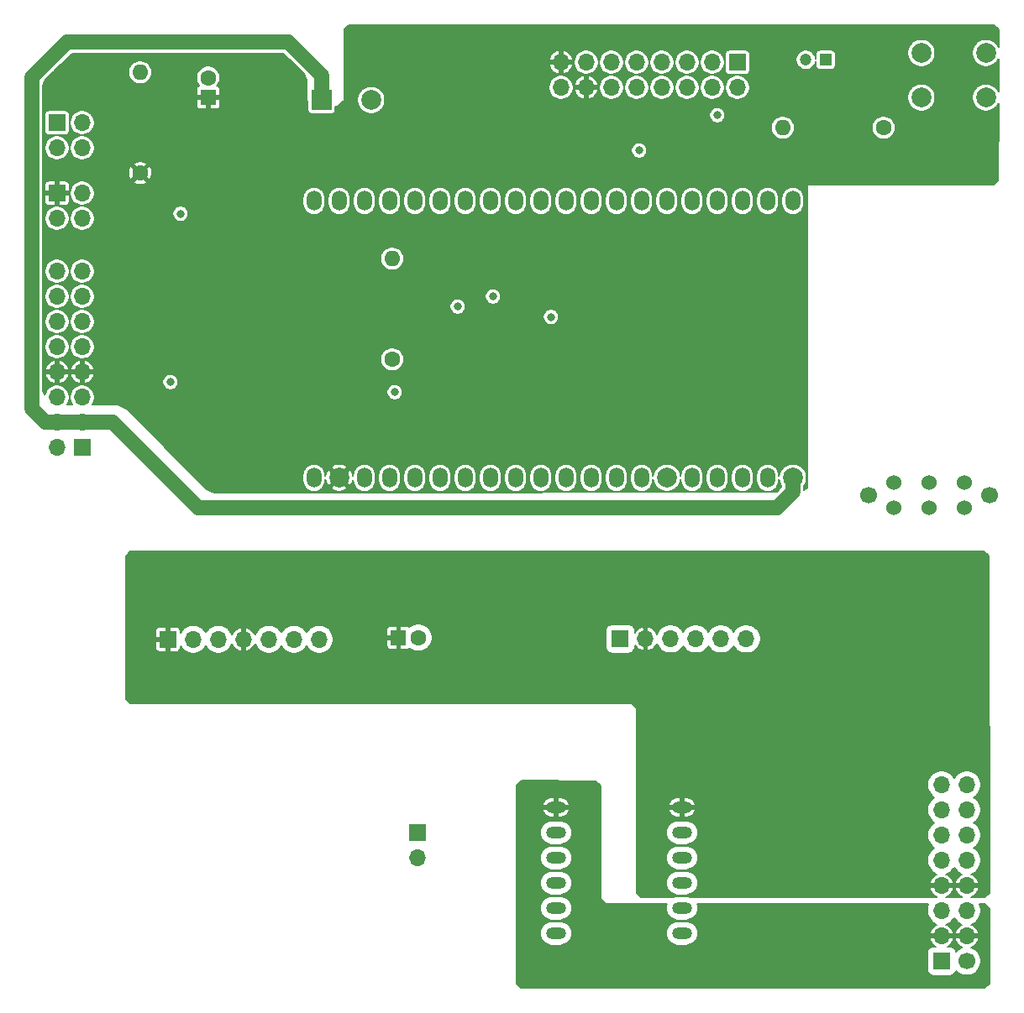
<source format=gbr>
G04 #@! TF.GenerationSoftware,KiCad,Pcbnew,(5.1.5)-3*
G04 #@! TF.CreationDate,2020-01-27T16:03:33-05:00*
G04 #@! TF.ProjectId,CombinedPnl_pcb,436f6d62-696e-4656-9450-6e6c5f706362,rev?*
G04 #@! TF.SameCoordinates,Original*
G04 #@! TF.FileFunction,Copper,L2,Inr*
G04 #@! TF.FilePolarity,Positive*
%FSLAX46Y46*%
G04 Gerber Fmt 4.6, Leading zero omitted, Abs format (unit mm)*
G04 Created by KiCad (PCBNEW (5.1.5)-3) date 2020-01-27 16:03:33*
%MOMM*%
%LPD*%
G04 APERTURE LIST*
%ADD10C,1.700000*%
%ADD11C,1.524000*%
%ADD12C,2.000000*%
%ADD13C,1.600000*%
%ADD14O,1.600000X1.600000*%
%ADD15O,1.700000X1.700000*%
%ADD16R,1.700000X1.700000*%
%ADD17R,2.000000X2.000000*%
%ADD18O,1.500000X2.000000*%
%ADD19C,1.200000*%
%ADD20R,1.200000X1.200000*%
%ADD21R,1.600000X1.600000*%
%ADD22O,2.000000X1.200000*%
%ADD23C,0.800000*%
%ADD24C,1.500000*%
%ADD25C,0.200000*%
G04 APERTURE END LIST*
D10*
X192024000Y-86614000D03*
X179832000Y-86614000D03*
D11*
X185928000Y-85344000D03*
X189484000Y-85344000D03*
X182372000Y-85344000D03*
X189484000Y-87884000D03*
X185928000Y-87884000D03*
X182372000Y-87884000D03*
D12*
X191666000Y-46482000D03*
X191666000Y-41982000D03*
X185166000Y-46482000D03*
X185166000Y-41982000D03*
D13*
X106426000Y-54102000D03*
D14*
X106426000Y-43942000D03*
D15*
X100584000Y-51562000D03*
X98044000Y-51562000D03*
X100584000Y-49022000D03*
D16*
X98044000Y-49022000D03*
D12*
X129714000Y-46736000D03*
D17*
X124714000Y-46736000D03*
D16*
X166624000Y-42926000D03*
D15*
X166624000Y-45466000D03*
X164084000Y-42926000D03*
X164084000Y-45466000D03*
X161544000Y-42926000D03*
X161544000Y-45466000D03*
X159004000Y-42926000D03*
X159004000Y-45466000D03*
X156464000Y-42926000D03*
X156464000Y-45466000D03*
X153924000Y-42926000D03*
X153924000Y-45466000D03*
X151384000Y-42926000D03*
X151384000Y-45466000D03*
X148844000Y-42926000D03*
X148844000Y-45466000D03*
D18*
X123952000Y-56896000D03*
X123952000Y-84836000D03*
X126492000Y-56896000D03*
D12*
X126492000Y-84836000D03*
D18*
X129032000Y-56896000D03*
X129032000Y-84836000D03*
X131572000Y-56896000D03*
X131572000Y-84836000D03*
X134112000Y-56896000D03*
X134112000Y-84836000D03*
X136652000Y-56896000D03*
X136652000Y-84836000D03*
X139192000Y-56896000D03*
X139192000Y-84836000D03*
X141732000Y-56896000D03*
X141732000Y-84836000D03*
X144272000Y-56896000D03*
X144272000Y-84836000D03*
X146812000Y-56896000D03*
X146812000Y-84836000D03*
X149352000Y-56896000D03*
X149352000Y-84836000D03*
X151892000Y-56896000D03*
X151892000Y-84836000D03*
X154432000Y-56896000D03*
X154432000Y-84836000D03*
X156972000Y-56896000D03*
X156972000Y-84836000D03*
X159512000Y-56896000D03*
D12*
X159512000Y-84836000D03*
D18*
X162052000Y-56896000D03*
X162052000Y-84836000D03*
X164592000Y-56896000D03*
X164592000Y-84836000D03*
X167132000Y-56896000D03*
X167132000Y-84836000D03*
X169672000Y-56896000D03*
X169672000Y-84836000D03*
X172212000Y-56896000D03*
D12*
X172212000Y-84836000D03*
D15*
X98044000Y-64008000D03*
X100584000Y-64008000D03*
X98044000Y-66548000D03*
X100584000Y-66548000D03*
X98044000Y-69088000D03*
X100584000Y-69088000D03*
X98044000Y-71628000D03*
X100584000Y-71628000D03*
X98044000Y-74168000D03*
X100584000Y-74168000D03*
X98044000Y-76708000D03*
X100584000Y-76708000D03*
X98044000Y-79248000D03*
X100584000Y-79248000D03*
X98044000Y-81788000D03*
D16*
X100584000Y-81788000D03*
X98044000Y-56134000D03*
D15*
X100584000Y-56134000D03*
X98044000Y-58674000D03*
X100584000Y-58674000D03*
D14*
X171196000Y-49530000D03*
D13*
X181356000Y-49530000D03*
D19*
X173514000Y-42672000D03*
D20*
X175514000Y-42672000D03*
D14*
X131826000Y-62738000D03*
D13*
X131826000Y-72898000D03*
X113284000Y-44482000D03*
D21*
X113284000Y-46482000D03*
D15*
X167513000Y-101092000D03*
X164973000Y-101092000D03*
X162433000Y-101092000D03*
X159893000Y-101092000D03*
X157353000Y-101092000D03*
D16*
X154813000Y-101092000D03*
D15*
X134366000Y-123190000D03*
D16*
X134366000Y-120650000D03*
D10*
X189738000Y-133604000D03*
D16*
X187198000Y-133604000D03*
D15*
X189738000Y-131064000D03*
X187198000Y-131064000D03*
X189738000Y-128524000D03*
X187198000Y-128524000D03*
X189738000Y-125984000D03*
X187198000Y-125984000D03*
X189738000Y-123444000D03*
X187198000Y-123444000D03*
X189738000Y-120904000D03*
X187198000Y-120904000D03*
X189738000Y-118364000D03*
X187198000Y-118364000D03*
X189738000Y-115824000D03*
X187198000Y-115824000D03*
X124460000Y-101139001D03*
X121920000Y-101139001D03*
X119380000Y-101139001D03*
X116840000Y-101139001D03*
X114300000Y-101139001D03*
X111760000Y-101139001D03*
D16*
X109220000Y-101139001D03*
D22*
X148336000Y-130810000D03*
X161036000Y-130810000D03*
X148336000Y-128270000D03*
X161036000Y-128270000D03*
X148336000Y-125730000D03*
X161036000Y-125730000D03*
X148336000Y-123190000D03*
X161036000Y-123190000D03*
X148336000Y-120650000D03*
X161036000Y-120650000D03*
X148336000Y-118110000D03*
X161036000Y-118110000D03*
D13*
X134461000Y-100965000D03*
D21*
X132461000Y-100965000D03*
D23*
X141986000Y-66548000D03*
X147827996Y-68616990D03*
X138430000Y-67564012D03*
X164592000Y-48260000D03*
X132080000Y-76200000D03*
X110490000Y-58202990D03*
X109474000Y-75184000D03*
X156718000Y-51816000D03*
D24*
X100584000Y-79248000D02*
X98044000Y-79248000D01*
X124714000Y-44236000D02*
X124714000Y-46736000D01*
X170578213Y-87884000D02*
X172212000Y-86250213D01*
X103632000Y-79248000D02*
X112268000Y-87884000D01*
X99060000Y-40894000D02*
X121372000Y-40894000D01*
X95504000Y-44450000D02*
X99060000Y-40894000D01*
X112268000Y-87884000D02*
X170578213Y-87884000D01*
X121372000Y-40894000D02*
X124714000Y-44236000D01*
X100584000Y-79248000D02*
X103632000Y-79248000D01*
X95504000Y-77910081D02*
X95504000Y-44450000D01*
X172212000Y-86250213D02*
X172212000Y-84836000D01*
X96841919Y-79248000D02*
X95504000Y-77910081D01*
X98044000Y-79248000D02*
X96841919Y-79248000D01*
D25*
G36*
X192939156Y-39606511D02*
G01*
X192936377Y-41390585D01*
X192906664Y-41318851D01*
X192753451Y-41089552D01*
X192558448Y-40894549D01*
X192329149Y-40741336D01*
X192074365Y-40635801D01*
X191803888Y-40582000D01*
X191528112Y-40582000D01*
X191257635Y-40635801D01*
X191002851Y-40741336D01*
X190773552Y-40894549D01*
X190578549Y-41089552D01*
X190425336Y-41318851D01*
X190319801Y-41573635D01*
X190266000Y-41844112D01*
X190266000Y-42119888D01*
X190319801Y-42390365D01*
X190425336Y-42645149D01*
X190578549Y-42874448D01*
X190773552Y-43069451D01*
X191002851Y-43222664D01*
X191257635Y-43328199D01*
X191528112Y-43382000D01*
X191803888Y-43382000D01*
X192074365Y-43328199D01*
X192329149Y-43222664D01*
X192558448Y-43069451D01*
X192753451Y-42874448D01*
X192906664Y-42645149D01*
X192934528Y-42577880D01*
X192929394Y-45873726D01*
X192906664Y-45818851D01*
X192753451Y-45589552D01*
X192558448Y-45394549D01*
X192329149Y-45241336D01*
X192074365Y-45135801D01*
X191803888Y-45082000D01*
X191528112Y-45082000D01*
X191257635Y-45135801D01*
X191002851Y-45241336D01*
X190773552Y-45394549D01*
X190578549Y-45589552D01*
X190425336Y-45818851D01*
X190319801Y-46073635D01*
X190266000Y-46344112D01*
X190266000Y-46619888D01*
X190319801Y-46890365D01*
X190425336Y-47145149D01*
X190578549Y-47374448D01*
X190773552Y-47569451D01*
X191002851Y-47722664D01*
X191257635Y-47828199D01*
X191528112Y-47882000D01*
X191803888Y-47882000D01*
X192074365Y-47828199D01*
X192329149Y-47722664D01*
X192558448Y-47569451D01*
X192753451Y-47374448D01*
X192906664Y-47145149D01*
X192927492Y-47094866D01*
X192915443Y-54830509D01*
X192473846Y-55272000D01*
X173736000Y-55272000D01*
X173716491Y-55273921D01*
X173697732Y-55279612D01*
X173680443Y-55288853D01*
X173665289Y-55301289D01*
X173652853Y-55316443D01*
X173643612Y-55333732D01*
X173637921Y-55352491D01*
X173636000Y-55372000D01*
X173636000Y-83312000D01*
X173637921Y-83331509D01*
X173643612Y-83350268D01*
X173652853Y-83367557D01*
X173661400Y-83377972D01*
X173661400Y-85818607D01*
X173362000Y-86118303D01*
X173362000Y-85634837D01*
X173452664Y-85499149D01*
X173558199Y-85244365D01*
X173612000Y-84973888D01*
X173612000Y-84698112D01*
X173558199Y-84427635D01*
X173452664Y-84172851D01*
X173299451Y-83943552D01*
X173104448Y-83748549D01*
X172875149Y-83595336D01*
X172620365Y-83489801D01*
X172349888Y-83436000D01*
X172074112Y-83436000D01*
X171803635Y-83489801D01*
X171548851Y-83595336D01*
X171319552Y-83748549D01*
X171124549Y-83943552D01*
X170971336Y-84172851D01*
X170865801Y-84427635D01*
X170822000Y-84647838D01*
X170822000Y-84529508D01*
X170805360Y-84360561D01*
X170739602Y-84143785D01*
X170632816Y-83944003D01*
X170489107Y-83768893D01*
X170313996Y-83625184D01*
X170114214Y-83518398D01*
X169897438Y-83452640D01*
X169672000Y-83430436D01*
X169446561Y-83452640D01*
X169229785Y-83518398D01*
X169030003Y-83625184D01*
X168854893Y-83768893D01*
X168711184Y-83944004D01*
X168604398Y-84143786D01*
X168538640Y-84360562D01*
X168522000Y-84529509D01*
X168522000Y-85142492D01*
X168538640Y-85311439D01*
X168604398Y-85528215D01*
X168711185Y-85727997D01*
X168854894Y-85903107D01*
X169030004Y-86046816D01*
X169229786Y-86153602D01*
X169446562Y-86219360D01*
X169672000Y-86241564D01*
X169897439Y-86219360D01*
X170114215Y-86153602D01*
X170313997Y-86046816D01*
X170489107Y-85903107D01*
X170632816Y-85727997D01*
X170739602Y-85528214D01*
X170805360Y-85311438D01*
X170822000Y-85142491D01*
X170822000Y-85024162D01*
X170865801Y-85244365D01*
X170971336Y-85499149D01*
X171062000Y-85634837D01*
X171062000Y-85773868D01*
X170572713Y-86263156D01*
X122927901Y-86310305D01*
X121927951Y-86310800D01*
X113905647Y-86310800D01*
X113091215Y-85970588D01*
X111667305Y-84529509D01*
X122802000Y-84529509D01*
X122802000Y-85142492D01*
X122818640Y-85311439D01*
X122884398Y-85528215D01*
X122991185Y-85727997D01*
X123134894Y-85903107D01*
X123310004Y-86046816D01*
X123509786Y-86153602D01*
X123726562Y-86219360D01*
X123952000Y-86241564D01*
X124177439Y-86219360D01*
X124394215Y-86153602D01*
X124593997Y-86046816D01*
X124769107Y-85903107D01*
X124802445Y-85862484D01*
X125683305Y-85862484D01*
X125794677Y-86057782D01*
X126046434Y-86170347D01*
X126315314Y-86231634D01*
X126590983Y-86239287D01*
X126862849Y-86193012D01*
X127120463Y-86094589D01*
X127189323Y-86057782D01*
X127300695Y-85862484D01*
X126492000Y-85053789D01*
X125683305Y-85862484D01*
X124802445Y-85862484D01*
X124912816Y-85727997D01*
X125019602Y-85528214D01*
X125085360Y-85311438D01*
X125102000Y-85142491D01*
X125102000Y-85013044D01*
X125134988Y-85206849D01*
X125233411Y-85464463D01*
X125270218Y-85533323D01*
X125465516Y-85644695D01*
X126274211Y-84836000D01*
X126709789Y-84836000D01*
X127518484Y-85644695D01*
X127713782Y-85533323D01*
X127826347Y-85281566D01*
X127882000Y-85037404D01*
X127882000Y-85142492D01*
X127898640Y-85311439D01*
X127964398Y-85528215D01*
X128071185Y-85727997D01*
X128214894Y-85903107D01*
X128390004Y-86046816D01*
X128589786Y-86153602D01*
X128806562Y-86219360D01*
X129032000Y-86241564D01*
X129257439Y-86219360D01*
X129474215Y-86153602D01*
X129673997Y-86046816D01*
X129849107Y-85903107D01*
X129992816Y-85727997D01*
X130099602Y-85528214D01*
X130165360Y-85311438D01*
X130182000Y-85142491D01*
X130182000Y-84529509D01*
X130422000Y-84529509D01*
X130422000Y-85142492D01*
X130438640Y-85311439D01*
X130504398Y-85528215D01*
X130611185Y-85727997D01*
X130754894Y-85903107D01*
X130930004Y-86046816D01*
X131129786Y-86153602D01*
X131346562Y-86219360D01*
X131572000Y-86241564D01*
X131797439Y-86219360D01*
X132014215Y-86153602D01*
X132213997Y-86046816D01*
X132389107Y-85903107D01*
X132532816Y-85727997D01*
X132639602Y-85528214D01*
X132705360Y-85311438D01*
X132722000Y-85142491D01*
X132722000Y-84529509D01*
X132962000Y-84529509D01*
X132962000Y-85142492D01*
X132978640Y-85311439D01*
X133044398Y-85528215D01*
X133151185Y-85727997D01*
X133294894Y-85903107D01*
X133470004Y-86046816D01*
X133669786Y-86153602D01*
X133886562Y-86219360D01*
X134112000Y-86241564D01*
X134337439Y-86219360D01*
X134554215Y-86153602D01*
X134753997Y-86046816D01*
X134929107Y-85903107D01*
X135072816Y-85727997D01*
X135179602Y-85528214D01*
X135245360Y-85311438D01*
X135262000Y-85142491D01*
X135262000Y-84529509D01*
X135502000Y-84529509D01*
X135502000Y-85142492D01*
X135518640Y-85311439D01*
X135584398Y-85528215D01*
X135691185Y-85727997D01*
X135834894Y-85903107D01*
X136010004Y-86046816D01*
X136209786Y-86153602D01*
X136426562Y-86219360D01*
X136652000Y-86241564D01*
X136877439Y-86219360D01*
X137094215Y-86153602D01*
X137293997Y-86046816D01*
X137469107Y-85903107D01*
X137612816Y-85727997D01*
X137719602Y-85528214D01*
X137785360Y-85311438D01*
X137802000Y-85142491D01*
X137802000Y-84529509D01*
X138042000Y-84529509D01*
X138042000Y-85142492D01*
X138058640Y-85311439D01*
X138124398Y-85528215D01*
X138231185Y-85727997D01*
X138374894Y-85903107D01*
X138550004Y-86046816D01*
X138749786Y-86153602D01*
X138966562Y-86219360D01*
X139192000Y-86241564D01*
X139417439Y-86219360D01*
X139634215Y-86153602D01*
X139833997Y-86046816D01*
X140009107Y-85903107D01*
X140152816Y-85727997D01*
X140259602Y-85528214D01*
X140325360Y-85311438D01*
X140342000Y-85142491D01*
X140342000Y-84529509D01*
X140582000Y-84529509D01*
X140582000Y-85142492D01*
X140598640Y-85311439D01*
X140664398Y-85528215D01*
X140771185Y-85727997D01*
X140914894Y-85903107D01*
X141090004Y-86046816D01*
X141289786Y-86153602D01*
X141506562Y-86219360D01*
X141732000Y-86241564D01*
X141957439Y-86219360D01*
X142174215Y-86153602D01*
X142373997Y-86046816D01*
X142549107Y-85903107D01*
X142692816Y-85727997D01*
X142799602Y-85528214D01*
X142865360Y-85311438D01*
X142882000Y-85142491D01*
X142882000Y-84529509D01*
X143122000Y-84529509D01*
X143122000Y-85142492D01*
X143138640Y-85311439D01*
X143204398Y-85528215D01*
X143311185Y-85727997D01*
X143454894Y-85903107D01*
X143630004Y-86046816D01*
X143829786Y-86153602D01*
X144046562Y-86219360D01*
X144272000Y-86241564D01*
X144497439Y-86219360D01*
X144714215Y-86153602D01*
X144913997Y-86046816D01*
X145089107Y-85903107D01*
X145232816Y-85727997D01*
X145339602Y-85528214D01*
X145405360Y-85311438D01*
X145422000Y-85142491D01*
X145422000Y-84529509D01*
X145662000Y-84529509D01*
X145662000Y-85142492D01*
X145678640Y-85311439D01*
X145744398Y-85528215D01*
X145851185Y-85727997D01*
X145994894Y-85903107D01*
X146170004Y-86046816D01*
X146369786Y-86153602D01*
X146586562Y-86219360D01*
X146812000Y-86241564D01*
X147037439Y-86219360D01*
X147254215Y-86153602D01*
X147453997Y-86046816D01*
X147629107Y-85903107D01*
X147772816Y-85727997D01*
X147879602Y-85528214D01*
X147945360Y-85311438D01*
X147962000Y-85142491D01*
X147962000Y-84529509D01*
X148202000Y-84529509D01*
X148202000Y-85142492D01*
X148218640Y-85311439D01*
X148284398Y-85528215D01*
X148391185Y-85727997D01*
X148534894Y-85903107D01*
X148710004Y-86046816D01*
X148909786Y-86153602D01*
X149126562Y-86219360D01*
X149352000Y-86241564D01*
X149577439Y-86219360D01*
X149794215Y-86153602D01*
X149993997Y-86046816D01*
X150169107Y-85903107D01*
X150312816Y-85727997D01*
X150419602Y-85528214D01*
X150485360Y-85311438D01*
X150502000Y-85142491D01*
X150502000Y-84529509D01*
X150742000Y-84529509D01*
X150742000Y-85142492D01*
X150758640Y-85311439D01*
X150824398Y-85528215D01*
X150931185Y-85727997D01*
X151074894Y-85903107D01*
X151250004Y-86046816D01*
X151449786Y-86153602D01*
X151666562Y-86219360D01*
X151892000Y-86241564D01*
X152117439Y-86219360D01*
X152334215Y-86153602D01*
X152533997Y-86046816D01*
X152709107Y-85903107D01*
X152852816Y-85727997D01*
X152959602Y-85528214D01*
X153025360Y-85311438D01*
X153042000Y-85142491D01*
X153042000Y-84529509D01*
X153282000Y-84529509D01*
X153282000Y-85142492D01*
X153298640Y-85311439D01*
X153364398Y-85528215D01*
X153471185Y-85727997D01*
X153614894Y-85903107D01*
X153790004Y-86046816D01*
X153989786Y-86153602D01*
X154206562Y-86219360D01*
X154432000Y-86241564D01*
X154657439Y-86219360D01*
X154874215Y-86153602D01*
X155073997Y-86046816D01*
X155249107Y-85903107D01*
X155392816Y-85727997D01*
X155499602Y-85528214D01*
X155565360Y-85311438D01*
X155582000Y-85142491D01*
X155582000Y-84529509D01*
X155822000Y-84529509D01*
X155822000Y-85142492D01*
X155838640Y-85311439D01*
X155904398Y-85528215D01*
X156011185Y-85727997D01*
X156154894Y-85903107D01*
X156330004Y-86046816D01*
X156529786Y-86153602D01*
X156746562Y-86219360D01*
X156972000Y-86241564D01*
X157197439Y-86219360D01*
X157414215Y-86153602D01*
X157613997Y-86046816D01*
X157789107Y-85903107D01*
X157932816Y-85727997D01*
X158039602Y-85528214D01*
X158105360Y-85311438D01*
X158122000Y-85142491D01*
X158122000Y-85024162D01*
X158165801Y-85244365D01*
X158271336Y-85499149D01*
X158424549Y-85728448D01*
X158619552Y-85923451D01*
X158848851Y-86076664D01*
X159103635Y-86182199D01*
X159374112Y-86236000D01*
X159649888Y-86236000D01*
X159920365Y-86182199D01*
X160175149Y-86076664D01*
X160404448Y-85923451D01*
X160599451Y-85728448D01*
X160752664Y-85499149D01*
X160858199Y-85244365D01*
X160902000Y-85024162D01*
X160902000Y-85142492D01*
X160918640Y-85311439D01*
X160984398Y-85528215D01*
X161091185Y-85727997D01*
X161234894Y-85903107D01*
X161410004Y-86046816D01*
X161609786Y-86153602D01*
X161826562Y-86219360D01*
X162052000Y-86241564D01*
X162277439Y-86219360D01*
X162494215Y-86153602D01*
X162693997Y-86046816D01*
X162869107Y-85903107D01*
X163012816Y-85727997D01*
X163119602Y-85528214D01*
X163185360Y-85311438D01*
X163202000Y-85142491D01*
X163202000Y-84529509D01*
X163442000Y-84529509D01*
X163442000Y-85142492D01*
X163458640Y-85311439D01*
X163524398Y-85528215D01*
X163631185Y-85727997D01*
X163774894Y-85903107D01*
X163950004Y-86046816D01*
X164149786Y-86153602D01*
X164366562Y-86219360D01*
X164592000Y-86241564D01*
X164817439Y-86219360D01*
X165034215Y-86153602D01*
X165233997Y-86046816D01*
X165409107Y-85903107D01*
X165552816Y-85727997D01*
X165659602Y-85528214D01*
X165725360Y-85311438D01*
X165742000Y-85142491D01*
X165742000Y-84529509D01*
X165982000Y-84529509D01*
X165982000Y-85142492D01*
X165998640Y-85311439D01*
X166064398Y-85528215D01*
X166171185Y-85727997D01*
X166314894Y-85903107D01*
X166490004Y-86046816D01*
X166689786Y-86153602D01*
X166906562Y-86219360D01*
X167132000Y-86241564D01*
X167357439Y-86219360D01*
X167574215Y-86153602D01*
X167773997Y-86046816D01*
X167949107Y-85903107D01*
X168092816Y-85727997D01*
X168199602Y-85528214D01*
X168265360Y-85311438D01*
X168282000Y-85142491D01*
X168282000Y-84529508D01*
X168265360Y-84360561D01*
X168199602Y-84143785D01*
X168092816Y-83944003D01*
X167949107Y-83768893D01*
X167773996Y-83625184D01*
X167574214Y-83518398D01*
X167357438Y-83452640D01*
X167132000Y-83430436D01*
X166906561Y-83452640D01*
X166689785Y-83518398D01*
X166490003Y-83625184D01*
X166314893Y-83768893D01*
X166171184Y-83944004D01*
X166064398Y-84143786D01*
X165998640Y-84360562D01*
X165982000Y-84529509D01*
X165742000Y-84529509D01*
X165742000Y-84529508D01*
X165725360Y-84360561D01*
X165659602Y-84143785D01*
X165552816Y-83944003D01*
X165409107Y-83768893D01*
X165233996Y-83625184D01*
X165034214Y-83518398D01*
X164817438Y-83452640D01*
X164592000Y-83430436D01*
X164366561Y-83452640D01*
X164149785Y-83518398D01*
X163950003Y-83625184D01*
X163774893Y-83768893D01*
X163631184Y-83944004D01*
X163524398Y-84143786D01*
X163458640Y-84360562D01*
X163442000Y-84529509D01*
X163202000Y-84529509D01*
X163202000Y-84529508D01*
X163185360Y-84360561D01*
X163119602Y-84143785D01*
X163012816Y-83944003D01*
X162869107Y-83768893D01*
X162693996Y-83625184D01*
X162494214Y-83518398D01*
X162277438Y-83452640D01*
X162052000Y-83430436D01*
X161826561Y-83452640D01*
X161609785Y-83518398D01*
X161410003Y-83625184D01*
X161234893Y-83768893D01*
X161091184Y-83944004D01*
X160984398Y-84143786D01*
X160918640Y-84360562D01*
X160902000Y-84529509D01*
X160902000Y-84647838D01*
X160858199Y-84427635D01*
X160752664Y-84172851D01*
X160599451Y-83943552D01*
X160404448Y-83748549D01*
X160175149Y-83595336D01*
X159920365Y-83489801D01*
X159649888Y-83436000D01*
X159374112Y-83436000D01*
X159103635Y-83489801D01*
X158848851Y-83595336D01*
X158619552Y-83748549D01*
X158424549Y-83943552D01*
X158271336Y-84172851D01*
X158165801Y-84427635D01*
X158122000Y-84647838D01*
X158122000Y-84529508D01*
X158105360Y-84360561D01*
X158039602Y-84143785D01*
X157932816Y-83944003D01*
X157789107Y-83768893D01*
X157613996Y-83625184D01*
X157414214Y-83518398D01*
X157197438Y-83452640D01*
X156972000Y-83430436D01*
X156746561Y-83452640D01*
X156529785Y-83518398D01*
X156330003Y-83625184D01*
X156154893Y-83768893D01*
X156011184Y-83944004D01*
X155904398Y-84143786D01*
X155838640Y-84360562D01*
X155822000Y-84529509D01*
X155582000Y-84529509D01*
X155582000Y-84529508D01*
X155565360Y-84360561D01*
X155499602Y-84143785D01*
X155392816Y-83944003D01*
X155249107Y-83768893D01*
X155073996Y-83625184D01*
X154874214Y-83518398D01*
X154657438Y-83452640D01*
X154432000Y-83430436D01*
X154206561Y-83452640D01*
X153989785Y-83518398D01*
X153790003Y-83625184D01*
X153614893Y-83768893D01*
X153471184Y-83944004D01*
X153364398Y-84143786D01*
X153298640Y-84360562D01*
X153282000Y-84529509D01*
X153042000Y-84529509D01*
X153042000Y-84529508D01*
X153025360Y-84360561D01*
X152959602Y-84143785D01*
X152852816Y-83944003D01*
X152709107Y-83768893D01*
X152533996Y-83625184D01*
X152334214Y-83518398D01*
X152117438Y-83452640D01*
X151892000Y-83430436D01*
X151666561Y-83452640D01*
X151449785Y-83518398D01*
X151250003Y-83625184D01*
X151074893Y-83768893D01*
X150931184Y-83944004D01*
X150824398Y-84143786D01*
X150758640Y-84360562D01*
X150742000Y-84529509D01*
X150502000Y-84529509D01*
X150502000Y-84529508D01*
X150485360Y-84360561D01*
X150419602Y-84143785D01*
X150312816Y-83944003D01*
X150169107Y-83768893D01*
X149993996Y-83625184D01*
X149794214Y-83518398D01*
X149577438Y-83452640D01*
X149352000Y-83430436D01*
X149126561Y-83452640D01*
X148909785Y-83518398D01*
X148710003Y-83625184D01*
X148534893Y-83768893D01*
X148391184Y-83944004D01*
X148284398Y-84143786D01*
X148218640Y-84360562D01*
X148202000Y-84529509D01*
X147962000Y-84529509D01*
X147962000Y-84529508D01*
X147945360Y-84360561D01*
X147879602Y-84143785D01*
X147772816Y-83944003D01*
X147629107Y-83768893D01*
X147453996Y-83625184D01*
X147254214Y-83518398D01*
X147037438Y-83452640D01*
X146812000Y-83430436D01*
X146586561Y-83452640D01*
X146369785Y-83518398D01*
X146170003Y-83625184D01*
X145994893Y-83768893D01*
X145851184Y-83944004D01*
X145744398Y-84143786D01*
X145678640Y-84360562D01*
X145662000Y-84529509D01*
X145422000Y-84529509D01*
X145422000Y-84529508D01*
X145405360Y-84360561D01*
X145339602Y-84143785D01*
X145232816Y-83944003D01*
X145089107Y-83768893D01*
X144913996Y-83625184D01*
X144714214Y-83518398D01*
X144497438Y-83452640D01*
X144272000Y-83430436D01*
X144046561Y-83452640D01*
X143829785Y-83518398D01*
X143630003Y-83625184D01*
X143454893Y-83768893D01*
X143311184Y-83944004D01*
X143204398Y-84143786D01*
X143138640Y-84360562D01*
X143122000Y-84529509D01*
X142882000Y-84529509D01*
X142882000Y-84529508D01*
X142865360Y-84360561D01*
X142799602Y-84143785D01*
X142692816Y-83944003D01*
X142549107Y-83768893D01*
X142373996Y-83625184D01*
X142174214Y-83518398D01*
X141957438Y-83452640D01*
X141732000Y-83430436D01*
X141506561Y-83452640D01*
X141289785Y-83518398D01*
X141090003Y-83625184D01*
X140914893Y-83768893D01*
X140771184Y-83944004D01*
X140664398Y-84143786D01*
X140598640Y-84360562D01*
X140582000Y-84529509D01*
X140342000Y-84529509D01*
X140342000Y-84529508D01*
X140325360Y-84360561D01*
X140259602Y-84143785D01*
X140152816Y-83944003D01*
X140009107Y-83768893D01*
X139833996Y-83625184D01*
X139634214Y-83518398D01*
X139417438Y-83452640D01*
X139192000Y-83430436D01*
X138966561Y-83452640D01*
X138749785Y-83518398D01*
X138550003Y-83625184D01*
X138374893Y-83768893D01*
X138231184Y-83944004D01*
X138124398Y-84143786D01*
X138058640Y-84360562D01*
X138042000Y-84529509D01*
X137802000Y-84529509D01*
X137802000Y-84529508D01*
X137785360Y-84360561D01*
X137719602Y-84143785D01*
X137612816Y-83944003D01*
X137469107Y-83768893D01*
X137293996Y-83625184D01*
X137094214Y-83518398D01*
X136877438Y-83452640D01*
X136652000Y-83430436D01*
X136426561Y-83452640D01*
X136209785Y-83518398D01*
X136010003Y-83625184D01*
X135834893Y-83768893D01*
X135691184Y-83944004D01*
X135584398Y-84143786D01*
X135518640Y-84360562D01*
X135502000Y-84529509D01*
X135262000Y-84529509D01*
X135262000Y-84529508D01*
X135245360Y-84360561D01*
X135179602Y-84143785D01*
X135072816Y-83944003D01*
X134929107Y-83768893D01*
X134753996Y-83625184D01*
X134554214Y-83518398D01*
X134337438Y-83452640D01*
X134112000Y-83430436D01*
X133886561Y-83452640D01*
X133669785Y-83518398D01*
X133470003Y-83625184D01*
X133294893Y-83768893D01*
X133151184Y-83944004D01*
X133044398Y-84143786D01*
X132978640Y-84360562D01*
X132962000Y-84529509D01*
X132722000Y-84529509D01*
X132722000Y-84529508D01*
X132705360Y-84360561D01*
X132639602Y-84143785D01*
X132532816Y-83944003D01*
X132389107Y-83768893D01*
X132213996Y-83625184D01*
X132014214Y-83518398D01*
X131797438Y-83452640D01*
X131572000Y-83430436D01*
X131346561Y-83452640D01*
X131129785Y-83518398D01*
X130930003Y-83625184D01*
X130754893Y-83768893D01*
X130611184Y-83944004D01*
X130504398Y-84143786D01*
X130438640Y-84360562D01*
X130422000Y-84529509D01*
X130182000Y-84529509D01*
X130182000Y-84529508D01*
X130165360Y-84360561D01*
X130099602Y-84143785D01*
X129992816Y-83944003D01*
X129849107Y-83768893D01*
X129673996Y-83625184D01*
X129474214Y-83518398D01*
X129257438Y-83452640D01*
X129032000Y-83430436D01*
X128806561Y-83452640D01*
X128589785Y-83518398D01*
X128390003Y-83625184D01*
X128214893Y-83768893D01*
X128071184Y-83944004D01*
X127964398Y-84143786D01*
X127898640Y-84360562D01*
X127882000Y-84529509D01*
X127882000Y-84658956D01*
X127849012Y-84465151D01*
X127750589Y-84207537D01*
X127713782Y-84138677D01*
X127518484Y-84027305D01*
X126709789Y-84836000D01*
X126274211Y-84836000D01*
X125465516Y-84027305D01*
X125270218Y-84138677D01*
X125157653Y-84390434D01*
X125102000Y-84634596D01*
X125102000Y-84529508D01*
X125085360Y-84360561D01*
X125019602Y-84143785D01*
X124912816Y-83944003D01*
X124802446Y-83809516D01*
X125683305Y-83809516D01*
X126492000Y-84618211D01*
X127300695Y-83809516D01*
X127189323Y-83614218D01*
X126937566Y-83501653D01*
X126668686Y-83440366D01*
X126393017Y-83432713D01*
X126121151Y-83478988D01*
X125863537Y-83577411D01*
X125794677Y-83614218D01*
X125683305Y-83809516D01*
X124802446Y-83809516D01*
X124769107Y-83768893D01*
X124593996Y-83625184D01*
X124394214Y-83518398D01*
X124177438Y-83452640D01*
X123952000Y-83430436D01*
X123726561Y-83452640D01*
X123509785Y-83518398D01*
X123310003Y-83625184D01*
X123134893Y-83768893D01*
X122991184Y-83944004D01*
X122884398Y-84143786D01*
X122818640Y-84360562D01*
X122802000Y-84529509D01*
X111667305Y-84529509D01*
X105070561Y-77853227D01*
X105055482Y-77840700D01*
X105037973Y-77831240D01*
X104186545Y-77475574D01*
X104167803Y-77469827D01*
X104148000Y-77467847D01*
X101579648Y-77467847D01*
X101691735Y-77300097D01*
X101785963Y-77072611D01*
X101834000Y-76831114D01*
X101834000Y-76584886D01*
X101785963Y-76343389D01*
X101693932Y-76121207D01*
X131280000Y-76121207D01*
X131280000Y-76278793D01*
X131310743Y-76433351D01*
X131371049Y-76578942D01*
X131458599Y-76709970D01*
X131570030Y-76821401D01*
X131701058Y-76908951D01*
X131846649Y-76969257D01*
X132001207Y-77000000D01*
X132158793Y-77000000D01*
X132313351Y-76969257D01*
X132458942Y-76908951D01*
X132589970Y-76821401D01*
X132701401Y-76709970D01*
X132788951Y-76578942D01*
X132849257Y-76433351D01*
X132880000Y-76278793D01*
X132880000Y-76121207D01*
X132849257Y-75966649D01*
X132788951Y-75821058D01*
X132701401Y-75690030D01*
X132589970Y-75578599D01*
X132458942Y-75491049D01*
X132313351Y-75430743D01*
X132158793Y-75400000D01*
X132001207Y-75400000D01*
X131846649Y-75430743D01*
X131701058Y-75491049D01*
X131570030Y-75578599D01*
X131458599Y-75690030D01*
X131371049Y-75821058D01*
X131310743Y-75966649D01*
X131280000Y-76121207D01*
X101693932Y-76121207D01*
X101691735Y-76115903D01*
X101554938Y-75911172D01*
X101380828Y-75737062D01*
X101176097Y-75600265D01*
X100948611Y-75506037D01*
X100707114Y-75458000D01*
X100460886Y-75458000D01*
X100219389Y-75506037D01*
X99991903Y-75600265D01*
X99787172Y-75737062D01*
X99613062Y-75911172D01*
X99476265Y-76115903D01*
X99382037Y-76343389D01*
X99334000Y-76584886D01*
X99334000Y-76831114D01*
X99382037Y-77072611D01*
X99476265Y-77300097D01*
X99588352Y-77467847D01*
X99039648Y-77467847D01*
X99151735Y-77300097D01*
X99245963Y-77072611D01*
X99294000Y-76831114D01*
X99294000Y-76584886D01*
X99245963Y-76343389D01*
X99151735Y-76115903D01*
X99014938Y-75911172D01*
X98840828Y-75737062D01*
X98636097Y-75600265D01*
X98408611Y-75506037D01*
X98167114Y-75458000D01*
X97920886Y-75458000D01*
X97679389Y-75506037D01*
X97451903Y-75600265D01*
X97247172Y-75737062D01*
X97073062Y-75911172D01*
X96936265Y-76115903D01*
X96842037Y-76343389D01*
X96821264Y-76447820D01*
X96654000Y-76099805D01*
X96654000Y-74514157D01*
X96842886Y-74514157D01*
X96852990Y-74547487D01*
X96949909Y-74772550D01*
X97088873Y-74974380D01*
X97264542Y-75145222D01*
X97470166Y-75278510D01*
X97697842Y-75369121D01*
X97890000Y-75308484D01*
X97890000Y-74322000D01*
X98198000Y-74322000D01*
X98198000Y-75308484D01*
X98390158Y-75369121D01*
X98617834Y-75278510D01*
X98823458Y-75145222D01*
X98999127Y-74974380D01*
X99138091Y-74772550D01*
X99235010Y-74547487D01*
X99245114Y-74514157D01*
X99382886Y-74514157D01*
X99392990Y-74547487D01*
X99489909Y-74772550D01*
X99628873Y-74974380D01*
X99804542Y-75145222D01*
X100010166Y-75278510D01*
X100237842Y-75369121D01*
X100430000Y-75308484D01*
X100430000Y-74322000D01*
X100738000Y-74322000D01*
X100738000Y-75308484D01*
X100930158Y-75369121D01*
X101157834Y-75278510D01*
X101363458Y-75145222D01*
X101404603Y-75105207D01*
X108674000Y-75105207D01*
X108674000Y-75262793D01*
X108704743Y-75417351D01*
X108765049Y-75562942D01*
X108852599Y-75693970D01*
X108964030Y-75805401D01*
X109095058Y-75892951D01*
X109240649Y-75953257D01*
X109395207Y-75984000D01*
X109552793Y-75984000D01*
X109707351Y-75953257D01*
X109852942Y-75892951D01*
X109983970Y-75805401D01*
X110095401Y-75693970D01*
X110182951Y-75562942D01*
X110243257Y-75417351D01*
X110274000Y-75262793D01*
X110274000Y-75105207D01*
X110243257Y-74950649D01*
X110182951Y-74805058D01*
X110095401Y-74674030D01*
X109983970Y-74562599D01*
X109852942Y-74475049D01*
X109707351Y-74414743D01*
X109552793Y-74384000D01*
X109395207Y-74384000D01*
X109240649Y-74414743D01*
X109095058Y-74475049D01*
X108964030Y-74562599D01*
X108852599Y-74674030D01*
X108765049Y-74805058D01*
X108704743Y-74950649D01*
X108674000Y-75105207D01*
X101404603Y-75105207D01*
X101539127Y-74974380D01*
X101678091Y-74772550D01*
X101775010Y-74547487D01*
X101785114Y-74514157D01*
X101723642Y-74322000D01*
X100738000Y-74322000D01*
X100430000Y-74322000D01*
X99444358Y-74322000D01*
X99382886Y-74514157D01*
X99245114Y-74514157D01*
X99183642Y-74322000D01*
X98198000Y-74322000D01*
X97890000Y-74322000D01*
X96904358Y-74322000D01*
X96842886Y-74514157D01*
X96654000Y-74514157D01*
X96654000Y-73821843D01*
X96842886Y-73821843D01*
X96904358Y-74014000D01*
X97890000Y-74014000D01*
X97890000Y-73027516D01*
X98198000Y-73027516D01*
X98198000Y-74014000D01*
X99183642Y-74014000D01*
X99245114Y-73821843D01*
X99382886Y-73821843D01*
X99444358Y-74014000D01*
X100430000Y-74014000D01*
X100430000Y-73027516D01*
X100738000Y-73027516D01*
X100738000Y-74014000D01*
X101723642Y-74014000D01*
X101785114Y-73821843D01*
X101775010Y-73788513D01*
X101678091Y-73563450D01*
X101539127Y-73361620D01*
X101363458Y-73190778D01*
X101157834Y-73057490D01*
X100930158Y-72966879D01*
X100738000Y-73027516D01*
X100430000Y-73027516D01*
X100237842Y-72966879D01*
X100010166Y-73057490D01*
X99804542Y-73190778D01*
X99628873Y-73361620D01*
X99489909Y-73563450D01*
X99392990Y-73788513D01*
X99382886Y-73821843D01*
X99245114Y-73821843D01*
X99235010Y-73788513D01*
X99138091Y-73563450D01*
X98999127Y-73361620D01*
X98823458Y-73190778D01*
X98617834Y-73057490D01*
X98390158Y-72966879D01*
X98198000Y-73027516D01*
X97890000Y-73027516D01*
X97697842Y-72966879D01*
X97470166Y-73057490D01*
X97264542Y-73190778D01*
X97088873Y-73361620D01*
X96949909Y-73563450D01*
X96852990Y-73788513D01*
X96842886Y-73821843D01*
X96654000Y-73821843D01*
X96654000Y-71504886D01*
X96794000Y-71504886D01*
X96794000Y-71751114D01*
X96842037Y-71992611D01*
X96936265Y-72220097D01*
X97073062Y-72424828D01*
X97247172Y-72598938D01*
X97451903Y-72735735D01*
X97679389Y-72829963D01*
X97920886Y-72878000D01*
X98167114Y-72878000D01*
X98408611Y-72829963D01*
X98636097Y-72735735D01*
X98840828Y-72598938D01*
X99014938Y-72424828D01*
X99151735Y-72220097D01*
X99245963Y-71992611D01*
X99294000Y-71751114D01*
X99294000Y-71504886D01*
X99334000Y-71504886D01*
X99334000Y-71751114D01*
X99382037Y-71992611D01*
X99476265Y-72220097D01*
X99613062Y-72424828D01*
X99787172Y-72598938D01*
X99991903Y-72735735D01*
X100219389Y-72829963D01*
X100460886Y-72878000D01*
X100707114Y-72878000D01*
X100948611Y-72829963D01*
X101069690Y-72779810D01*
X130626000Y-72779810D01*
X130626000Y-73016190D01*
X130672116Y-73248027D01*
X130762574Y-73466413D01*
X130893899Y-73662955D01*
X131061045Y-73830101D01*
X131257587Y-73961426D01*
X131475973Y-74051884D01*
X131707810Y-74098000D01*
X131944190Y-74098000D01*
X132176027Y-74051884D01*
X132394413Y-73961426D01*
X132590955Y-73830101D01*
X132758101Y-73662955D01*
X132889426Y-73466413D01*
X132979884Y-73248027D01*
X133026000Y-73016190D01*
X133026000Y-72779810D01*
X132979884Y-72547973D01*
X132889426Y-72329587D01*
X132758101Y-72133045D01*
X132590955Y-71965899D01*
X132394413Y-71834574D01*
X132176027Y-71744116D01*
X131944190Y-71698000D01*
X131707810Y-71698000D01*
X131475973Y-71744116D01*
X131257587Y-71834574D01*
X131061045Y-71965899D01*
X130893899Y-72133045D01*
X130762574Y-72329587D01*
X130672116Y-72547973D01*
X130626000Y-72779810D01*
X101069690Y-72779810D01*
X101176097Y-72735735D01*
X101380828Y-72598938D01*
X101554938Y-72424828D01*
X101691735Y-72220097D01*
X101785963Y-71992611D01*
X101834000Y-71751114D01*
X101834000Y-71504886D01*
X101785963Y-71263389D01*
X101691735Y-71035903D01*
X101554938Y-70831172D01*
X101380828Y-70657062D01*
X101176097Y-70520265D01*
X100948611Y-70426037D01*
X100707114Y-70378000D01*
X100460886Y-70378000D01*
X100219389Y-70426037D01*
X99991903Y-70520265D01*
X99787172Y-70657062D01*
X99613062Y-70831172D01*
X99476265Y-71035903D01*
X99382037Y-71263389D01*
X99334000Y-71504886D01*
X99294000Y-71504886D01*
X99245963Y-71263389D01*
X99151735Y-71035903D01*
X99014938Y-70831172D01*
X98840828Y-70657062D01*
X98636097Y-70520265D01*
X98408611Y-70426037D01*
X98167114Y-70378000D01*
X97920886Y-70378000D01*
X97679389Y-70426037D01*
X97451903Y-70520265D01*
X97247172Y-70657062D01*
X97073062Y-70831172D01*
X96936265Y-71035903D01*
X96842037Y-71263389D01*
X96794000Y-71504886D01*
X96654000Y-71504886D01*
X96654000Y-68964886D01*
X96794000Y-68964886D01*
X96794000Y-69211114D01*
X96842037Y-69452611D01*
X96936265Y-69680097D01*
X97073062Y-69884828D01*
X97247172Y-70058938D01*
X97451903Y-70195735D01*
X97679389Y-70289963D01*
X97920886Y-70338000D01*
X98167114Y-70338000D01*
X98408611Y-70289963D01*
X98636097Y-70195735D01*
X98840828Y-70058938D01*
X99014938Y-69884828D01*
X99151735Y-69680097D01*
X99245963Y-69452611D01*
X99294000Y-69211114D01*
X99294000Y-68964886D01*
X99334000Y-68964886D01*
X99334000Y-69211114D01*
X99382037Y-69452611D01*
X99476265Y-69680097D01*
X99613062Y-69884828D01*
X99787172Y-70058938D01*
X99991903Y-70195735D01*
X100219389Y-70289963D01*
X100460886Y-70338000D01*
X100707114Y-70338000D01*
X100948611Y-70289963D01*
X101176097Y-70195735D01*
X101380828Y-70058938D01*
X101554938Y-69884828D01*
X101691735Y-69680097D01*
X101785963Y-69452611D01*
X101834000Y-69211114D01*
X101834000Y-68964886D01*
X101785963Y-68723389D01*
X101709254Y-68538197D01*
X147027996Y-68538197D01*
X147027996Y-68695783D01*
X147058739Y-68850341D01*
X147119045Y-68995932D01*
X147206595Y-69126960D01*
X147318026Y-69238391D01*
X147449054Y-69325941D01*
X147594645Y-69386247D01*
X147749203Y-69416990D01*
X147906789Y-69416990D01*
X148061347Y-69386247D01*
X148206938Y-69325941D01*
X148337966Y-69238391D01*
X148449397Y-69126960D01*
X148536947Y-68995932D01*
X148597253Y-68850341D01*
X148627996Y-68695783D01*
X148627996Y-68538197D01*
X148597253Y-68383639D01*
X148536947Y-68238048D01*
X148449397Y-68107020D01*
X148337966Y-67995589D01*
X148206938Y-67908039D01*
X148061347Y-67847733D01*
X147906789Y-67816990D01*
X147749203Y-67816990D01*
X147594645Y-67847733D01*
X147449054Y-67908039D01*
X147318026Y-67995589D01*
X147206595Y-68107020D01*
X147119045Y-68238048D01*
X147058739Y-68383639D01*
X147027996Y-68538197D01*
X101709254Y-68538197D01*
X101691735Y-68495903D01*
X101554938Y-68291172D01*
X101380828Y-68117062D01*
X101176097Y-67980265D01*
X100948611Y-67886037D01*
X100707114Y-67838000D01*
X100460886Y-67838000D01*
X100219389Y-67886037D01*
X99991903Y-67980265D01*
X99787172Y-68117062D01*
X99613062Y-68291172D01*
X99476265Y-68495903D01*
X99382037Y-68723389D01*
X99334000Y-68964886D01*
X99294000Y-68964886D01*
X99245963Y-68723389D01*
X99151735Y-68495903D01*
X99014938Y-68291172D01*
X98840828Y-68117062D01*
X98636097Y-67980265D01*
X98408611Y-67886037D01*
X98167114Y-67838000D01*
X97920886Y-67838000D01*
X97679389Y-67886037D01*
X97451903Y-67980265D01*
X97247172Y-68117062D01*
X97073062Y-68291172D01*
X96936265Y-68495903D01*
X96842037Y-68723389D01*
X96794000Y-68964886D01*
X96654000Y-68964886D01*
X96654000Y-66424886D01*
X96794000Y-66424886D01*
X96794000Y-66671114D01*
X96842037Y-66912611D01*
X96936265Y-67140097D01*
X97073062Y-67344828D01*
X97247172Y-67518938D01*
X97451903Y-67655735D01*
X97679389Y-67749963D01*
X97920886Y-67798000D01*
X98167114Y-67798000D01*
X98408611Y-67749963D01*
X98636097Y-67655735D01*
X98840828Y-67518938D01*
X99014938Y-67344828D01*
X99151735Y-67140097D01*
X99245963Y-66912611D01*
X99294000Y-66671114D01*
X99294000Y-66424886D01*
X99334000Y-66424886D01*
X99334000Y-66671114D01*
X99382037Y-66912611D01*
X99476265Y-67140097D01*
X99613062Y-67344828D01*
X99787172Y-67518938D01*
X99991903Y-67655735D01*
X100219389Y-67749963D01*
X100460886Y-67798000D01*
X100707114Y-67798000D01*
X100948611Y-67749963D01*
X101176097Y-67655735D01*
X101380828Y-67518938D01*
X101414547Y-67485219D01*
X137630000Y-67485219D01*
X137630000Y-67642805D01*
X137660743Y-67797363D01*
X137721049Y-67942954D01*
X137808599Y-68073982D01*
X137920030Y-68185413D01*
X138051058Y-68272963D01*
X138196649Y-68333269D01*
X138351207Y-68364012D01*
X138508793Y-68364012D01*
X138663351Y-68333269D01*
X138808942Y-68272963D01*
X138939970Y-68185413D01*
X139051401Y-68073982D01*
X139138951Y-67942954D01*
X139199257Y-67797363D01*
X139230000Y-67642805D01*
X139230000Y-67485219D01*
X139199257Y-67330661D01*
X139138951Y-67185070D01*
X139051401Y-67054042D01*
X138939970Y-66942611D01*
X138808942Y-66855061D01*
X138663351Y-66794755D01*
X138508793Y-66764012D01*
X138351207Y-66764012D01*
X138196649Y-66794755D01*
X138051058Y-66855061D01*
X137920030Y-66942611D01*
X137808599Y-67054042D01*
X137721049Y-67185070D01*
X137660743Y-67330661D01*
X137630000Y-67485219D01*
X101414547Y-67485219D01*
X101554938Y-67344828D01*
X101691735Y-67140097D01*
X101785963Y-66912611D01*
X101834000Y-66671114D01*
X101834000Y-66469207D01*
X141186000Y-66469207D01*
X141186000Y-66626793D01*
X141216743Y-66781351D01*
X141277049Y-66926942D01*
X141364599Y-67057970D01*
X141476030Y-67169401D01*
X141607058Y-67256951D01*
X141752649Y-67317257D01*
X141907207Y-67348000D01*
X142064793Y-67348000D01*
X142219351Y-67317257D01*
X142364942Y-67256951D01*
X142495970Y-67169401D01*
X142607401Y-67057970D01*
X142694951Y-66926942D01*
X142755257Y-66781351D01*
X142786000Y-66626793D01*
X142786000Y-66469207D01*
X142755257Y-66314649D01*
X142694951Y-66169058D01*
X142607401Y-66038030D01*
X142495970Y-65926599D01*
X142364942Y-65839049D01*
X142219351Y-65778743D01*
X142064793Y-65748000D01*
X141907207Y-65748000D01*
X141752649Y-65778743D01*
X141607058Y-65839049D01*
X141476030Y-65926599D01*
X141364599Y-66038030D01*
X141277049Y-66169058D01*
X141216743Y-66314649D01*
X141186000Y-66469207D01*
X101834000Y-66469207D01*
X101834000Y-66424886D01*
X101785963Y-66183389D01*
X101691735Y-65955903D01*
X101554938Y-65751172D01*
X101380828Y-65577062D01*
X101176097Y-65440265D01*
X100948611Y-65346037D01*
X100707114Y-65298000D01*
X100460886Y-65298000D01*
X100219389Y-65346037D01*
X99991903Y-65440265D01*
X99787172Y-65577062D01*
X99613062Y-65751172D01*
X99476265Y-65955903D01*
X99382037Y-66183389D01*
X99334000Y-66424886D01*
X99294000Y-66424886D01*
X99245963Y-66183389D01*
X99151735Y-65955903D01*
X99014938Y-65751172D01*
X98840828Y-65577062D01*
X98636097Y-65440265D01*
X98408611Y-65346037D01*
X98167114Y-65298000D01*
X97920886Y-65298000D01*
X97679389Y-65346037D01*
X97451903Y-65440265D01*
X97247172Y-65577062D01*
X97073062Y-65751172D01*
X96936265Y-65955903D01*
X96842037Y-66183389D01*
X96794000Y-66424886D01*
X96654000Y-66424886D01*
X96654000Y-63884886D01*
X96794000Y-63884886D01*
X96794000Y-64131114D01*
X96842037Y-64372611D01*
X96936265Y-64600097D01*
X97073062Y-64804828D01*
X97247172Y-64978938D01*
X97451903Y-65115735D01*
X97679389Y-65209963D01*
X97920886Y-65258000D01*
X98167114Y-65258000D01*
X98408611Y-65209963D01*
X98636097Y-65115735D01*
X98840828Y-64978938D01*
X99014938Y-64804828D01*
X99151735Y-64600097D01*
X99245963Y-64372611D01*
X99294000Y-64131114D01*
X99294000Y-63884886D01*
X99334000Y-63884886D01*
X99334000Y-64131114D01*
X99382037Y-64372611D01*
X99476265Y-64600097D01*
X99613062Y-64804828D01*
X99787172Y-64978938D01*
X99991903Y-65115735D01*
X100219389Y-65209963D01*
X100460886Y-65258000D01*
X100707114Y-65258000D01*
X100948611Y-65209963D01*
X101176097Y-65115735D01*
X101380828Y-64978938D01*
X101554938Y-64804828D01*
X101691735Y-64600097D01*
X101785963Y-64372611D01*
X101834000Y-64131114D01*
X101834000Y-63884886D01*
X101785963Y-63643389D01*
X101691735Y-63415903D01*
X101554938Y-63211172D01*
X101380828Y-63037062D01*
X101176097Y-62900265D01*
X100948611Y-62806037D01*
X100707114Y-62758000D01*
X100460886Y-62758000D01*
X100219389Y-62806037D01*
X99991903Y-62900265D01*
X99787172Y-63037062D01*
X99613062Y-63211172D01*
X99476265Y-63415903D01*
X99382037Y-63643389D01*
X99334000Y-63884886D01*
X99294000Y-63884886D01*
X99245963Y-63643389D01*
X99151735Y-63415903D01*
X99014938Y-63211172D01*
X98840828Y-63037062D01*
X98636097Y-62900265D01*
X98408611Y-62806037D01*
X98167114Y-62758000D01*
X97920886Y-62758000D01*
X97679389Y-62806037D01*
X97451903Y-62900265D01*
X97247172Y-63037062D01*
X97073062Y-63211172D01*
X96936265Y-63415903D01*
X96842037Y-63643389D01*
X96794000Y-63884886D01*
X96654000Y-63884886D01*
X96654000Y-62619810D01*
X130626000Y-62619810D01*
X130626000Y-62856190D01*
X130672116Y-63088027D01*
X130762574Y-63306413D01*
X130893899Y-63502955D01*
X131061045Y-63670101D01*
X131257587Y-63801426D01*
X131475973Y-63891884D01*
X131707810Y-63938000D01*
X131944190Y-63938000D01*
X132176027Y-63891884D01*
X132394413Y-63801426D01*
X132590955Y-63670101D01*
X132758101Y-63502955D01*
X132889426Y-63306413D01*
X132979884Y-63088027D01*
X133026000Y-62856190D01*
X133026000Y-62619810D01*
X132979884Y-62387973D01*
X132889426Y-62169587D01*
X132758101Y-61973045D01*
X132590955Y-61805899D01*
X132394413Y-61674574D01*
X132176027Y-61584116D01*
X131944190Y-61538000D01*
X131707810Y-61538000D01*
X131475973Y-61584116D01*
X131257587Y-61674574D01*
X131061045Y-61805899D01*
X130893899Y-61973045D01*
X130762574Y-62169587D01*
X130672116Y-62387973D01*
X130626000Y-62619810D01*
X96654000Y-62619810D01*
X96654000Y-58550886D01*
X96794000Y-58550886D01*
X96794000Y-58797114D01*
X96842037Y-59038611D01*
X96936265Y-59266097D01*
X97073062Y-59470828D01*
X97247172Y-59644938D01*
X97451903Y-59781735D01*
X97679389Y-59875963D01*
X97920886Y-59924000D01*
X98167114Y-59924000D01*
X98408611Y-59875963D01*
X98636097Y-59781735D01*
X98840828Y-59644938D01*
X99014938Y-59470828D01*
X99151735Y-59266097D01*
X99245963Y-59038611D01*
X99294000Y-58797114D01*
X99294000Y-58550886D01*
X99334000Y-58550886D01*
X99334000Y-58797114D01*
X99382037Y-59038611D01*
X99476265Y-59266097D01*
X99613062Y-59470828D01*
X99787172Y-59644938D01*
X99991903Y-59781735D01*
X100219389Y-59875963D01*
X100460886Y-59924000D01*
X100707114Y-59924000D01*
X100948611Y-59875963D01*
X101176097Y-59781735D01*
X101380828Y-59644938D01*
X101554938Y-59470828D01*
X101691735Y-59266097D01*
X101785963Y-59038611D01*
X101834000Y-58797114D01*
X101834000Y-58550886D01*
X101785963Y-58309389D01*
X101709254Y-58124197D01*
X109690000Y-58124197D01*
X109690000Y-58281783D01*
X109720743Y-58436341D01*
X109781049Y-58581932D01*
X109868599Y-58712960D01*
X109980030Y-58824391D01*
X110111058Y-58911941D01*
X110256649Y-58972247D01*
X110411207Y-59002990D01*
X110568793Y-59002990D01*
X110723351Y-58972247D01*
X110868942Y-58911941D01*
X110999970Y-58824391D01*
X111111401Y-58712960D01*
X111198951Y-58581932D01*
X111259257Y-58436341D01*
X111290000Y-58281783D01*
X111290000Y-58124197D01*
X111259257Y-57969639D01*
X111198951Y-57824048D01*
X111111401Y-57693020D01*
X110999970Y-57581589D01*
X110868942Y-57494039D01*
X110723351Y-57433733D01*
X110568793Y-57402990D01*
X110411207Y-57402990D01*
X110256649Y-57433733D01*
X110111058Y-57494039D01*
X109980030Y-57581589D01*
X109868599Y-57693020D01*
X109781049Y-57824048D01*
X109720743Y-57969639D01*
X109690000Y-58124197D01*
X101709254Y-58124197D01*
X101691735Y-58081903D01*
X101554938Y-57877172D01*
X101380828Y-57703062D01*
X101176097Y-57566265D01*
X100948611Y-57472037D01*
X100707114Y-57424000D01*
X100460886Y-57424000D01*
X100219389Y-57472037D01*
X99991903Y-57566265D01*
X99787172Y-57703062D01*
X99613062Y-57877172D01*
X99476265Y-58081903D01*
X99382037Y-58309389D01*
X99334000Y-58550886D01*
X99294000Y-58550886D01*
X99245963Y-58309389D01*
X99151735Y-58081903D01*
X99014938Y-57877172D01*
X98840828Y-57703062D01*
X98636097Y-57566265D01*
X98408611Y-57472037D01*
X98167114Y-57424000D01*
X97920886Y-57424000D01*
X97679389Y-57472037D01*
X97451903Y-57566265D01*
X97247172Y-57703062D01*
X97073062Y-57877172D01*
X96936265Y-58081903D01*
X96842037Y-58309389D01*
X96794000Y-58550886D01*
X96654000Y-58550886D01*
X96654000Y-56984000D01*
X96792065Y-56984000D01*
X96799788Y-57062414D01*
X96822660Y-57137814D01*
X96859803Y-57207303D01*
X96909789Y-57268211D01*
X96970697Y-57318197D01*
X97040186Y-57355340D01*
X97115586Y-57378212D01*
X97194000Y-57385935D01*
X97790000Y-57384000D01*
X97890000Y-57284000D01*
X97890000Y-56288000D01*
X98198000Y-56288000D01*
X98198000Y-57284000D01*
X98298000Y-57384000D01*
X98894000Y-57385935D01*
X98972414Y-57378212D01*
X99047814Y-57355340D01*
X99117303Y-57318197D01*
X99178211Y-57268211D01*
X99228197Y-57207303D01*
X99265340Y-57137814D01*
X99288212Y-57062414D01*
X99295935Y-56984000D01*
X99294000Y-56388000D01*
X99194000Y-56288000D01*
X98198000Y-56288000D01*
X97890000Y-56288000D01*
X96894000Y-56288000D01*
X96794000Y-56388000D01*
X96792065Y-56984000D01*
X96654000Y-56984000D01*
X96654000Y-56010886D01*
X99334000Y-56010886D01*
X99334000Y-56257114D01*
X99382037Y-56498611D01*
X99476265Y-56726097D01*
X99613062Y-56930828D01*
X99787172Y-57104938D01*
X99991903Y-57241735D01*
X100219389Y-57335963D01*
X100460886Y-57384000D01*
X100707114Y-57384000D01*
X100948611Y-57335963D01*
X101176097Y-57241735D01*
X101380828Y-57104938D01*
X101554938Y-56930828D01*
X101691735Y-56726097D01*
X101748311Y-56589509D01*
X122802000Y-56589509D01*
X122802000Y-57202492D01*
X122818640Y-57371439D01*
X122884398Y-57588215D01*
X122991185Y-57787997D01*
X123134894Y-57963107D01*
X123310004Y-58106816D01*
X123509786Y-58213602D01*
X123726562Y-58279360D01*
X123952000Y-58301564D01*
X124177439Y-58279360D01*
X124394215Y-58213602D01*
X124593997Y-58106816D01*
X124769107Y-57963107D01*
X124912816Y-57787997D01*
X125019602Y-57588214D01*
X125085360Y-57371438D01*
X125102000Y-57202491D01*
X125102000Y-56589509D01*
X125342000Y-56589509D01*
X125342000Y-57202492D01*
X125358640Y-57371439D01*
X125424398Y-57588215D01*
X125531185Y-57787997D01*
X125674894Y-57963107D01*
X125850004Y-58106816D01*
X126049786Y-58213602D01*
X126266562Y-58279360D01*
X126492000Y-58301564D01*
X126717439Y-58279360D01*
X126934215Y-58213602D01*
X127133997Y-58106816D01*
X127309107Y-57963107D01*
X127452816Y-57787997D01*
X127559602Y-57588214D01*
X127625360Y-57371438D01*
X127642000Y-57202491D01*
X127642000Y-56589509D01*
X127882000Y-56589509D01*
X127882000Y-57202492D01*
X127898640Y-57371439D01*
X127964398Y-57588215D01*
X128071185Y-57787997D01*
X128214894Y-57963107D01*
X128390004Y-58106816D01*
X128589786Y-58213602D01*
X128806562Y-58279360D01*
X129032000Y-58301564D01*
X129257439Y-58279360D01*
X129474215Y-58213602D01*
X129673997Y-58106816D01*
X129849107Y-57963107D01*
X129992816Y-57787997D01*
X130099602Y-57588214D01*
X130165360Y-57371438D01*
X130182000Y-57202491D01*
X130182000Y-56589509D01*
X130422000Y-56589509D01*
X130422000Y-57202492D01*
X130438640Y-57371439D01*
X130504398Y-57588215D01*
X130611185Y-57787997D01*
X130754894Y-57963107D01*
X130930004Y-58106816D01*
X131129786Y-58213602D01*
X131346562Y-58279360D01*
X131572000Y-58301564D01*
X131797439Y-58279360D01*
X132014215Y-58213602D01*
X132213997Y-58106816D01*
X132389107Y-57963107D01*
X132532816Y-57787997D01*
X132639602Y-57588214D01*
X132705360Y-57371438D01*
X132722000Y-57202491D01*
X132722000Y-56589509D01*
X132962000Y-56589509D01*
X132962000Y-57202492D01*
X132978640Y-57371439D01*
X133044398Y-57588215D01*
X133151185Y-57787997D01*
X133294894Y-57963107D01*
X133470004Y-58106816D01*
X133669786Y-58213602D01*
X133886562Y-58279360D01*
X134112000Y-58301564D01*
X134337439Y-58279360D01*
X134554215Y-58213602D01*
X134753997Y-58106816D01*
X134929107Y-57963107D01*
X135072816Y-57787997D01*
X135179602Y-57588214D01*
X135245360Y-57371438D01*
X135262000Y-57202491D01*
X135262000Y-56589509D01*
X135502000Y-56589509D01*
X135502000Y-57202492D01*
X135518640Y-57371439D01*
X135584398Y-57588215D01*
X135691185Y-57787997D01*
X135834894Y-57963107D01*
X136010004Y-58106816D01*
X136209786Y-58213602D01*
X136426562Y-58279360D01*
X136652000Y-58301564D01*
X136877439Y-58279360D01*
X137094215Y-58213602D01*
X137293997Y-58106816D01*
X137469107Y-57963107D01*
X137612816Y-57787997D01*
X137719602Y-57588214D01*
X137785360Y-57371438D01*
X137802000Y-57202491D01*
X137802000Y-56589509D01*
X138042000Y-56589509D01*
X138042000Y-57202492D01*
X138058640Y-57371439D01*
X138124398Y-57588215D01*
X138231185Y-57787997D01*
X138374894Y-57963107D01*
X138550004Y-58106816D01*
X138749786Y-58213602D01*
X138966562Y-58279360D01*
X139192000Y-58301564D01*
X139417439Y-58279360D01*
X139634215Y-58213602D01*
X139833997Y-58106816D01*
X140009107Y-57963107D01*
X140152816Y-57787997D01*
X140259602Y-57588214D01*
X140325360Y-57371438D01*
X140342000Y-57202491D01*
X140342000Y-56589509D01*
X140582000Y-56589509D01*
X140582000Y-57202492D01*
X140598640Y-57371439D01*
X140664398Y-57588215D01*
X140771185Y-57787997D01*
X140914894Y-57963107D01*
X141090004Y-58106816D01*
X141289786Y-58213602D01*
X141506562Y-58279360D01*
X141732000Y-58301564D01*
X141957439Y-58279360D01*
X142174215Y-58213602D01*
X142373997Y-58106816D01*
X142549107Y-57963107D01*
X142692816Y-57787997D01*
X142799602Y-57588214D01*
X142865360Y-57371438D01*
X142882000Y-57202491D01*
X142882000Y-56589509D01*
X143122000Y-56589509D01*
X143122000Y-57202492D01*
X143138640Y-57371439D01*
X143204398Y-57588215D01*
X143311185Y-57787997D01*
X143454894Y-57963107D01*
X143630004Y-58106816D01*
X143829786Y-58213602D01*
X144046562Y-58279360D01*
X144272000Y-58301564D01*
X144497439Y-58279360D01*
X144714215Y-58213602D01*
X144913997Y-58106816D01*
X145089107Y-57963107D01*
X145232816Y-57787997D01*
X145339602Y-57588214D01*
X145405360Y-57371438D01*
X145422000Y-57202491D01*
X145422000Y-56589509D01*
X145662000Y-56589509D01*
X145662000Y-57202492D01*
X145678640Y-57371439D01*
X145744398Y-57588215D01*
X145851185Y-57787997D01*
X145994894Y-57963107D01*
X146170004Y-58106816D01*
X146369786Y-58213602D01*
X146586562Y-58279360D01*
X146812000Y-58301564D01*
X147037439Y-58279360D01*
X147254215Y-58213602D01*
X147453997Y-58106816D01*
X147629107Y-57963107D01*
X147772816Y-57787997D01*
X147879602Y-57588214D01*
X147945360Y-57371438D01*
X147962000Y-57202491D01*
X147962000Y-56589509D01*
X148202000Y-56589509D01*
X148202000Y-57202492D01*
X148218640Y-57371439D01*
X148284398Y-57588215D01*
X148391185Y-57787997D01*
X148534894Y-57963107D01*
X148710004Y-58106816D01*
X148909786Y-58213602D01*
X149126562Y-58279360D01*
X149352000Y-58301564D01*
X149577439Y-58279360D01*
X149794215Y-58213602D01*
X149993997Y-58106816D01*
X150169107Y-57963107D01*
X150312816Y-57787997D01*
X150419602Y-57588214D01*
X150485360Y-57371438D01*
X150502000Y-57202491D01*
X150502000Y-56589509D01*
X150742000Y-56589509D01*
X150742000Y-57202492D01*
X150758640Y-57371439D01*
X150824398Y-57588215D01*
X150931185Y-57787997D01*
X151074894Y-57963107D01*
X151250004Y-58106816D01*
X151449786Y-58213602D01*
X151666562Y-58279360D01*
X151892000Y-58301564D01*
X152117439Y-58279360D01*
X152334215Y-58213602D01*
X152533997Y-58106816D01*
X152709107Y-57963107D01*
X152852816Y-57787997D01*
X152959602Y-57588214D01*
X153025360Y-57371438D01*
X153042000Y-57202491D01*
X153042000Y-56589509D01*
X153282000Y-56589509D01*
X153282000Y-57202492D01*
X153298640Y-57371439D01*
X153364398Y-57588215D01*
X153471185Y-57787997D01*
X153614894Y-57963107D01*
X153790004Y-58106816D01*
X153989786Y-58213602D01*
X154206562Y-58279360D01*
X154432000Y-58301564D01*
X154657439Y-58279360D01*
X154874215Y-58213602D01*
X155073997Y-58106816D01*
X155249107Y-57963107D01*
X155392816Y-57787997D01*
X155499602Y-57588214D01*
X155565360Y-57371438D01*
X155582000Y-57202491D01*
X155582000Y-56589509D01*
X155822000Y-56589509D01*
X155822000Y-57202492D01*
X155838640Y-57371439D01*
X155904398Y-57588215D01*
X156011185Y-57787997D01*
X156154894Y-57963107D01*
X156330004Y-58106816D01*
X156529786Y-58213602D01*
X156746562Y-58279360D01*
X156972000Y-58301564D01*
X157197439Y-58279360D01*
X157414215Y-58213602D01*
X157613997Y-58106816D01*
X157789107Y-57963107D01*
X157932816Y-57787997D01*
X158039602Y-57588214D01*
X158105360Y-57371438D01*
X158122000Y-57202491D01*
X158122000Y-56589509D01*
X158362000Y-56589509D01*
X158362000Y-57202492D01*
X158378640Y-57371439D01*
X158444398Y-57588215D01*
X158551185Y-57787997D01*
X158694894Y-57963107D01*
X158870004Y-58106816D01*
X159069786Y-58213602D01*
X159286562Y-58279360D01*
X159512000Y-58301564D01*
X159737439Y-58279360D01*
X159954215Y-58213602D01*
X160153997Y-58106816D01*
X160329107Y-57963107D01*
X160472816Y-57787997D01*
X160579602Y-57588214D01*
X160645360Y-57371438D01*
X160662000Y-57202491D01*
X160662000Y-56589509D01*
X160902000Y-56589509D01*
X160902000Y-57202492D01*
X160918640Y-57371439D01*
X160984398Y-57588215D01*
X161091185Y-57787997D01*
X161234894Y-57963107D01*
X161410004Y-58106816D01*
X161609786Y-58213602D01*
X161826562Y-58279360D01*
X162052000Y-58301564D01*
X162277439Y-58279360D01*
X162494215Y-58213602D01*
X162693997Y-58106816D01*
X162869107Y-57963107D01*
X163012816Y-57787997D01*
X163119602Y-57588214D01*
X163185360Y-57371438D01*
X163202000Y-57202491D01*
X163202000Y-56589509D01*
X163442000Y-56589509D01*
X163442000Y-57202492D01*
X163458640Y-57371439D01*
X163524398Y-57588215D01*
X163631185Y-57787997D01*
X163774894Y-57963107D01*
X163950004Y-58106816D01*
X164149786Y-58213602D01*
X164366562Y-58279360D01*
X164592000Y-58301564D01*
X164817439Y-58279360D01*
X165034215Y-58213602D01*
X165233997Y-58106816D01*
X165409107Y-57963107D01*
X165552816Y-57787997D01*
X165659602Y-57588214D01*
X165725360Y-57371438D01*
X165742000Y-57202491D01*
X165742000Y-56589509D01*
X165982000Y-56589509D01*
X165982000Y-57202492D01*
X165998640Y-57371439D01*
X166064398Y-57588215D01*
X166171185Y-57787997D01*
X166314894Y-57963107D01*
X166490004Y-58106816D01*
X166689786Y-58213602D01*
X166906562Y-58279360D01*
X167132000Y-58301564D01*
X167357439Y-58279360D01*
X167574215Y-58213602D01*
X167773997Y-58106816D01*
X167949107Y-57963107D01*
X168092816Y-57787997D01*
X168199602Y-57588214D01*
X168265360Y-57371438D01*
X168282000Y-57202491D01*
X168282000Y-56589509D01*
X168522000Y-56589509D01*
X168522000Y-57202492D01*
X168538640Y-57371439D01*
X168604398Y-57588215D01*
X168711185Y-57787997D01*
X168854894Y-57963107D01*
X169030004Y-58106816D01*
X169229786Y-58213602D01*
X169446562Y-58279360D01*
X169672000Y-58301564D01*
X169897439Y-58279360D01*
X170114215Y-58213602D01*
X170313997Y-58106816D01*
X170489107Y-57963107D01*
X170632816Y-57787997D01*
X170739602Y-57588214D01*
X170805360Y-57371438D01*
X170822000Y-57202491D01*
X170822000Y-56589509D01*
X171062000Y-56589509D01*
X171062000Y-57202492D01*
X171078640Y-57371439D01*
X171144398Y-57588215D01*
X171251185Y-57787997D01*
X171394894Y-57963107D01*
X171570004Y-58106816D01*
X171769786Y-58213602D01*
X171986562Y-58279360D01*
X172212000Y-58301564D01*
X172437439Y-58279360D01*
X172654215Y-58213602D01*
X172853997Y-58106816D01*
X173029107Y-57963107D01*
X173172816Y-57787997D01*
X173279602Y-57588214D01*
X173345360Y-57371438D01*
X173362000Y-57202491D01*
X173362000Y-56589508D01*
X173345360Y-56420561D01*
X173279602Y-56203785D01*
X173172816Y-56004003D01*
X173029107Y-55828893D01*
X172853996Y-55685184D01*
X172654214Y-55578398D01*
X172437438Y-55512640D01*
X172212000Y-55490436D01*
X171986561Y-55512640D01*
X171769785Y-55578398D01*
X171570003Y-55685184D01*
X171394893Y-55828893D01*
X171251184Y-56004004D01*
X171144398Y-56203786D01*
X171078640Y-56420562D01*
X171062000Y-56589509D01*
X170822000Y-56589509D01*
X170822000Y-56589508D01*
X170805360Y-56420561D01*
X170739602Y-56203785D01*
X170632816Y-56004003D01*
X170489107Y-55828893D01*
X170313996Y-55685184D01*
X170114214Y-55578398D01*
X169897438Y-55512640D01*
X169672000Y-55490436D01*
X169446561Y-55512640D01*
X169229785Y-55578398D01*
X169030003Y-55685184D01*
X168854893Y-55828893D01*
X168711184Y-56004004D01*
X168604398Y-56203786D01*
X168538640Y-56420562D01*
X168522000Y-56589509D01*
X168282000Y-56589509D01*
X168282000Y-56589508D01*
X168265360Y-56420561D01*
X168199602Y-56203785D01*
X168092816Y-56004003D01*
X167949107Y-55828893D01*
X167773996Y-55685184D01*
X167574214Y-55578398D01*
X167357438Y-55512640D01*
X167132000Y-55490436D01*
X166906561Y-55512640D01*
X166689785Y-55578398D01*
X166490003Y-55685184D01*
X166314893Y-55828893D01*
X166171184Y-56004004D01*
X166064398Y-56203786D01*
X165998640Y-56420562D01*
X165982000Y-56589509D01*
X165742000Y-56589509D01*
X165742000Y-56589508D01*
X165725360Y-56420561D01*
X165659602Y-56203785D01*
X165552816Y-56004003D01*
X165409107Y-55828893D01*
X165233996Y-55685184D01*
X165034214Y-55578398D01*
X164817438Y-55512640D01*
X164592000Y-55490436D01*
X164366561Y-55512640D01*
X164149785Y-55578398D01*
X163950003Y-55685184D01*
X163774893Y-55828893D01*
X163631184Y-56004004D01*
X163524398Y-56203786D01*
X163458640Y-56420562D01*
X163442000Y-56589509D01*
X163202000Y-56589509D01*
X163202000Y-56589508D01*
X163185360Y-56420561D01*
X163119602Y-56203785D01*
X163012816Y-56004003D01*
X162869107Y-55828893D01*
X162693996Y-55685184D01*
X162494214Y-55578398D01*
X162277438Y-55512640D01*
X162052000Y-55490436D01*
X161826561Y-55512640D01*
X161609785Y-55578398D01*
X161410003Y-55685184D01*
X161234893Y-55828893D01*
X161091184Y-56004004D01*
X160984398Y-56203786D01*
X160918640Y-56420562D01*
X160902000Y-56589509D01*
X160662000Y-56589509D01*
X160662000Y-56589508D01*
X160645360Y-56420561D01*
X160579602Y-56203785D01*
X160472816Y-56004003D01*
X160329107Y-55828893D01*
X160153996Y-55685184D01*
X159954214Y-55578398D01*
X159737438Y-55512640D01*
X159512000Y-55490436D01*
X159286561Y-55512640D01*
X159069785Y-55578398D01*
X158870003Y-55685184D01*
X158694893Y-55828893D01*
X158551184Y-56004004D01*
X158444398Y-56203786D01*
X158378640Y-56420562D01*
X158362000Y-56589509D01*
X158122000Y-56589509D01*
X158122000Y-56589508D01*
X158105360Y-56420561D01*
X158039602Y-56203785D01*
X157932816Y-56004003D01*
X157789107Y-55828893D01*
X157613996Y-55685184D01*
X157414214Y-55578398D01*
X157197438Y-55512640D01*
X156972000Y-55490436D01*
X156746561Y-55512640D01*
X156529785Y-55578398D01*
X156330003Y-55685184D01*
X156154893Y-55828893D01*
X156011184Y-56004004D01*
X155904398Y-56203786D01*
X155838640Y-56420562D01*
X155822000Y-56589509D01*
X155582000Y-56589509D01*
X155582000Y-56589508D01*
X155565360Y-56420561D01*
X155499602Y-56203785D01*
X155392816Y-56004003D01*
X155249107Y-55828893D01*
X155073996Y-55685184D01*
X154874214Y-55578398D01*
X154657438Y-55512640D01*
X154432000Y-55490436D01*
X154206561Y-55512640D01*
X153989785Y-55578398D01*
X153790003Y-55685184D01*
X153614893Y-55828893D01*
X153471184Y-56004004D01*
X153364398Y-56203786D01*
X153298640Y-56420562D01*
X153282000Y-56589509D01*
X153042000Y-56589509D01*
X153042000Y-56589508D01*
X153025360Y-56420561D01*
X152959602Y-56203785D01*
X152852816Y-56004003D01*
X152709107Y-55828893D01*
X152533996Y-55685184D01*
X152334214Y-55578398D01*
X152117438Y-55512640D01*
X151892000Y-55490436D01*
X151666561Y-55512640D01*
X151449785Y-55578398D01*
X151250003Y-55685184D01*
X151074893Y-55828893D01*
X150931184Y-56004004D01*
X150824398Y-56203786D01*
X150758640Y-56420562D01*
X150742000Y-56589509D01*
X150502000Y-56589509D01*
X150502000Y-56589508D01*
X150485360Y-56420561D01*
X150419602Y-56203785D01*
X150312816Y-56004003D01*
X150169107Y-55828893D01*
X149993996Y-55685184D01*
X149794214Y-55578398D01*
X149577438Y-55512640D01*
X149352000Y-55490436D01*
X149126561Y-55512640D01*
X148909785Y-55578398D01*
X148710003Y-55685184D01*
X148534893Y-55828893D01*
X148391184Y-56004004D01*
X148284398Y-56203786D01*
X148218640Y-56420562D01*
X148202000Y-56589509D01*
X147962000Y-56589509D01*
X147962000Y-56589508D01*
X147945360Y-56420561D01*
X147879602Y-56203785D01*
X147772816Y-56004003D01*
X147629107Y-55828893D01*
X147453996Y-55685184D01*
X147254214Y-55578398D01*
X147037438Y-55512640D01*
X146812000Y-55490436D01*
X146586561Y-55512640D01*
X146369785Y-55578398D01*
X146170003Y-55685184D01*
X145994893Y-55828893D01*
X145851184Y-56004004D01*
X145744398Y-56203786D01*
X145678640Y-56420562D01*
X145662000Y-56589509D01*
X145422000Y-56589509D01*
X145422000Y-56589508D01*
X145405360Y-56420561D01*
X145339602Y-56203785D01*
X145232816Y-56004003D01*
X145089107Y-55828893D01*
X144913996Y-55685184D01*
X144714214Y-55578398D01*
X144497438Y-55512640D01*
X144272000Y-55490436D01*
X144046561Y-55512640D01*
X143829785Y-55578398D01*
X143630003Y-55685184D01*
X143454893Y-55828893D01*
X143311184Y-56004004D01*
X143204398Y-56203786D01*
X143138640Y-56420562D01*
X143122000Y-56589509D01*
X142882000Y-56589509D01*
X142882000Y-56589508D01*
X142865360Y-56420561D01*
X142799602Y-56203785D01*
X142692816Y-56004003D01*
X142549107Y-55828893D01*
X142373996Y-55685184D01*
X142174214Y-55578398D01*
X141957438Y-55512640D01*
X141732000Y-55490436D01*
X141506561Y-55512640D01*
X141289785Y-55578398D01*
X141090003Y-55685184D01*
X140914893Y-55828893D01*
X140771184Y-56004004D01*
X140664398Y-56203786D01*
X140598640Y-56420562D01*
X140582000Y-56589509D01*
X140342000Y-56589509D01*
X140342000Y-56589508D01*
X140325360Y-56420561D01*
X140259602Y-56203785D01*
X140152816Y-56004003D01*
X140009107Y-55828893D01*
X139833996Y-55685184D01*
X139634214Y-55578398D01*
X139417438Y-55512640D01*
X139192000Y-55490436D01*
X138966561Y-55512640D01*
X138749785Y-55578398D01*
X138550003Y-55685184D01*
X138374893Y-55828893D01*
X138231184Y-56004004D01*
X138124398Y-56203786D01*
X138058640Y-56420562D01*
X138042000Y-56589509D01*
X137802000Y-56589509D01*
X137802000Y-56589508D01*
X137785360Y-56420561D01*
X137719602Y-56203785D01*
X137612816Y-56004003D01*
X137469107Y-55828893D01*
X137293996Y-55685184D01*
X137094214Y-55578398D01*
X136877438Y-55512640D01*
X136652000Y-55490436D01*
X136426561Y-55512640D01*
X136209785Y-55578398D01*
X136010003Y-55685184D01*
X135834893Y-55828893D01*
X135691184Y-56004004D01*
X135584398Y-56203786D01*
X135518640Y-56420562D01*
X135502000Y-56589509D01*
X135262000Y-56589509D01*
X135262000Y-56589508D01*
X135245360Y-56420561D01*
X135179602Y-56203785D01*
X135072816Y-56004003D01*
X134929107Y-55828893D01*
X134753996Y-55685184D01*
X134554214Y-55578398D01*
X134337438Y-55512640D01*
X134112000Y-55490436D01*
X133886561Y-55512640D01*
X133669785Y-55578398D01*
X133470003Y-55685184D01*
X133294893Y-55828893D01*
X133151184Y-56004004D01*
X133044398Y-56203786D01*
X132978640Y-56420562D01*
X132962000Y-56589509D01*
X132722000Y-56589509D01*
X132722000Y-56589508D01*
X132705360Y-56420561D01*
X132639602Y-56203785D01*
X132532816Y-56004003D01*
X132389107Y-55828893D01*
X132213996Y-55685184D01*
X132014214Y-55578398D01*
X131797438Y-55512640D01*
X131572000Y-55490436D01*
X131346561Y-55512640D01*
X131129785Y-55578398D01*
X130930003Y-55685184D01*
X130754893Y-55828893D01*
X130611184Y-56004004D01*
X130504398Y-56203786D01*
X130438640Y-56420562D01*
X130422000Y-56589509D01*
X130182000Y-56589509D01*
X130182000Y-56589508D01*
X130165360Y-56420561D01*
X130099602Y-56203785D01*
X129992816Y-56004003D01*
X129849107Y-55828893D01*
X129673996Y-55685184D01*
X129474214Y-55578398D01*
X129257438Y-55512640D01*
X129032000Y-55490436D01*
X128806561Y-55512640D01*
X128589785Y-55578398D01*
X128390003Y-55685184D01*
X128214893Y-55828893D01*
X128071184Y-56004004D01*
X127964398Y-56203786D01*
X127898640Y-56420562D01*
X127882000Y-56589509D01*
X127642000Y-56589509D01*
X127642000Y-56589508D01*
X127625360Y-56420561D01*
X127559602Y-56203785D01*
X127452816Y-56004003D01*
X127309107Y-55828893D01*
X127133996Y-55685184D01*
X126934214Y-55578398D01*
X126717438Y-55512640D01*
X126492000Y-55490436D01*
X126266561Y-55512640D01*
X126049785Y-55578398D01*
X125850003Y-55685184D01*
X125674893Y-55828893D01*
X125531184Y-56004004D01*
X125424398Y-56203786D01*
X125358640Y-56420562D01*
X125342000Y-56589509D01*
X125102000Y-56589509D01*
X125102000Y-56589508D01*
X125085360Y-56420561D01*
X125019602Y-56203785D01*
X124912816Y-56004003D01*
X124769107Y-55828893D01*
X124593996Y-55685184D01*
X124394214Y-55578398D01*
X124177438Y-55512640D01*
X123952000Y-55490436D01*
X123726561Y-55512640D01*
X123509785Y-55578398D01*
X123310003Y-55685184D01*
X123134893Y-55828893D01*
X122991184Y-56004004D01*
X122884398Y-56203786D01*
X122818640Y-56420562D01*
X122802000Y-56589509D01*
X101748311Y-56589509D01*
X101785963Y-56498611D01*
X101834000Y-56257114D01*
X101834000Y-56010886D01*
X101785963Y-55769389D01*
X101691735Y-55541903D01*
X101554938Y-55337172D01*
X101380828Y-55163062D01*
X101176097Y-55026265D01*
X101076953Y-54985198D01*
X105760591Y-54985198D01*
X105847638Y-55160047D01*
X106065166Y-55252550D01*
X106296561Y-55300838D01*
X106532929Y-55303056D01*
X106765189Y-55259117D01*
X106984414Y-55170711D01*
X107004362Y-55160047D01*
X107091409Y-54985198D01*
X106426000Y-54319789D01*
X105760591Y-54985198D01*
X101076953Y-54985198D01*
X100948611Y-54932037D01*
X100707114Y-54884000D01*
X100460886Y-54884000D01*
X100219389Y-54932037D01*
X99991903Y-55026265D01*
X99787172Y-55163062D01*
X99613062Y-55337172D01*
X99476265Y-55541903D01*
X99382037Y-55769389D01*
X99334000Y-56010886D01*
X96654000Y-56010886D01*
X96654000Y-55284000D01*
X96792065Y-55284000D01*
X96794000Y-55880000D01*
X96894000Y-55980000D01*
X97890000Y-55980000D01*
X97890000Y-54984000D01*
X98198000Y-54984000D01*
X98198000Y-55980000D01*
X99194000Y-55980000D01*
X99294000Y-55880000D01*
X99295935Y-55284000D01*
X99288212Y-55205586D01*
X99265340Y-55130186D01*
X99228197Y-55060697D01*
X99178211Y-54999789D01*
X99117303Y-54949803D01*
X99047814Y-54912660D01*
X98972414Y-54889788D01*
X98894000Y-54882065D01*
X98298000Y-54884000D01*
X98198000Y-54984000D01*
X97890000Y-54984000D01*
X97790000Y-54884000D01*
X97194000Y-54882065D01*
X97115586Y-54889788D01*
X97040186Y-54912660D01*
X96970697Y-54949803D01*
X96909789Y-54999789D01*
X96859803Y-55060697D01*
X96822660Y-55130186D01*
X96799788Y-55205586D01*
X96792065Y-55284000D01*
X96654000Y-55284000D01*
X96654000Y-54208929D01*
X105224944Y-54208929D01*
X105268883Y-54441189D01*
X105357289Y-54660414D01*
X105367953Y-54680362D01*
X105542802Y-54767409D01*
X106208211Y-54102000D01*
X106643789Y-54102000D01*
X107309198Y-54767409D01*
X107484047Y-54680362D01*
X107576550Y-54462834D01*
X107624838Y-54231439D01*
X107627056Y-53995071D01*
X107583117Y-53762811D01*
X107494711Y-53543586D01*
X107484047Y-53523638D01*
X107309198Y-53436591D01*
X106643789Y-54102000D01*
X106208211Y-54102000D01*
X105542802Y-53436591D01*
X105367953Y-53523638D01*
X105275450Y-53741166D01*
X105227162Y-53972561D01*
X105224944Y-54208929D01*
X96654000Y-54208929D01*
X96654000Y-53218802D01*
X105760591Y-53218802D01*
X106426000Y-53884211D01*
X107091409Y-53218802D01*
X107004362Y-53043953D01*
X106786834Y-52951450D01*
X106555439Y-52903162D01*
X106319071Y-52900944D01*
X106086811Y-52944883D01*
X105867586Y-53033289D01*
X105847638Y-53043953D01*
X105760591Y-53218802D01*
X96654000Y-53218802D01*
X96654000Y-51438886D01*
X96794000Y-51438886D01*
X96794000Y-51685114D01*
X96842037Y-51926611D01*
X96936265Y-52154097D01*
X97073062Y-52358828D01*
X97247172Y-52532938D01*
X97451903Y-52669735D01*
X97679389Y-52763963D01*
X97920886Y-52812000D01*
X98167114Y-52812000D01*
X98408611Y-52763963D01*
X98636097Y-52669735D01*
X98840828Y-52532938D01*
X99014938Y-52358828D01*
X99151735Y-52154097D01*
X99245963Y-51926611D01*
X99294000Y-51685114D01*
X99294000Y-51438886D01*
X99334000Y-51438886D01*
X99334000Y-51685114D01*
X99382037Y-51926611D01*
X99476265Y-52154097D01*
X99613062Y-52358828D01*
X99787172Y-52532938D01*
X99991903Y-52669735D01*
X100219389Y-52763963D01*
X100460886Y-52812000D01*
X100707114Y-52812000D01*
X100948611Y-52763963D01*
X101176097Y-52669735D01*
X101380828Y-52532938D01*
X101554938Y-52358828D01*
X101691735Y-52154097D01*
X101785963Y-51926611D01*
X101823638Y-51737207D01*
X155918000Y-51737207D01*
X155918000Y-51894793D01*
X155948743Y-52049351D01*
X156009049Y-52194942D01*
X156096599Y-52325970D01*
X156208030Y-52437401D01*
X156339058Y-52524951D01*
X156484649Y-52585257D01*
X156639207Y-52616000D01*
X156796793Y-52616000D01*
X156951351Y-52585257D01*
X157096942Y-52524951D01*
X157227970Y-52437401D01*
X157339401Y-52325970D01*
X157426951Y-52194942D01*
X157487257Y-52049351D01*
X157518000Y-51894793D01*
X157518000Y-51737207D01*
X157487257Y-51582649D01*
X157426951Y-51437058D01*
X157339401Y-51306030D01*
X157227970Y-51194599D01*
X157096942Y-51107049D01*
X156951351Y-51046743D01*
X156796793Y-51016000D01*
X156639207Y-51016000D01*
X156484649Y-51046743D01*
X156339058Y-51107049D01*
X156208030Y-51194599D01*
X156096599Y-51306030D01*
X156009049Y-51437058D01*
X155948743Y-51582649D01*
X155918000Y-51737207D01*
X101823638Y-51737207D01*
X101834000Y-51685114D01*
X101834000Y-51438886D01*
X101785963Y-51197389D01*
X101691735Y-50969903D01*
X101554938Y-50765172D01*
X101380828Y-50591062D01*
X101176097Y-50454265D01*
X100948611Y-50360037D01*
X100707114Y-50312000D01*
X100460886Y-50312000D01*
X100219389Y-50360037D01*
X99991903Y-50454265D01*
X99787172Y-50591062D01*
X99613062Y-50765172D01*
X99476265Y-50969903D01*
X99382037Y-51197389D01*
X99334000Y-51438886D01*
X99294000Y-51438886D01*
X99245963Y-51197389D01*
X99151735Y-50969903D01*
X99014938Y-50765172D01*
X98840828Y-50591062D01*
X98636097Y-50454265D01*
X98408611Y-50360037D01*
X98167114Y-50312000D01*
X97920886Y-50312000D01*
X97679389Y-50360037D01*
X97451903Y-50454265D01*
X97247172Y-50591062D01*
X97073062Y-50765172D01*
X96936265Y-50969903D01*
X96842037Y-51197389D01*
X96794000Y-51438886D01*
X96654000Y-51438886D01*
X96654000Y-48172000D01*
X96792065Y-48172000D01*
X96792065Y-49872000D01*
X96799788Y-49950414D01*
X96822660Y-50025814D01*
X96859803Y-50095303D01*
X96909789Y-50156211D01*
X96970697Y-50206197D01*
X97040186Y-50243340D01*
X97115586Y-50266212D01*
X97194000Y-50273935D01*
X98894000Y-50273935D01*
X98972414Y-50266212D01*
X99047814Y-50243340D01*
X99117303Y-50206197D01*
X99178211Y-50156211D01*
X99228197Y-50095303D01*
X99265340Y-50025814D01*
X99288212Y-49950414D01*
X99295935Y-49872000D01*
X99295935Y-48898886D01*
X99334000Y-48898886D01*
X99334000Y-49145114D01*
X99382037Y-49386611D01*
X99476265Y-49614097D01*
X99613062Y-49818828D01*
X99787172Y-49992938D01*
X99991903Y-50129735D01*
X100219389Y-50223963D01*
X100460886Y-50272000D01*
X100707114Y-50272000D01*
X100948611Y-50223963D01*
X101176097Y-50129735D01*
X101380828Y-49992938D01*
X101554938Y-49818828D01*
X101691735Y-49614097D01*
X101775525Y-49411810D01*
X169996000Y-49411810D01*
X169996000Y-49648190D01*
X170042116Y-49880027D01*
X170132574Y-50098413D01*
X170263899Y-50294955D01*
X170431045Y-50462101D01*
X170627587Y-50593426D01*
X170845973Y-50683884D01*
X171077810Y-50730000D01*
X171314190Y-50730000D01*
X171546027Y-50683884D01*
X171764413Y-50593426D01*
X171960955Y-50462101D01*
X172128101Y-50294955D01*
X172259426Y-50098413D01*
X172349884Y-49880027D01*
X172396000Y-49648190D01*
X172396000Y-49411810D01*
X180156000Y-49411810D01*
X180156000Y-49648190D01*
X180202116Y-49880027D01*
X180292574Y-50098413D01*
X180423899Y-50294955D01*
X180591045Y-50462101D01*
X180787587Y-50593426D01*
X181005973Y-50683884D01*
X181237810Y-50730000D01*
X181474190Y-50730000D01*
X181706027Y-50683884D01*
X181924413Y-50593426D01*
X182120955Y-50462101D01*
X182288101Y-50294955D01*
X182419426Y-50098413D01*
X182509884Y-49880027D01*
X182556000Y-49648190D01*
X182556000Y-49411810D01*
X182509884Y-49179973D01*
X182419426Y-48961587D01*
X182288101Y-48765045D01*
X182120955Y-48597899D01*
X181924413Y-48466574D01*
X181706027Y-48376116D01*
X181474190Y-48330000D01*
X181237810Y-48330000D01*
X181005973Y-48376116D01*
X180787587Y-48466574D01*
X180591045Y-48597899D01*
X180423899Y-48765045D01*
X180292574Y-48961587D01*
X180202116Y-49179973D01*
X180156000Y-49411810D01*
X172396000Y-49411810D01*
X172349884Y-49179973D01*
X172259426Y-48961587D01*
X172128101Y-48765045D01*
X171960955Y-48597899D01*
X171764413Y-48466574D01*
X171546027Y-48376116D01*
X171314190Y-48330000D01*
X171077810Y-48330000D01*
X170845973Y-48376116D01*
X170627587Y-48466574D01*
X170431045Y-48597899D01*
X170263899Y-48765045D01*
X170132574Y-48961587D01*
X170042116Y-49179973D01*
X169996000Y-49411810D01*
X101775525Y-49411810D01*
X101785963Y-49386611D01*
X101834000Y-49145114D01*
X101834000Y-48898886D01*
X101785963Y-48657389D01*
X101691735Y-48429903D01*
X101554938Y-48225172D01*
X101510973Y-48181207D01*
X163792000Y-48181207D01*
X163792000Y-48338793D01*
X163822743Y-48493351D01*
X163883049Y-48638942D01*
X163970599Y-48769970D01*
X164082030Y-48881401D01*
X164213058Y-48968951D01*
X164358649Y-49029257D01*
X164513207Y-49060000D01*
X164670793Y-49060000D01*
X164825351Y-49029257D01*
X164970942Y-48968951D01*
X165101970Y-48881401D01*
X165213401Y-48769970D01*
X165300951Y-48638942D01*
X165361257Y-48493351D01*
X165392000Y-48338793D01*
X165392000Y-48181207D01*
X165361257Y-48026649D01*
X165300951Y-47881058D01*
X165213401Y-47750030D01*
X165101970Y-47638599D01*
X164970942Y-47551049D01*
X164825351Y-47490743D01*
X164670793Y-47460000D01*
X164513207Y-47460000D01*
X164358649Y-47490743D01*
X164213058Y-47551049D01*
X164082030Y-47638599D01*
X163970599Y-47750030D01*
X163883049Y-47881058D01*
X163822743Y-48026649D01*
X163792000Y-48181207D01*
X101510973Y-48181207D01*
X101380828Y-48051062D01*
X101176097Y-47914265D01*
X100948611Y-47820037D01*
X100707114Y-47772000D01*
X100460886Y-47772000D01*
X100219389Y-47820037D01*
X99991903Y-47914265D01*
X99787172Y-48051062D01*
X99613062Y-48225172D01*
X99476265Y-48429903D01*
X99382037Y-48657389D01*
X99334000Y-48898886D01*
X99295935Y-48898886D01*
X99295935Y-48172000D01*
X99288212Y-48093586D01*
X99265340Y-48018186D01*
X99228197Y-47948697D01*
X99178211Y-47887789D01*
X99117303Y-47837803D01*
X99047814Y-47800660D01*
X98972414Y-47777788D01*
X98894000Y-47770065D01*
X97194000Y-47770065D01*
X97115586Y-47777788D01*
X97040186Y-47800660D01*
X96970697Y-47837803D01*
X96909789Y-47887789D01*
X96859803Y-47948697D01*
X96822660Y-48018186D01*
X96799788Y-48093586D01*
X96792065Y-48172000D01*
X96654000Y-48172000D01*
X96654000Y-47282000D01*
X112082065Y-47282000D01*
X112089788Y-47360414D01*
X112112660Y-47435814D01*
X112149803Y-47505303D01*
X112199789Y-47566211D01*
X112260697Y-47616197D01*
X112330186Y-47653340D01*
X112405586Y-47676212D01*
X112484000Y-47683935D01*
X113030000Y-47682000D01*
X113130000Y-47582000D01*
X113130000Y-46636000D01*
X113438000Y-46636000D01*
X113438000Y-47582000D01*
X113538000Y-47682000D01*
X114084000Y-47683935D01*
X114162414Y-47676212D01*
X114237814Y-47653340D01*
X114307303Y-47616197D01*
X114368211Y-47566211D01*
X114418197Y-47505303D01*
X114455340Y-47435814D01*
X114478212Y-47360414D01*
X114485935Y-47282000D01*
X114484000Y-46736000D01*
X114384000Y-46636000D01*
X113438000Y-46636000D01*
X113130000Y-46636000D01*
X112184000Y-46636000D01*
X112084000Y-46736000D01*
X112082065Y-47282000D01*
X96654000Y-47282000D01*
X96654000Y-45682000D01*
X112082065Y-45682000D01*
X112084000Y-46228000D01*
X112184000Y-46328000D01*
X113130000Y-46328000D01*
X113130000Y-46308000D01*
X113438000Y-46308000D01*
X113438000Y-46328000D01*
X114384000Y-46328000D01*
X114484000Y-46228000D01*
X114485935Y-45682000D01*
X114478212Y-45603586D01*
X114455340Y-45528186D01*
X114418197Y-45458697D01*
X114368211Y-45397789D01*
X114307303Y-45347803D01*
X114237814Y-45310660D01*
X114172276Y-45290780D01*
X114216101Y-45246955D01*
X114347426Y-45050413D01*
X114437884Y-44832027D01*
X114484000Y-44600190D01*
X114484000Y-44363810D01*
X114437884Y-44131973D01*
X114347426Y-43913587D01*
X114216101Y-43717045D01*
X114048955Y-43549899D01*
X113852413Y-43418574D01*
X113634027Y-43328116D01*
X113402190Y-43282000D01*
X113165810Y-43282000D01*
X112933973Y-43328116D01*
X112715587Y-43418574D01*
X112519045Y-43549899D01*
X112351899Y-43717045D01*
X112220574Y-43913587D01*
X112130116Y-44131973D01*
X112084000Y-44363810D01*
X112084000Y-44600190D01*
X112130116Y-44832027D01*
X112220574Y-45050413D01*
X112351899Y-45246955D01*
X112395724Y-45290780D01*
X112330186Y-45310660D01*
X112260697Y-45347803D01*
X112199789Y-45397789D01*
X112149803Y-45458697D01*
X112112660Y-45528186D01*
X112089788Y-45603586D01*
X112082065Y-45682000D01*
X96654000Y-45682000D01*
X96654000Y-45239655D01*
X96875544Y-44704801D01*
X97756535Y-43823810D01*
X105226000Y-43823810D01*
X105226000Y-44060190D01*
X105272116Y-44292027D01*
X105362574Y-44510413D01*
X105493899Y-44706955D01*
X105661045Y-44874101D01*
X105857587Y-45005426D01*
X106075973Y-45095884D01*
X106307810Y-45142000D01*
X106544190Y-45142000D01*
X106776027Y-45095884D01*
X106994413Y-45005426D01*
X107190955Y-44874101D01*
X107358101Y-44706955D01*
X107489426Y-44510413D01*
X107579884Y-44292027D01*
X107626000Y-44060190D01*
X107626000Y-43823810D01*
X107579884Y-43591973D01*
X107489426Y-43373587D01*
X107358101Y-43177045D01*
X107190955Y-43009899D01*
X106994413Y-42878574D01*
X106776027Y-42788116D01*
X106544190Y-42742000D01*
X106307810Y-42742000D01*
X106075973Y-42788116D01*
X105857587Y-42878574D01*
X105661045Y-43009899D01*
X105493899Y-43177045D01*
X105362574Y-43373587D01*
X105272116Y-43591973D01*
X105226000Y-43823810D01*
X97756535Y-43823810D01*
X99470957Y-42109389D01*
X99628821Y-42044000D01*
X120710866Y-42044000D01*
X120852188Y-42098636D01*
X121931335Y-43079680D01*
X122944993Y-44093338D01*
X123229679Y-44736886D01*
X123229679Y-46763756D01*
X123231600Y-46783265D01*
X123237291Y-46802024D01*
X123246532Y-46819313D01*
X123258968Y-46834467D01*
X123312065Y-46887564D01*
X123312065Y-47736000D01*
X123319788Y-47814414D01*
X123342660Y-47889814D01*
X123379803Y-47959303D01*
X123429789Y-48020211D01*
X123490697Y-48070197D01*
X123560186Y-48107340D01*
X123635586Y-48130212D01*
X123714000Y-48137935D01*
X125714000Y-48137935D01*
X125792414Y-48130212D01*
X125867814Y-48107340D01*
X125937303Y-48070197D01*
X125998211Y-48020211D01*
X126048197Y-47959303D01*
X126085340Y-47889814D01*
X126108212Y-47814414D01*
X126115935Y-47736000D01*
X126115935Y-47363756D01*
X126385679Y-47363756D01*
X126405188Y-47361835D01*
X126423947Y-47356144D01*
X126441236Y-47346903D01*
X126456444Y-47334412D01*
X126955671Y-46834413D01*
X126968096Y-46819250D01*
X126977323Y-46801954D01*
X126983000Y-46783190D01*
X126984906Y-46763602D01*
X126984651Y-46598112D01*
X128314000Y-46598112D01*
X128314000Y-46873888D01*
X128367801Y-47144365D01*
X128473336Y-47399149D01*
X128626549Y-47628448D01*
X128821552Y-47823451D01*
X129050851Y-47976664D01*
X129305635Y-48082199D01*
X129576112Y-48136000D01*
X129851888Y-48136000D01*
X130122365Y-48082199D01*
X130377149Y-47976664D01*
X130606448Y-47823451D01*
X130801451Y-47628448D01*
X130954664Y-47399149D01*
X131060199Y-47144365D01*
X131114000Y-46873888D01*
X131114000Y-46598112D01*
X131060199Y-46327635D01*
X130954664Y-46072851D01*
X130801451Y-45843552D01*
X130606448Y-45648549D01*
X130377149Y-45495336D01*
X130122365Y-45389801D01*
X129886507Y-45342886D01*
X147594000Y-45342886D01*
X147594000Y-45589114D01*
X147642037Y-45830611D01*
X147736265Y-46058097D01*
X147873062Y-46262828D01*
X148047172Y-46436938D01*
X148251903Y-46573735D01*
X148479389Y-46667963D01*
X148720886Y-46716000D01*
X148967114Y-46716000D01*
X149208611Y-46667963D01*
X149436097Y-46573735D01*
X149640828Y-46436938D01*
X149814938Y-46262828D01*
X149951735Y-46058097D01*
X150045963Y-45830611D01*
X150049633Y-45812158D01*
X150182879Y-45812158D01*
X150273490Y-46039834D01*
X150406778Y-46245458D01*
X150577620Y-46421127D01*
X150779450Y-46560091D01*
X151004513Y-46657010D01*
X151037843Y-46667114D01*
X151230000Y-46605642D01*
X151230000Y-45620000D01*
X151538000Y-45620000D01*
X151538000Y-46605642D01*
X151730157Y-46667114D01*
X151763487Y-46657010D01*
X151988550Y-46560091D01*
X152190380Y-46421127D01*
X152361222Y-46245458D01*
X152494510Y-46039834D01*
X152585121Y-45812158D01*
X152524484Y-45620000D01*
X151538000Y-45620000D01*
X151230000Y-45620000D01*
X150243516Y-45620000D01*
X150182879Y-45812158D01*
X150049633Y-45812158D01*
X150094000Y-45589114D01*
X150094000Y-45342886D01*
X152674000Y-45342886D01*
X152674000Y-45589114D01*
X152722037Y-45830611D01*
X152816265Y-46058097D01*
X152953062Y-46262828D01*
X153127172Y-46436938D01*
X153331903Y-46573735D01*
X153559389Y-46667963D01*
X153800886Y-46716000D01*
X154047114Y-46716000D01*
X154288611Y-46667963D01*
X154516097Y-46573735D01*
X154720828Y-46436938D01*
X154894938Y-46262828D01*
X155031735Y-46058097D01*
X155125963Y-45830611D01*
X155174000Y-45589114D01*
X155174000Y-45342886D01*
X155214000Y-45342886D01*
X155214000Y-45589114D01*
X155262037Y-45830611D01*
X155356265Y-46058097D01*
X155493062Y-46262828D01*
X155667172Y-46436938D01*
X155871903Y-46573735D01*
X156099389Y-46667963D01*
X156340886Y-46716000D01*
X156587114Y-46716000D01*
X156828611Y-46667963D01*
X157056097Y-46573735D01*
X157260828Y-46436938D01*
X157434938Y-46262828D01*
X157571735Y-46058097D01*
X157665963Y-45830611D01*
X157714000Y-45589114D01*
X157714000Y-45342886D01*
X157754000Y-45342886D01*
X157754000Y-45589114D01*
X157802037Y-45830611D01*
X157896265Y-46058097D01*
X158033062Y-46262828D01*
X158207172Y-46436938D01*
X158411903Y-46573735D01*
X158639389Y-46667963D01*
X158880886Y-46716000D01*
X159127114Y-46716000D01*
X159368611Y-46667963D01*
X159596097Y-46573735D01*
X159800828Y-46436938D01*
X159974938Y-46262828D01*
X160111735Y-46058097D01*
X160205963Y-45830611D01*
X160254000Y-45589114D01*
X160254000Y-45342886D01*
X160294000Y-45342886D01*
X160294000Y-45589114D01*
X160342037Y-45830611D01*
X160436265Y-46058097D01*
X160573062Y-46262828D01*
X160747172Y-46436938D01*
X160951903Y-46573735D01*
X161179389Y-46667963D01*
X161420886Y-46716000D01*
X161667114Y-46716000D01*
X161908611Y-46667963D01*
X162136097Y-46573735D01*
X162340828Y-46436938D01*
X162514938Y-46262828D01*
X162651735Y-46058097D01*
X162745963Y-45830611D01*
X162794000Y-45589114D01*
X162794000Y-45342886D01*
X162834000Y-45342886D01*
X162834000Y-45589114D01*
X162882037Y-45830611D01*
X162976265Y-46058097D01*
X163113062Y-46262828D01*
X163287172Y-46436938D01*
X163491903Y-46573735D01*
X163719389Y-46667963D01*
X163960886Y-46716000D01*
X164207114Y-46716000D01*
X164448611Y-46667963D01*
X164676097Y-46573735D01*
X164880828Y-46436938D01*
X165054938Y-46262828D01*
X165191735Y-46058097D01*
X165285963Y-45830611D01*
X165334000Y-45589114D01*
X165334000Y-45342886D01*
X165374000Y-45342886D01*
X165374000Y-45589114D01*
X165422037Y-45830611D01*
X165516265Y-46058097D01*
X165653062Y-46262828D01*
X165827172Y-46436938D01*
X166031903Y-46573735D01*
X166259389Y-46667963D01*
X166500886Y-46716000D01*
X166747114Y-46716000D01*
X166988611Y-46667963D01*
X167216097Y-46573735D01*
X167420828Y-46436938D01*
X167513654Y-46344112D01*
X183766000Y-46344112D01*
X183766000Y-46619888D01*
X183819801Y-46890365D01*
X183925336Y-47145149D01*
X184078549Y-47374448D01*
X184273552Y-47569451D01*
X184502851Y-47722664D01*
X184757635Y-47828199D01*
X185028112Y-47882000D01*
X185303888Y-47882000D01*
X185574365Y-47828199D01*
X185829149Y-47722664D01*
X186058448Y-47569451D01*
X186253451Y-47374448D01*
X186406664Y-47145149D01*
X186512199Y-46890365D01*
X186566000Y-46619888D01*
X186566000Y-46344112D01*
X186512199Y-46073635D01*
X186406664Y-45818851D01*
X186253451Y-45589552D01*
X186058448Y-45394549D01*
X185829149Y-45241336D01*
X185574365Y-45135801D01*
X185303888Y-45082000D01*
X185028112Y-45082000D01*
X184757635Y-45135801D01*
X184502851Y-45241336D01*
X184273552Y-45394549D01*
X184078549Y-45589552D01*
X183925336Y-45818851D01*
X183819801Y-46073635D01*
X183766000Y-46344112D01*
X167513654Y-46344112D01*
X167594938Y-46262828D01*
X167731735Y-46058097D01*
X167825963Y-45830611D01*
X167874000Y-45589114D01*
X167874000Y-45342886D01*
X167825963Y-45101389D01*
X167731735Y-44873903D01*
X167594938Y-44669172D01*
X167420828Y-44495062D01*
X167216097Y-44358265D01*
X166988611Y-44264037D01*
X166747114Y-44216000D01*
X166500886Y-44216000D01*
X166259389Y-44264037D01*
X166031903Y-44358265D01*
X165827172Y-44495062D01*
X165653062Y-44669172D01*
X165516265Y-44873903D01*
X165422037Y-45101389D01*
X165374000Y-45342886D01*
X165334000Y-45342886D01*
X165285963Y-45101389D01*
X165191735Y-44873903D01*
X165054938Y-44669172D01*
X164880828Y-44495062D01*
X164676097Y-44358265D01*
X164448611Y-44264037D01*
X164207114Y-44216000D01*
X163960886Y-44216000D01*
X163719389Y-44264037D01*
X163491903Y-44358265D01*
X163287172Y-44495062D01*
X163113062Y-44669172D01*
X162976265Y-44873903D01*
X162882037Y-45101389D01*
X162834000Y-45342886D01*
X162794000Y-45342886D01*
X162745963Y-45101389D01*
X162651735Y-44873903D01*
X162514938Y-44669172D01*
X162340828Y-44495062D01*
X162136097Y-44358265D01*
X161908611Y-44264037D01*
X161667114Y-44216000D01*
X161420886Y-44216000D01*
X161179389Y-44264037D01*
X160951903Y-44358265D01*
X160747172Y-44495062D01*
X160573062Y-44669172D01*
X160436265Y-44873903D01*
X160342037Y-45101389D01*
X160294000Y-45342886D01*
X160254000Y-45342886D01*
X160205963Y-45101389D01*
X160111735Y-44873903D01*
X159974938Y-44669172D01*
X159800828Y-44495062D01*
X159596097Y-44358265D01*
X159368611Y-44264037D01*
X159127114Y-44216000D01*
X158880886Y-44216000D01*
X158639389Y-44264037D01*
X158411903Y-44358265D01*
X158207172Y-44495062D01*
X158033062Y-44669172D01*
X157896265Y-44873903D01*
X157802037Y-45101389D01*
X157754000Y-45342886D01*
X157714000Y-45342886D01*
X157665963Y-45101389D01*
X157571735Y-44873903D01*
X157434938Y-44669172D01*
X157260828Y-44495062D01*
X157056097Y-44358265D01*
X156828611Y-44264037D01*
X156587114Y-44216000D01*
X156340886Y-44216000D01*
X156099389Y-44264037D01*
X155871903Y-44358265D01*
X155667172Y-44495062D01*
X155493062Y-44669172D01*
X155356265Y-44873903D01*
X155262037Y-45101389D01*
X155214000Y-45342886D01*
X155174000Y-45342886D01*
X155125963Y-45101389D01*
X155031735Y-44873903D01*
X154894938Y-44669172D01*
X154720828Y-44495062D01*
X154516097Y-44358265D01*
X154288611Y-44264037D01*
X154047114Y-44216000D01*
X153800886Y-44216000D01*
X153559389Y-44264037D01*
X153331903Y-44358265D01*
X153127172Y-44495062D01*
X152953062Y-44669172D01*
X152816265Y-44873903D01*
X152722037Y-45101389D01*
X152674000Y-45342886D01*
X150094000Y-45342886D01*
X150049634Y-45119842D01*
X150182879Y-45119842D01*
X150243516Y-45312000D01*
X151230000Y-45312000D01*
X151230000Y-44326358D01*
X151538000Y-44326358D01*
X151538000Y-45312000D01*
X152524484Y-45312000D01*
X152585121Y-45119842D01*
X152494510Y-44892166D01*
X152361222Y-44686542D01*
X152190380Y-44510873D01*
X151988550Y-44371909D01*
X151763487Y-44274990D01*
X151730157Y-44264886D01*
X151538000Y-44326358D01*
X151230000Y-44326358D01*
X151037843Y-44264886D01*
X151004513Y-44274990D01*
X150779450Y-44371909D01*
X150577620Y-44510873D01*
X150406778Y-44686542D01*
X150273490Y-44892166D01*
X150182879Y-45119842D01*
X150049634Y-45119842D01*
X150045963Y-45101389D01*
X149951735Y-44873903D01*
X149814938Y-44669172D01*
X149640828Y-44495062D01*
X149436097Y-44358265D01*
X149208611Y-44264037D01*
X148967114Y-44216000D01*
X148720886Y-44216000D01*
X148479389Y-44264037D01*
X148251903Y-44358265D01*
X148047172Y-44495062D01*
X147873062Y-44669172D01*
X147736265Y-44873903D01*
X147642037Y-45101389D01*
X147594000Y-45342886D01*
X129886507Y-45342886D01*
X129851888Y-45336000D01*
X129576112Y-45336000D01*
X129305635Y-45389801D01*
X129050851Y-45495336D01*
X128821552Y-45648549D01*
X128626549Y-45843552D01*
X128473336Y-46072851D01*
X128367801Y-46327635D01*
X128314000Y-46598112D01*
X126984651Y-46598112D01*
X126979507Y-43272158D01*
X147642879Y-43272158D01*
X147733490Y-43499834D01*
X147866778Y-43705458D01*
X148037620Y-43881127D01*
X148239450Y-44020091D01*
X148464513Y-44117010D01*
X148497843Y-44127114D01*
X148690000Y-44065642D01*
X148690000Y-43080000D01*
X148998000Y-43080000D01*
X148998000Y-44065642D01*
X149190157Y-44127114D01*
X149223487Y-44117010D01*
X149448550Y-44020091D01*
X149650380Y-43881127D01*
X149821222Y-43705458D01*
X149954510Y-43499834D01*
X150045121Y-43272158D01*
X149984484Y-43080000D01*
X148998000Y-43080000D01*
X148690000Y-43080000D01*
X147703516Y-43080000D01*
X147642879Y-43272158D01*
X126979507Y-43272158D01*
X126978782Y-42802886D01*
X150134000Y-42802886D01*
X150134000Y-43049114D01*
X150182037Y-43290611D01*
X150276265Y-43518097D01*
X150413062Y-43722828D01*
X150587172Y-43896938D01*
X150791903Y-44033735D01*
X151019389Y-44127963D01*
X151260886Y-44176000D01*
X151507114Y-44176000D01*
X151748611Y-44127963D01*
X151976097Y-44033735D01*
X152180828Y-43896938D01*
X152354938Y-43722828D01*
X152491735Y-43518097D01*
X152585963Y-43290611D01*
X152634000Y-43049114D01*
X152634000Y-42802886D01*
X152674000Y-42802886D01*
X152674000Y-43049114D01*
X152722037Y-43290611D01*
X152816265Y-43518097D01*
X152953062Y-43722828D01*
X153127172Y-43896938D01*
X153331903Y-44033735D01*
X153559389Y-44127963D01*
X153800886Y-44176000D01*
X154047114Y-44176000D01*
X154288611Y-44127963D01*
X154516097Y-44033735D01*
X154720828Y-43896938D01*
X154894938Y-43722828D01*
X155031735Y-43518097D01*
X155125963Y-43290611D01*
X155174000Y-43049114D01*
X155174000Y-42802886D01*
X155214000Y-42802886D01*
X155214000Y-43049114D01*
X155262037Y-43290611D01*
X155356265Y-43518097D01*
X155493062Y-43722828D01*
X155667172Y-43896938D01*
X155871903Y-44033735D01*
X156099389Y-44127963D01*
X156340886Y-44176000D01*
X156587114Y-44176000D01*
X156828611Y-44127963D01*
X157056097Y-44033735D01*
X157260828Y-43896938D01*
X157434938Y-43722828D01*
X157571735Y-43518097D01*
X157665963Y-43290611D01*
X157714000Y-43049114D01*
X157714000Y-42802886D01*
X157754000Y-42802886D01*
X157754000Y-43049114D01*
X157802037Y-43290611D01*
X157896265Y-43518097D01*
X158033062Y-43722828D01*
X158207172Y-43896938D01*
X158411903Y-44033735D01*
X158639389Y-44127963D01*
X158880886Y-44176000D01*
X159127114Y-44176000D01*
X159368611Y-44127963D01*
X159596097Y-44033735D01*
X159800828Y-43896938D01*
X159974938Y-43722828D01*
X160111735Y-43518097D01*
X160205963Y-43290611D01*
X160254000Y-43049114D01*
X160254000Y-42802886D01*
X160294000Y-42802886D01*
X160294000Y-43049114D01*
X160342037Y-43290611D01*
X160436265Y-43518097D01*
X160573062Y-43722828D01*
X160747172Y-43896938D01*
X160951903Y-44033735D01*
X161179389Y-44127963D01*
X161420886Y-44176000D01*
X161667114Y-44176000D01*
X161908611Y-44127963D01*
X162136097Y-44033735D01*
X162340828Y-43896938D01*
X162514938Y-43722828D01*
X162651735Y-43518097D01*
X162745963Y-43290611D01*
X162794000Y-43049114D01*
X162794000Y-42802886D01*
X162834000Y-42802886D01*
X162834000Y-43049114D01*
X162882037Y-43290611D01*
X162976265Y-43518097D01*
X163113062Y-43722828D01*
X163287172Y-43896938D01*
X163491903Y-44033735D01*
X163719389Y-44127963D01*
X163960886Y-44176000D01*
X164207114Y-44176000D01*
X164448611Y-44127963D01*
X164676097Y-44033735D01*
X164880828Y-43896938D01*
X165054938Y-43722828D01*
X165191735Y-43518097D01*
X165285963Y-43290611D01*
X165334000Y-43049114D01*
X165334000Y-42802886D01*
X165285963Y-42561389D01*
X165191735Y-42333903D01*
X165054938Y-42129172D01*
X165001766Y-42076000D01*
X165372065Y-42076000D01*
X165372065Y-43776000D01*
X165379788Y-43854414D01*
X165402660Y-43929814D01*
X165439803Y-43999303D01*
X165489789Y-44060211D01*
X165550697Y-44110197D01*
X165620186Y-44147340D01*
X165695586Y-44170212D01*
X165774000Y-44177935D01*
X167474000Y-44177935D01*
X167552414Y-44170212D01*
X167627814Y-44147340D01*
X167697303Y-44110197D01*
X167758211Y-44060211D01*
X167808197Y-43999303D01*
X167845340Y-43929814D01*
X167868212Y-43854414D01*
X167875935Y-43776000D01*
X167875935Y-42573509D01*
X172514000Y-42573509D01*
X172514000Y-42770491D01*
X172552429Y-42963689D01*
X172627811Y-43145678D01*
X172737249Y-43309463D01*
X172876537Y-43448751D01*
X173040322Y-43558189D01*
X173222311Y-43633571D01*
X173415509Y-43672000D01*
X173612491Y-43672000D01*
X173805689Y-43633571D01*
X173987678Y-43558189D01*
X174151463Y-43448751D01*
X174290751Y-43309463D01*
X174400189Y-43145678D01*
X174475571Y-42963689D01*
X174512065Y-42780219D01*
X174512065Y-43272000D01*
X174519788Y-43350414D01*
X174542660Y-43425814D01*
X174579803Y-43495303D01*
X174629789Y-43556211D01*
X174690697Y-43606197D01*
X174760186Y-43643340D01*
X174835586Y-43666212D01*
X174914000Y-43673935D01*
X176114000Y-43673935D01*
X176192414Y-43666212D01*
X176267814Y-43643340D01*
X176337303Y-43606197D01*
X176398211Y-43556211D01*
X176448197Y-43495303D01*
X176485340Y-43425814D01*
X176508212Y-43350414D01*
X176515935Y-43272000D01*
X176515935Y-42072000D01*
X176508212Y-41993586D01*
X176485340Y-41918186D01*
X176448197Y-41848697D01*
X176444435Y-41844112D01*
X183766000Y-41844112D01*
X183766000Y-42119888D01*
X183819801Y-42390365D01*
X183925336Y-42645149D01*
X184078549Y-42874448D01*
X184273552Y-43069451D01*
X184502851Y-43222664D01*
X184757635Y-43328199D01*
X185028112Y-43382000D01*
X185303888Y-43382000D01*
X185574365Y-43328199D01*
X185829149Y-43222664D01*
X186058448Y-43069451D01*
X186253451Y-42874448D01*
X186406664Y-42645149D01*
X186512199Y-42390365D01*
X186566000Y-42119888D01*
X186566000Y-41844112D01*
X186512199Y-41573635D01*
X186406664Y-41318851D01*
X186253451Y-41089552D01*
X186058448Y-40894549D01*
X185829149Y-40741336D01*
X185574365Y-40635801D01*
X185303888Y-40582000D01*
X185028112Y-40582000D01*
X184757635Y-40635801D01*
X184502851Y-40741336D01*
X184273552Y-40894549D01*
X184078549Y-41089552D01*
X183925336Y-41318851D01*
X183819801Y-41573635D01*
X183766000Y-41844112D01*
X176444435Y-41844112D01*
X176398211Y-41787789D01*
X176337303Y-41737803D01*
X176267814Y-41700660D01*
X176192414Y-41677788D01*
X176114000Y-41670065D01*
X174914000Y-41670065D01*
X174835586Y-41677788D01*
X174760186Y-41700660D01*
X174690697Y-41737803D01*
X174629789Y-41787789D01*
X174579803Y-41848697D01*
X174542660Y-41918186D01*
X174519788Y-41993586D01*
X174512065Y-42072000D01*
X174512065Y-42563781D01*
X174475571Y-42380311D01*
X174400189Y-42198322D01*
X174290751Y-42034537D01*
X174151463Y-41895249D01*
X173987678Y-41785811D01*
X173805689Y-41710429D01*
X173612491Y-41672000D01*
X173415509Y-41672000D01*
X173222311Y-41710429D01*
X173040322Y-41785811D01*
X172876537Y-41895249D01*
X172737249Y-42034537D01*
X172627811Y-42198322D01*
X172552429Y-42380311D01*
X172514000Y-42573509D01*
X167875935Y-42573509D01*
X167875935Y-42076000D01*
X167868212Y-41997586D01*
X167845340Y-41922186D01*
X167808197Y-41852697D01*
X167758211Y-41791789D01*
X167697303Y-41741803D01*
X167627814Y-41704660D01*
X167552414Y-41681788D01*
X167474000Y-41674065D01*
X165774000Y-41674065D01*
X165695586Y-41681788D01*
X165620186Y-41704660D01*
X165550697Y-41741803D01*
X165489789Y-41791789D01*
X165439803Y-41852697D01*
X165402660Y-41922186D01*
X165379788Y-41997586D01*
X165372065Y-42076000D01*
X165001766Y-42076000D01*
X164880828Y-41955062D01*
X164676097Y-41818265D01*
X164448611Y-41724037D01*
X164207114Y-41676000D01*
X163960886Y-41676000D01*
X163719389Y-41724037D01*
X163491903Y-41818265D01*
X163287172Y-41955062D01*
X163113062Y-42129172D01*
X162976265Y-42333903D01*
X162882037Y-42561389D01*
X162834000Y-42802886D01*
X162794000Y-42802886D01*
X162745963Y-42561389D01*
X162651735Y-42333903D01*
X162514938Y-42129172D01*
X162340828Y-41955062D01*
X162136097Y-41818265D01*
X161908611Y-41724037D01*
X161667114Y-41676000D01*
X161420886Y-41676000D01*
X161179389Y-41724037D01*
X160951903Y-41818265D01*
X160747172Y-41955062D01*
X160573062Y-42129172D01*
X160436265Y-42333903D01*
X160342037Y-42561389D01*
X160294000Y-42802886D01*
X160254000Y-42802886D01*
X160205963Y-42561389D01*
X160111735Y-42333903D01*
X159974938Y-42129172D01*
X159800828Y-41955062D01*
X159596097Y-41818265D01*
X159368611Y-41724037D01*
X159127114Y-41676000D01*
X158880886Y-41676000D01*
X158639389Y-41724037D01*
X158411903Y-41818265D01*
X158207172Y-41955062D01*
X158033062Y-42129172D01*
X157896265Y-42333903D01*
X157802037Y-42561389D01*
X157754000Y-42802886D01*
X157714000Y-42802886D01*
X157665963Y-42561389D01*
X157571735Y-42333903D01*
X157434938Y-42129172D01*
X157260828Y-41955062D01*
X157056097Y-41818265D01*
X156828611Y-41724037D01*
X156587114Y-41676000D01*
X156340886Y-41676000D01*
X156099389Y-41724037D01*
X155871903Y-41818265D01*
X155667172Y-41955062D01*
X155493062Y-42129172D01*
X155356265Y-42333903D01*
X155262037Y-42561389D01*
X155214000Y-42802886D01*
X155174000Y-42802886D01*
X155125963Y-42561389D01*
X155031735Y-42333903D01*
X154894938Y-42129172D01*
X154720828Y-41955062D01*
X154516097Y-41818265D01*
X154288611Y-41724037D01*
X154047114Y-41676000D01*
X153800886Y-41676000D01*
X153559389Y-41724037D01*
X153331903Y-41818265D01*
X153127172Y-41955062D01*
X152953062Y-42129172D01*
X152816265Y-42333903D01*
X152722037Y-42561389D01*
X152674000Y-42802886D01*
X152634000Y-42802886D01*
X152585963Y-42561389D01*
X152491735Y-42333903D01*
X152354938Y-42129172D01*
X152180828Y-41955062D01*
X151976097Y-41818265D01*
X151748611Y-41724037D01*
X151507114Y-41676000D01*
X151260886Y-41676000D01*
X151019389Y-41724037D01*
X150791903Y-41818265D01*
X150587172Y-41955062D01*
X150413062Y-42129172D01*
X150276265Y-42333903D01*
X150182037Y-42561389D01*
X150134000Y-42802886D01*
X126978782Y-42802886D01*
X126978437Y-42579842D01*
X147642879Y-42579842D01*
X147703516Y-42772000D01*
X148690000Y-42772000D01*
X148690000Y-41786358D01*
X148998000Y-41786358D01*
X148998000Y-42772000D01*
X149984484Y-42772000D01*
X150045121Y-42579842D01*
X149954510Y-42352166D01*
X149821222Y-42146542D01*
X149650380Y-41970873D01*
X149448550Y-41831909D01*
X149223487Y-41734990D01*
X149190157Y-41724886D01*
X148998000Y-41786358D01*
X148690000Y-41786358D01*
X148497843Y-41724886D01*
X148464513Y-41734990D01*
X148239450Y-41831909D01*
X148037620Y-41970873D01*
X147866778Y-42146542D01*
X147733490Y-42352166D01*
X147642879Y-42579842D01*
X126978437Y-42579842D01*
X126973837Y-39606511D01*
X127414466Y-39165200D01*
X192498532Y-39165200D01*
X192939156Y-39606511D01*
G37*
X192939156Y-39606511D02*
X192936377Y-41390585D01*
X192906664Y-41318851D01*
X192753451Y-41089552D01*
X192558448Y-40894549D01*
X192329149Y-40741336D01*
X192074365Y-40635801D01*
X191803888Y-40582000D01*
X191528112Y-40582000D01*
X191257635Y-40635801D01*
X191002851Y-40741336D01*
X190773552Y-40894549D01*
X190578549Y-41089552D01*
X190425336Y-41318851D01*
X190319801Y-41573635D01*
X190266000Y-41844112D01*
X190266000Y-42119888D01*
X190319801Y-42390365D01*
X190425336Y-42645149D01*
X190578549Y-42874448D01*
X190773552Y-43069451D01*
X191002851Y-43222664D01*
X191257635Y-43328199D01*
X191528112Y-43382000D01*
X191803888Y-43382000D01*
X192074365Y-43328199D01*
X192329149Y-43222664D01*
X192558448Y-43069451D01*
X192753451Y-42874448D01*
X192906664Y-42645149D01*
X192934528Y-42577880D01*
X192929394Y-45873726D01*
X192906664Y-45818851D01*
X192753451Y-45589552D01*
X192558448Y-45394549D01*
X192329149Y-45241336D01*
X192074365Y-45135801D01*
X191803888Y-45082000D01*
X191528112Y-45082000D01*
X191257635Y-45135801D01*
X191002851Y-45241336D01*
X190773552Y-45394549D01*
X190578549Y-45589552D01*
X190425336Y-45818851D01*
X190319801Y-46073635D01*
X190266000Y-46344112D01*
X190266000Y-46619888D01*
X190319801Y-46890365D01*
X190425336Y-47145149D01*
X190578549Y-47374448D01*
X190773552Y-47569451D01*
X191002851Y-47722664D01*
X191257635Y-47828199D01*
X191528112Y-47882000D01*
X191803888Y-47882000D01*
X192074365Y-47828199D01*
X192329149Y-47722664D01*
X192558448Y-47569451D01*
X192753451Y-47374448D01*
X192906664Y-47145149D01*
X192927492Y-47094866D01*
X192915443Y-54830509D01*
X192473846Y-55272000D01*
X173736000Y-55272000D01*
X173716491Y-55273921D01*
X173697732Y-55279612D01*
X173680443Y-55288853D01*
X173665289Y-55301289D01*
X173652853Y-55316443D01*
X173643612Y-55333732D01*
X173637921Y-55352491D01*
X173636000Y-55372000D01*
X173636000Y-83312000D01*
X173637921Y-83331509D01*
X173643612Y-83350268D01*
X173652853Y-83367557D01*
X173661400Y-83377972D01*
X173661400Y-85818607D01*
X173362000Y-86118303D01*
X173362000Y-85634837D01*
X173452664Y-85499149D01*
X173558199Y-85244365D01*
X173612000Y-84973888D01*
X173612000Y-84698112D01*
X173558199Y-84427635D01*
X173452664Y-84172851D01*
X173299451Y-83943552D01*
X173104448Y-83748549D01*
X172875149Y-83595336D01*
X172620365Y-83489801D01*
X172349888Y-83436000D01*
X172074112Y-83436000D01*
X171803635Y-83489801D01*
X171548851Y-83595336D01*
X171319552Y-83748549D01*
X171124549Y-83943552D01*
X170971336Y-84172851D01*
X170865801Y-84427635D01*
X170822000Y-84647838D01*
X170822000Y-84529508D01*
X170805360Y-84360561D01*
X170739602Y-84143785D01*
X170632816Y-83944003D01*
X170489107Y-83768893D01*
X170313996Y-83625184D01*
X170114214Y-83518398D01*
X169897438Y-83452640D01*
X169672000Y-83430436D01*
X169446561Y-83452640D01*
X169229785Y-83518398D01*
X169030003Y-83625184D01*
X168854893Y-83768893D01*
X168711184Y-83944004D01*
X168604398Y-84143786D01*
X168538640Y-84360562D01*
X168522000Y-84529509D01*
X168522000Y-85142492D01*
X168538640Y-85311439D01*
X168604398Y-85528215D01*
X168711185Y-85727997D01*
X168854894Y-85903107D01*
X169030004Y-86046816D01*
X169229786Y-86153602D01*
X169446562Y-86219360D01*
X169672000Y-86241564D01*
X169897439Y-86219360D01*
X170114215Y-86153602D01*
X170313997Y-86046816D01*
X170489107Y-85903107D01*
X170632816Y-85727997D01*
X170739602Y-85528214D01*
X170805360Y-85311438D01*
X170822000Y-85142491D01*
X170822000Y-85024162D01*
X170865801Y-85244365D01*
X170971336Y-85499149D01*
X171062000Y-85634837D01*
X171062000Y-85773868D01*
X170572713Y-86263156D01*
X122927901Y-86310305D01*
X121927951Y-86310800D01*
X113905647Y-86310800D01*
X113091215Y-85970588D01*
X111667305Y-84529509D01*
X122802000Y-84529509D01*
X122802000Y-85142492D01*
X122818640Y-85311439D01*
X122884398Y-85528215D01*
X122991185Y-85727997D01*
X123134894Y-85903107D01*
X123310004Y-86046816D01*
X123509786Y-86153602D01*
X123726562Y-86219360D01*
X123952000Y-86241564D01*
X124177439Y-86219360D01*
X124394215Y-86153602D01*
X124593997Y-86046816D01*
X124769107Y-85903107D01*
X124802445Y-85862484D01*
X125683305Y-85862484D01*
X125794677Y-86057782D01*
X126046434Y-86170347D01*
X126315314Y-86231634D01*
X126590983Y-86239287D01*
X126862849Y-86193012D01*
X127120463Y-86094589D01*
X127189323Y-86057782D01*
X127300695Y-85862484D01*
X126492000Y-85053789D01*
X125683305Y-85862484D01*
X124802445Y-85862484D01*
X124912816Y-85727997D01*
X125019602Y-85528214D01*
X125085360Y-85311438D01*
X125102000Y-85142491D01*
X125102000Y-85013044D01*
X125134988Y-85206849D01*
X125233411Y-85464463D01*
X125270218Y-85533323D01*
X125465516Y-85644695D01*
X126274211Y-84836000D01*
X126709789Y-84836000D01*
X127518484Y-85644695D01*
X127713782Y-85533323D01*
X127826347Y-85281566D01*
X127882000Y-85037404D01*
X127882000Y-85142492D01*
X127898640Y-85311439D01*
X127964398Y-85528215D01*
X128071185Y-85727997D01*
X128214894Y-85903107D01*
X128390004Y-86046816D01*
X128589786Y-86153602D01*
X128806562Y-86219360D01*
X129032000Y-86241564D01*
X129257439Y-86219360D01*
X129474215Y-86153602D01*
X129673997Y-86046816D01*
X129849107Y-85903107D01*
X129992816Y-85727997D01*
X130099602Y-85528214D01*
X130165360Y-85311438D01*
X130182000Y-85142491D01*
X130182000Y-84529509D01*
X130422000Y-84529509D01*
X130422000Y-85142492D01*
X130438640Y-85311439D01*
X130504398Y-85528215D01*
X130611185Y-85727997D01*
X130754894Y-85903107D01*
X130930004Y-86046816D01*
X131129786Y-86153602D01*
X131346562Y-86219360D01*
X131572000Y-86241564D01*
X131797439Y-86219360D01*
X132014215Y-86153602D01*
X132213997Y-86046816D01*
X132389107Y-85903107D01*
X132532816Y-85727997D01*
X132639602Y-85528214D01*
X132705360Y-85311438D01*
X132722000Y-85142491D01*
X132722000Y-84529509D01*
X132962000Y-84529509D01*
X132962000Y-85142492D01*
X132978640Y-85311439D01*
X133044398Y-85528215D01*
X133151185Y-85727997D01*
X133294894Y-85903107D01*
X133470004Y-86046816D01*
X133669786Y-86153602D01*
X133886562Y-86219360D01*
X134112000Y-86241564D01*
X134337439Y-86219360D01*
X134554215Y-86153602D01*
X134753997Y-86046816D01*
X134929107Y-85903107D01*
X135072816Y-85727997D01*
X135179602Y-85528214D01*
X135245360Y-85311438D01*
X135262000Y-85142491D01*
X135262000Y-84529509D01*
X135502000Y-84529509D01*
X135502000Y-85142492D01*
X135518640Y-85311439D01*
X135584398Y-85528215D01*
X135691185Y-85727997D01*
X135834894Y-85903107D01*
X136010004Y-86046816D01*
X136209786Y-86153602D01*
X136426562Y-86219360D01*
X136652000Y-86241564D01*
X136877439Y-86219360D01*
X137094215Y-86153602D01*
X137293997Y-86046816D01*
X137469107Y-85903107D01*
X137612816Y-85727997D01*
X137719602Y-85528214D01*
X137785360Y-85311438D01*
X137802000Y-85142491D01*
X137802000Y-84529509D01*
X138042000Y-84529509D01*
X138042000Y-85142492D01*
X138058640Y-85311439D01*
X138124398Y-85528215D01*
X138231185Y-85727997D01*
X138374894Y-85903107D01*
X138550004Y-86046816D01*
X138749786Y-86153602D01*
X138966562Y-86219360D01*
X139192000Y-86241564D01*
X139417439Y-86219360D01*
X139634215Y-86153602D01*
X139833997Y-86046816D01*
X140009107Y-85903107D01*
X140152816Y-85727997D01*
X140259602Y-85528214D01*
X140325360Y-85311438D01*
X140342000Y-85142491D01*
X140342000Y-84529509D01*
X140582000Y-84529509D01*
X140582000Y-85142492D01*
X140598640Y-85311439D01*
X140664398Y-85528215D01*
X140771185Y-85727997D01*
X140914894Y-85903107D01*
X141090004Y-86046816D01*
X141289786Y-86153602D01*
X141506562Y-86219360D01*
X141732000Y-86241564D01*
X141957439Y-86219360D01*
X142174215Y-86153602D01*
X142373997Y-86046816D01*
X142549107Y-85903107D01*
X142692816Y-85727997D01*
X142799602Y-85528214D01*
X142865360Y-85311438D01*
X142882000Y-85142491D01*
X142882000Y-84529509D01*
X143122000Y-84529509D01*
X143122000Y-85142492D01*
X143138640Y-85311439D01*
X143204398Y-85528215D01*
X143311185Y-85727997D01*
X143454894Y-85903107D01*
X143630004Y-86046816D01*
X143829786Y-86153602D01*
X144046562Y-86219360D01*
X144272000Y-86241564D01*
X144497439Y-86219360D01*
X144714215Y-86153602D01*
X144913997Y-86046816D01*
X145089107Y-85903107D01*
X145232816Y-85727997D01*
X145339602Y-85528214D01*
X145405360Y-85311438D01*
X145422000Y-85142491D01*
X145422000Y-84529509D01*
X145662000Y-84529509D01*
X145662000Y-85142492D01*
X145678640Y-85311439D01*
X145744398Y-85528215D01*
X145851185Y-85727997D01*
X145994894Y-85903107D01*
X146170004Y-86046816D01*
X146369786Y-86153602D01*
X146586562Y-86219360D01*
X146812000Y-86241564D01*
X147037439Y-86219360D01*
X147254215Y-86153602D01*
X147453997Y-86046816D01*
X147629107Y-85903107D01*
X147772816Y-85727997D01*
X147879602Y-85528214D01*
X147945360Y-85311438D01*
X147962000Y-85142491D01*
X147962000Y-84529509D01*
X148202000Y-84529509D01*
X148202000Y-85142492D01*
X148218640Y-85311439D01*
X148284398Y-85528215D01*
X148391185Y-85727997D01*
X148534894Y-85903107D01*
X148710004Y-86046816D01*
X148909786Y-86153602D01*
X149126562Y-86219360D01*
X149352000Y-86241564D01*
X149577439Y-86219360D01*
X149794215Y-86153602D01*
X149993997Y-86046816D01*
X150169107Y-85903107D01*
X150312816Y-85727997D01*
X150419602Y-85528214D01*
X150485360Y-85311438D01*
X150502000Y-85142491D01*
X150502000Y-84529509D01*
X150742000Y-84529509D01*
X150742000Y-85142492D01*
X150758640Y-85311439D01*
X150824398Y-85528215D01*
X150931185Y-85727997D01*
X151074894Y-85903107D01*
X151250004Y-86046816D01*
X151449786Y-86153602D01*
X151666562Y-86219360D01*
X151892000Y-86241564D01*
X152117439Y-86219360D01*
X152334215Y-86153602D01*
X152533997Y-86046816D01*
X152709107Y-85903107D01*
X152852816Y-85727997D01*
X152959602Y-85528214D01*
X153025360Y-85311438D01*
X153042000Y-85142491D01*
X153042000Y-84529509D01*
X153282000Y-84529509D01*
X153282000Y-85142492D01*
X153298640Y-85311439D01*
X153364398Y-85528215D01*
X153471185Y-85727997D01*
X153614894Y-85903107D01*
X153790004Y-86046816D01*
X153989786Y-86153602D01*
X154206562Y-86219360D01*
X154432000Y-86241564D01*
X154657439Y-86219360D01*
X154874215Y-86153602D01*
X155073997Y-86046816D01*
X155249107Y-85903107D01*
X155392816Y-85727997D01*
X155499602Y-85528214D01*
X155565360Y-85311438D01*
X155582000Y-85142491D01*
X155582000Y-84529509D01*
X155822000Y-84529509D01*
X155822000Y-85142492D01*
X155838640Y-85311439D01*
X155904398Y-85528215D01*
X156011185Y-85727997D01*
X156154894Y-85903107D01*
X156330004Y-86046816D01*
X156529786Y-86153602D01*
X156746562Y-86219360D01*
X156972000Y-86241564D01*
X157197439Y-86219360D01*
X157414215Y-86153602D01*
X157613997Y-86046816D01*
X157789107Y-85903107D01*
X157932816Y-85727997D01*
X158039602Y-85528214D01*
X158105360Y-85311438D01*
X158122000Y-85142491D01*
X158122000Y-85024162D01*
X158165801Y-85244365D01*
X158271336Y-85499149D01*
X158424549Y-85728448D01*
X158619552Y-85923451D01*
X158848851Y-86076664D01*
X159103635Y-86182199D01*
X159374112Y-86236000D01*
X159649888Y-86236000D01*
X159920365Y-86182199D01*
X160175149Y-86076664D01*
X160404448Y-85923451D01*
X160599451Y-85728448D01*
X160752664Y-85499149D01*
X160858199Y-85244365D01*
X160902000Y-85024162D01*
X160902000Y-85142492D01*
X160918640Y-85311439D01*
X160984398Y-85528215D01*
X161091185Y-85727997D01*
X161234894Y-85903107D01*
X161410004Y-86046816D01*
X161609786Y-86153602D01*
X161826562Y-86219360D01*
X162052000Y-86241564D01*
X162277439Y-86219360D01*
X162494215Y-86153602D01*
X162693997Y-86046816D01*
X162869107Y-85903107D01*
X163012816Y-85727997D01*
X163119602Y-85528214D01*
X163185360Y-85311438D01*
X163202000Y-85142491D01*
X163202000Y-84529509D01*
X163442000Y-84529509D01*
X163442000Y-85142492D01*
X163458640Y-85311439D01*
X163524398Y-85528215D01*
X163631185Y-85727997D01*
X163774894Y-85903107D01*
X163950004Y-86046816D01*
X164149786Y-86153602D01*
X164366562Y-86219360D01*
X164592000Y-86241564D01*
X164817439Y-86219360D01*
X165034215Y-86153602D01*
X165233997Y-86046816D01*
X165409107Y-85903107D01*
X165552816Y-85727997D01*
X165659602Y-85528214D01*
X165725360Y-85311438D01*
X165742000Y-85142491D01*
X165742000Y-84529509D01*
X165982000Y-84529509D01*
X165982000Y-85142492D01*
X165998640Y-85311439D01*
X166064398Y-85528215D01*
X166171185Y-85727997D01*
X166314894Y-85903107D01*
X166490004Y-86046816D01*
X166689786Y-86153602D01*
X166906562Y-86219360D01*
X167132000Y-86241564D01*
X167357439Y-86219360D01*
X167574215Y-86153602D01*
X167773997Y-86046816D01*
X167949107Y-85903107D01*
X168092816Y-85727997D01*
X168199602Y-85528214D01*
X168265360Y-85311438D01*
X168282000Y-85142491D01*
X168282000Y-84529508D01*
X168265360Y-84360561D01*
X168199602Y-84143785D01*
X168092816Y-83944003D01*
X167949107Y-83768893D01*
X167773996Y-83625184D01*
X167574214Y-83518398D01*
X167357438Y-83452640D01*
X167132000Y-83430436D01*
X166906561Y-83452640D01*
X166689785Y-83518398D01*
X166490003Y-83625184D01*
X166314893Y-83768893D01*
X166171184Y-83944004D01*
X166064398Y-84143786D01*
X165998640Y-84360562D01*
X165982000Y-84529509D01*
X165742000Y-84529509D01*
X165742000Y-84529508D01*
X165725360Y-84360561D01*
X165659602Y-84143785D01*
X165552816Y-83944003D01*
X165409107Y-83768893D01*
X165233996Y-83625184D01*
X165034214Y-83518398D01*
X164817438Y-83452640D01*
X164592000Y-83430436D01*
X164366561Y-83452640D01*
X164149785Y-83518398D01*
X163950003Y-83625184D01*
X163774893Y-83768893D01*
X163631184Y-83944004D01*
X163524398Y-84143786D01*
X163458640Y-84360562D01*
X163442000Y-84529509D01*
X163202000Y-84529509D01*
X163202000Y-84529508D01*
X163185360Y-84360561D01*
X163119602Y-84143785D01*
X163012816Y-83944003D01*
X162869107Y-83768893D01*
X162693996Y-83625184D01*
X162494214Y-83518398D01*
X162277438Y-83452640D01*
X162052000Y-83430436D01*
X161826561Y-83452640D01*
X161609785Y-83518398D01*
X161410003Y-83625184D01*
X161234893Y-83768893D01*
X161091184Y-83944004D01*
X160984398Y-84143786D01*
X160918640Y-84360562D01*
X160902000Y-84529509D01*
X160902000Y-84647838D01*
X160858199Y-84427635D01*
X160752664Y-84172851D01*
X160599451Y-83943552D01*
X160404448Y-83748549D01*
X160175149Y-83595336D01*
X159920365Y-83489801D01*
X159649888Y-83436000D01*
X159374112Y-83436000D01*
X159103635Y-83489801D01*
X158848851Y-83595336D01*
X158619552Y-83748549D01*
X158424549Y-83943552D01*
X158271336Y-84172851D01*
X158165801Y-84427635D01*
X158122000Y-84647838D01*
X158122000Y-84529508D01*
X158105360Y-84360561D01*
X158039602Y-84143785D01*
X157932816Y-83944003D01*
X157789107Y-83768893D01*
X157613996Y-83625184D01*
X157414214Y-83518398D01*
X157197438Y-83452640D01*
X156972000Y-83430436D01*
X156746561Y-83452640D01*
X156529785Y-83518398D01*
X156330003Y-83625184D01*
X156154893Y-83768893D01*
X156011184Y-83944004D01*
X155904398Y-84143786D01*
X155838640Y-84360562D01*
X155822000Y-84529509D01*
X155582000Y-84529509D01*
X155582000Y-84529508D01*
X155565360Y-84360561D01*
X155499602Y-84143785D01*
X155392816Y-83944003D01*
X155249107Y-83768893D01*
X155073996Y-83625184D01*
X154874214Y-83518398D01*
X154657438Y-83452640D01*
X154432000Y-83430436D01*
X154206561Y-83452640D01*
X153989785Y-83518398D01*
X153790003Y-83625184D01*
X153614893Y-83768893D01*
X153471184Y-83944004D01*
X153364398Y-84143786D01*
X153298640Y-84360562D01*
X153282000Y-84529509D01*
X153042000Y-84529509D01*
X153042000Y-84529508D01*
X153025360Y-84360561D01*
X152959602Y-84143785D01*
X152852816Y-83944003D01*
X152709107Y-83768893D01*
X152533996Y-83625184D01*
X152334214Y-83518398D01*
X152117438Y-83452640D01*
X151892000Y-83430436D01*
X151666561Y-83452640D01*
X151449785Y-83518398D01*
X151250003Y-83625184D01*
X151074893Y-83768893D01*
X150931184Y-83944004D01*
X150824398Y-84143786D01*
X150758640Y-84360562D01*
X150742000Y-84529509D01*
X150502000Y-84529509D01*
X150502000Y-84529508D01*
X150485360Y-84360561D01*
X150419602Y-84143785D01*
X150312816Y-83944003D01*
X150169107Y-83768893D01*
X149993996Y-83625184D01*
X149794214Y-83518398D01*
X149577438Y-83452640D01*
X149352000Y-83430436D01*
X149126561Y-83452640D01*
X148909785Y-83518398D01*
X148710003Y-83625184D01*
X148534893Y-83768893D01*
X148391184Y-83944004D01*
X148284398Y-84143786D01*
X148218640Y-84360562D01*
X148202000Y-84529509D01*
X147962000Y-84529509D01*
X147962000Y-84529508D01*
X147945360Y-84360561D01*
X147879602Y-84143785D01*
X147772816Y-83944003D01*
X147629107Y-83768893D01*
X147453996Y-83625184D01*
X147254214Y-83518398D01*
X147037438Y-83452640D01*
X146812000Y-83430436D01*
X146586561Y-83452640D01*
X146369785Y-83518398D01*
X146170003Y-83625184D01*
X145994893Y-83768893D01*
X145851184Y-83944004D01*
X145744398Y-84143786D01*
X145678640Y-84360562D01*
X145662000Y-84529509D01*
X145422000Y-84529509D01*
X145422000Y-84529508D01*
X145405360Y-84360561D01*
X145339602Y-84143785D01*
X145232816Y-83944003D01*
X145089107Y-83768893D01*
X144913996Y-83625184D01*
X144714214Y-83518398D01*
X144497438Y-83452640D01*
X144272000Y-83430436D01*
X144046561Y-83452640D01*
X143829785Y-83518398D01*
X143630003Y-83625184D01*
X143454893Y-83768893D01*
X143311184Y-83944004D01*
X143204398Y-84143786D01*
X143138640Y-84360562D01*
X143122000Y-84529509D01*
X142882000Y-84529509D01*
X142882000Y-84529508D01*
X142865360Y-84360561D01*
X142799602Y-84143785D01*
X142692816Y-83944003D01*
X142549107Y-83768893D01*
X142373996Y-83625184D01*
X142174214Y-83518398D01*
X141957438Y-83452640D01*
X141732000Y-83430436D01*
X141506561Y-83452640D01*
X141289785Y-83518398D01*
X141090003Y-83625184D01*
X140914893Y-83768893D01*
X140771184Y-83944004D01*
X140664398Y-84143786D01*
X140598640Y-84360562D01*
X140582000Y-84529509D01*
X140342000Y-84529509D01*
X140342000Y-84529508D01*
X140325360Y-84360561D01*
X140259602Y-84143785D01*
X140152816Y-83944003D01*
X140009107Y-83768893D01*
X139833996Y-83625184D01*
X139634214Y-83518398D01*
X139417438Y-83452640D01*
X139192000Y-83430436D01*
X138966561Y-83452640D01*
X138749785Y-83518398D01*
X138550003Y-83625184D01*
X138374893Y-83768893D01*
X138231184Y-83944004D01*
X138124398Y-84143786D01*
X138058640Y-84360562D01*
X138042000Y-84529509D01*
X137802000Y-84529509D01*
X137802000Y-84529508D01*
X137785360Y-84360561D01*
X137719602Y-84143785D01*
X137612816Y-83944003D01*
X137469107Y-83768893D01*
X137293996Y-83625184D01*
X137094214Y-83518398D01*
X136877438Y-83452640D01*
X136652000Y-83430436D01*
X136426561Y-83452640D01*
X136209785Y-83518398D01*
X136010003Y-83625184D01*
X135834893Y-83768893D01*
X135691184Y-83944004D01*
X135584398Y-84143786D01*
X135518640Y-84360562D01*
X135502000Y-84529509D01*
X135262000Y-84529509D01*
X135262000Y-84529508D01*
X135245360Y-84360561D01*
X135179602Y-84143785D01*
X135072816Y-83944003D01*
X134929107Y-83768893D01*
X134753996Y-83625184D01*
X134554214Y-83518398D01*
X134337438Y-83452640D01*
X134112000Y-83430436D01*
X133886561Y-83452640D01*
X133669785Y-83518398D01*
X133470003Y-83625184D01*
X133294893Y-83768893D01*
X133151184Y-83944004D01*
X133044398Y-84143786D01*
X132978640Y-84360562D01*
X132962000Y-84529509D01*
X132722000Y-84529509D01*
X132722000Y-84529508D01*
X132705360Y-84360561D01*
X132639602Y-84143785D01*
X132532816Y-83944003D01*
X132389107Y-83768893D01*
X132213996Y-83625184D01*
X132014214Y-83518398D01*
X131797438Y-83452640D01*
X131572000Y-83430436D01*
X131346561Y-83452640D01*
X131129785Y-83518398D01*
X130930003Y-83625184D01*
X130754893Y-83768893D01*
X130611184Y-83944004D01*
X130504398Y-84143786D01*
X130438640Y-84360562D01*
X130422000Y-84529509D01*
X130182000Y-84529509D01*
X130182000Y-84529508D01*
X130165360Y-84360561D01*
X130099602Y-84143785D01*
X129992816Y-83944003D01*
X129849107Y-83768893D01*
X129673996Y-83625184D01*
X129474214Y-83518398D01*
X129257438Y-83452640D01*
X129032000Y-83430436D01*
X128806561Y-83452640D01*
X128589785Y-83518398D01*
X128390003Y-83625184D01*
X128214893Y-83768893D01*
X128071184Y-83944004D01*
X127964398Y-84143786D01*
X127898640Y-84360562D01*
X127882000Y-84529509D01*
X127882000Y-84658956D01*
X127849012Y-84465151D01*
X127750589Y-84207537D01*
X127713782Y-84138677D01*
X127518484Y-84027305D01*
X126709789Y-84836000D01*
X126274211Y-84836000D01*
X125465516Y-84027305D01*
X125270218Y-84138677D01*
X125157653Y-84390434D01*
X125102000Y-84634596D01*
X125102000Y-84529508D01*
X125085360Y-84360561D01*
X125019602Y-84143785D01*
X124912816Y-83944003D01*
X124802446Y-83809516D01*
X125683305Y-83809516D01*
X126492000Y-84618211D01*
X127300695Y-83809516D01*
X127189323Y-83614218D01*
X126937566Y-83501653D01*
X126668686Y-83440366D01*
X126393017Y-83432713D01*
X126121151Y-83478988D01*
X125863537Y-83577411D01*
X125794677Y-83614218D01*
X125683305Y-83809516D01*
X124802446Y-83809516D01*
X124769107Y-83768893D01*
X124593996Y-83625184D01*
X124394214Y-83518398D01*
X124177438Y-83452640D01*
X123952000Y-83430436D01*
X123726561Y-83452640D01*
X123509785Y-83518398D01*
X123310003Y-83625184D01*
X123134893Y-83768893D01*
X122991184Y-83944004D01*
X122884398Y-84143786D01*
X122818640Y-84360562D01*
X122802000Y-84529509D01*
X111667305Y-84529509D01*
X105070561Y-77853227D01*
X105055482Y-77840700D01*
X105037973Y-77831240D01*
X104186545Y-77475574D01*
X104167803Y-77469827D01*
X104148000Y-77467847D01*
X101579648Y-77467847D01*
X101691735Y-77300097D01*
X101785963Y-77072611D01*
X101834000Y-76831114D01*
X101834000Y-76584886D01*
X101785963Y-76343389D01*
X101693932Y-76121207D01*
X131280000Y-76121207D01*
X131280000Y-76278793D01*
X131310743Y-76433351D01*
X131371049Y-76578942D01*
X131458599Y-76709970D01*
X131570030Y-76821401D01*
X131701058Y-76908951D01*
X131846649Y-76969257D01*
X132001207Y-77000000D01*
X132158793Y-77000000D01*
X132313351Y-76969257D01*
X132458942Y-76908951D01*
X132589970Y-76821401D01*
X132701401Y-76709970D01*
X132788951Y-76578942D01*
X132849257Y-76433351D01*
X132880000Y-76278793D01*
X132880000Y-76121207D01*
X132849257Y-75966649D01*
X132788951Y-75821058D01*
X132701401Y-75690030D01*
X132589970Y-75578599D01*
X132458942Y-75491049D01*
X132313351Y-75430743D01*
X132158793Y-75400000D01*
X132001207Y-75400000D01*
X131846649Y-75430743D01*
X131701058Y-75491049D01*
X131570030Y-75578599D01*
X131458599Y-75690030D01*
X131371049Y-75821058D01*
X131310743Y-75966649D01*
X131280000Y-76121207D01*
X101693932Y-76121207D01*
X101691735Y-76115903D01*
X101554938Y-75911172D01*
X101380828Y-75737062D01*
X101176097Y-75600265D01*
X100948611Y-75506037D01*
X100707114Y-75458000D01*
X100460886Y-75458000D01*
X100219389Y-75506037D01*
X99991903Y-75600265D01*
X99787172Y-75737062D01*
X99613062Y-75911172D01*
X99476265Y-76115903D01*
X99382037Y-76343389D01*
X99334000Y-76584886D01*
X99334000Y-76831114D01*
X99382037Y-77072611D01*
X99476265Y-77300097D01*
X99588352Y-77467847D01*
X99039648Y-77467847D01*
X99151735Y-77300097D01*
X99245963Y-77072611D01*
X99294000Y-76831114D01*
X99294000Y-76584886D01*
X99245963Y-76343389D01*
X99151735Y-76115903D01*
X99014938Y-75911172D01*
X98840828Y-75737062D01*
X98636097Y-75600265D01*
X98408611Y-75506037D01*
X98167114Y-75458000D01*
X97920886Y-75458000D01*
X97679389Y-75506037D01*
X97451903Y-75600265D01*
X97247172Y-75737062D01*
X97073062Y-75911172D01*
X96936265Y-76115903D01*
X96842037Y-76343389D01*
X96821264Y-76447820D01*
X96654000Y-76099805D01*
X96654000Y-74514157D01*
X96842886Y-74514157D01*
X96852990Y-74547487D01*
X96949909Y-74772550D01*
X97088873Y-74974380D01*
X97264542Y-75145222D01*
X97470166Y-75278510D01*
X97697842Y-75369121D01*
X97890000Y-75308484D01*
X97890000Y-74322000D01*
X98198000Y-74322000D01*
X98198000Y-75308484D01*
X98390158Y-75369121D01*
X98617834Y-75278510D01*
X98823458Y-75145222D01*
X98999127Y-74974380D01*
X99138091Y-74772550D01*
X99235010Y-74547487D01*
X99245114Y-74514157D01*
X99382886Y-74514157D01*
X99392990Y-74547487D01*
X99489909Y-74772550D01*
X99628873Y-74974380D01*
X99804542Y-75145222D01*
X100010166Y-75278510D01*
X100237842Y-75369121D01*
X100430000Y-75308484D01*
X100430000Y-74322000D01*
X100738000Y-74322000D01*
X100738000Y-75308484D01*
X100930158Y-75369121D01*
X101157834Y-75278510D01*
X101363458Y-75145222D01*
X101404603Y-75105207D01*
X108674000Y-75105207D01*
X108674000Y-75262793D01*
X108704743Y-75417351D01*
X108765049Y-75562942D01*
X108852599Y-75693970D01*
X108964030Y-75805401D01*
X109095058Y-75892951D01*
X109240649Y-75953257D01*
X109395207Y-75984000D01*
X109552793Y-75984000D01*
X109707351Y-75953257D01*
X109852942Y-75892951D01*
X109983970Y-75805401D01*
X110095401Y-75693970D01*
X110182951Y-75562942D01*
X110243257Y-75417351D01*
X110274000Y-75262793D01*
X110274000Y-75105207D01*
X110243257Y-74950649D01*
X110182951Y-74805058D01*
X110095401Y-74674030D01*
X109983970Y-74562599D01*
X109852942Y-74475049D01*
X109707351Y-74414743D01*
X109552793Y-74384000D01*
X109395207Y-74384000D01*
X109240649Y-74414743D01*
X109095058Y-74475049D01*
X108964030Y-74562599D01*
X108852599Y-74674030D01*
X108765049Y-74805058D01*
X108704743Y-74950649D01*
X108674000Y-75105207D01*
X101404603Y-75105207D01*
X101539127Y-74974380D01*
X101678091Y-74772550D01*
X101775010Y-74547487D01*
X101785114Y-74514157D01*
X101723642Y-74322000D01*
X100738000Y-74322000D01*
X100430000Y-74322000D01*
X99444358Y-74322000D01*
X99382886Y-74514157D01*
X99245114Y-74514157D01*
X99183642Y-74322000D01*
X98198000Y-74322000D01*
X97890000Y-74322000D01*
X96904358Y-74322000D01*
X96842886Y-74514157D01*
X96654000Y-74514157D01*
X96654000Y-73821843D01*
X96842886Y-73821843D01*
X96904358Y-74014000D01*
X97890000Y-74014000D01*
X97890000Y-73027516D01*
X98198000Y-73027516D01*
X98198000Y-74014000D01*
X99183642Y-74014000D01*
X99245114Y-73821843D01*
X99382886Y-73821843D01*
X99444358Y-74014000D01*
X100430000Y-74014000D01*
X100430000Y-73027516D01*
X100738000Y-73027516D01*
X100738000Y-74014000D01*
X101723642Y-74014000D01*
X101785114Y-73821843D01*
X101775010Y-73788513D01*
X101678091Y-73563450D01*
X101539127Y-73361620D01*
X101363458Y-73190778D01*
X101157834Y-73057490D01*
X100930158Y-72966879D01*
X100738000Y-73027516D01*
X100430000Y-73027516D01*
X100237842Y-72966879D01*
X100010166Y-73057490D01*
X99804542Y-73190778D01*
X99628873Y-73361620D01*
X99489909Y-73563450D01*
X99392990Y-73788513D01*
X99382886Y-73821843D01*
X99245114Y-73821843D01*
X99235010Y-73788513D01*
X99138091Y-73563450D01*
X98999127Y-73361620D01*
X98823458Y-73190778D01*
X98617834Y-73057490D01*
X98390158Y-72966879D01*
X98198000Y-73027516D01*
X97890000Y-73027516D01*
X97697842Y-72966879D01*
X97470166Y-73057490D01*
X97264542Y-73190778D01*
X97088873Y-73361620D01*
X96949909Y-73563450D01*
X96852990Y-73788513D01*
X96842886Y-73821843D01*
X96654000Y-73821843D01*
X96654000Y-71504886D01*
X96794000Y-71504886D01*
X96794000Y-71751114D01*
X96842037Y-71992611D01*
X96936265Y-72220097D01*
X97073062Y-72424828D01*
X97247172Y-72598938D01*
X97451903Y-72735735D01*
X97679389Y-72829963D01*
X97920886Y-72878000D01*
X98167114Y-72878000D01*
X98408611Y-72829963D01*
X98636097Y-72735735D01*
X98840828Y-72598938D01*
X99014938Y-72424828D01*
X99151735Y-72220097D01*
X99245963Y-71992611D01*
X99294000Y-71751114D01*
X99294000Y-71504886D01*
X99334000Y-71504886D01*
X99334000Y-71751114D01*
X99382037Y-71992611D01*
X99476265Y-72220097D01*
X99613062Y-72424828D01*
X99787172Y-72598938D01*
X99991903Y-72735735D01*
X100219389Y-72829963D01*
X100460886Y-72878000D01*
X100707114Y-72878000D01*
X100948611Y-72829963D01*
X101069690Y-72779810D01*
X130626000Y-72779810D01*
X130626000Y-73016190D01*
X130672116Y-73248027D01*
X130762574Y-73466413D01*
X130893899Y-73662955D01*
X131061045Y-73830101D01*
X131257587Y-73961426D01*
X131475973Y-74051884D01*
X131707810Y-74098000D01*
X131944190Y-74098000D01*
X132176027Y-74051884D01*
X132394413Y-73961426D01*
X132590955Y-73830101D01*
X132758101Y-73662955D01*
X132889426Y-73466413D01*
X132979884Y-73248027D01*
X133026000Y-73016190D01*
X133026000Y-72779810D01*
X132979884Y-72547973D01*
X132889426Y-72329587D01*
X132758101Y-72133045D01*
X132590955Y-71965899D01*
X132394413Y-71834574D01*
X132176027Y-71744116D01*
X131944190Y-71698000D01*
X131707810Y-71698000D01*
X131475973Y-71744116D01*
X131257587Y-71834574D01*
X131061045Y-71965899D01*
X130893899Y-72133045D01*
X130762574Y-72329587D01*
X130672116Y-72547973D01*
X130626000Y-72779810D01*
X101069690Y-72779810D01*
X101176097Y-72735735D01*
X101380828Y-72598938D01*
X101554938Y-72424828D01*
X101691735Y-72220097D01*
X101785963Y-71992611D01*
X101834000Y-71751114D01*
X101834000Y-71504886D01*
X101785963Y-71263389D01*
X101691735Y-71035903D01*
X101554938Y-70831172D01*
X101380828Y-70657062D01*
X101176097Y-70520265D01*
X100948611Y-70426037D01*
X100707114Y-70378000D01*
X100460886Y-70378000D01*
X100219389Y-70426037D01*
X99991903Y-70520265D01*
X99787172Y-70657062D01*
X99613062Y-70831172D01*
X99476265Y-71035903D01*
X99382037Y-71263389D01*
X99334000Y-71504886D01*
X99294000Y-71504886D01*
X99245963Y-71263389D01*
X99151735Y-71035903D01*
X99014938Y-70831172D01*
X98840828Y-70657062D01*
X98636097Y-70520265D01*
X98408611Y-70426037D01*
X98167114Y-70378000D01*
X97920886Y-70378000D01*
X97679389Y-70426037D01*
X97451903Y-70520265D01*
X97247172Y-70657062D01*
X97073062Y-70831172D01*
X96936265Y-71035903D01*
X96842037Y-71263389D01*
X96794000Y-71504886D01*
X96654000Y-71504886D01*
X96654000Y-68964886D01*
X96794000Y-68964886D01*
X96794000Y-69211114D01*
X96842037Y-69452611D01*
X96936265Y-69680097D01*
X97073062Y-69884828D01*
X97247172Y-70058938D01*
X97451903Y-70195735D01*
X97679389Y-70289963D01*
X97920886Y-70338000D01*
X98167114Y-70338000D01*
X98408611Y-70289963D01*
X98636097Y-70195735D01*
X98840828Y-70058938D01*
X99014938Y-69884828D01*
X99151735Y-69680097D01*
X99245963Y-69452611D01*
X99294000Y-69211114D01*
X99294000Y-68964886D01*
X99334000Y-68964886D01*
X99334000Y-69211114D01*
X99382037Y-69452611D01*
X99476265Y-69680097D01*
X99613062Y-69884828D01*
X99787172Y-70058938D01*
X99991903Y-70195735D01*
X100219389Y-70289963D01*
X100460886Y-70338000D01*
X100707114Y-70338000D01*
X100948611Y-70289963D01*
X101176097Y-70195735D01*
X101380828Y-70058938D01*
X101554938Y-69884828D01*
X101691735Y-69680097D01*
X101785963Y-69452611D01*
X101834000Y-69211114D01*
X101834000Y-68964886D01*
X101785963Y-68723389D01*
X101709254Y-68538197D01*
X147027996Y-68538197D01*
X147027996Y-68695783D01*
X147058739Y-68850341D01*
X147119045Y-68995932D01*
X147206595Y-69126960D01*
X147318026Y-69238391D01*
X147449054Y-69325941D01*
X147594645Y-69386247D01*
X147749203Y-69416990D01*
X147906789Y-69416990D01*
X148061347Y-69386247D01*
X148206938Y-69325941D01*
X148337966Y-69238391D01*
X148449397Y-69126960D01*
X148536947Y-68995932D01*
X148597253Y-68850341D01*
X148627996Y-68695783D01*
X148627996Y-68538197D01*
X148597253Y-68383639D01*
X148536947Y-68238048D01*
X148449397Y-68107020D01*
X148337966Y-67995589D01*
X148206938Y-67908039D01*
X148061347Y-67847733D01*
X147906789Y-67816990D01*
X147749203Y-67816990D01*
X147594645Y-67847733D01*
X147449054Y-67908039D01*
X147318026Y-67995589D01*
X147206595Y-68107020D01*
X147119045Y-68238048D01*
X147058739Y-68383639D01*
X147027996Y-68538197D01*
X101709254Y-68538197D01*
X101691735Y-68495903D01*
X101554938Y-68291172D01*
X101380828Y-68117062D01*
X101176097Y-67980265D01*
X100948611Y-67886037D01*
X100707114Y-67838000D01*
X100460886Y-67838000D01*
X100219389Y-67886037D01*
X99991903Y-67980265D01*
X99787172Y-68117062D01*
X99613062Y-68291172D01*
X99476265Y-68495903D01*
X99382037Y-68723389D01*
X99334000Y-68964886D01*
X99294000Y-68964886D01*
X99245963Y-68723389D01*
X99151735Y-68495903D01*
X99014938Y-68291172D01*
X98840828Y-68117062D01*
X98636097Y-67980265D01*
X98408611Y-67886037D01*
X98167114Y-67838000D01*
X97920886Y-67838000D01*
X97679389Y-67886037D01*
X97451903Y-67980265D01*
X97247172Y-68117062D01*
X97073062Y-68291172D01*
X96936265Y-68495903D01*
X96842037Y-68723389D01*
X96794000Y-68964886D01*
X96654000Y-68964886D01*
X96654000Y-66424886D01*
X96794000Y-66424886D01*
X96794000Y-66671114D01*
X96842037Y-66912611D01*
X96936265Y-67140097D01*
X97073062Y-67344828D01*
X97247172Y-67518938D01*
X97451903Y-67655735D01*
X97679389Y-67749963D01*
X97920886Y-67798000D01*
X98167114Y-67798000D01*
X98408611Y-67749963D01*
X98636097Y-67655735D01*
X98840828Y-67518938D01*
X99014938Y-67344828D01*
X99151735Y-67140097D01*
X99245963Y-66912611D01*
X99294000Y-66671114D01*
X99294000Y-66424886D01*
X99334000Y-66424886D01*
X99334000Y-66671114D01*
X99382037Y-66912611D01*
X99476265Y-67140097D01*
X99613062Y-67344828D01*
X99787172Y-67518938D01*
X99991903Y-67655735D01*
X100219389Y-67749963D01*
X100460886Y-67798000D01*
X100707114Y-67798000D01*
X100948611Y-67749963D01*
X101176097Y-67655735D01*
X101380828Y-67518938D01*
X101414547Y-67485219D01*
X137630000Y-67485219D01*
X137630000Y-67642805D01*
X137660743Y-67797363D01*
X137721049Y-67942954D01*
X137808599Y-68073982D01*
X137920030Y-68185413D01*
X138051058Y-68272963D01*
X138196649Y-68333269D01*
X138351207Y-68364012D01*
X138508793Y-68364012D01*
X138663351Y-68333269D01*
X138808942Y-68272963D01*
X138939970Y-68185413D01*
X139051401Y-68073982D01*
X139138951Y-67942954D01*
X139199257Y-67797363D01*
X139230000Y-67642805D01*
X139230000Y-67485219D01*
X139199257Y-67330661D01*
X139138951Y-67185070D01*
X139051401Y-67054042D01*
X138939970Y-66942611D01*
X138808942Y-66855061D01*
X138663351Y-66794755D01*
X138508793Y-66764012D01*
X138351207Y-66764012D01*
X138196649Y-66794755D01*
X138051058Y-66855061D01*
X137920030Y-66942611D01*
X137808599Y-67054042D01*
X137721049Y-67185070D01*
X137660743Y-67330661D01*
X137630000Y-67485219D01*
X101414547Y-67485219D01*
X101554938Y-67344828D01*
X101691735Y-67140097D01*
X101785963Y-66912611D01*
X101834000Y-66671114D01*
X101834000Y-66469207D01*
X141186000Y-66469207D01*
X141186000Y-66626793D01*
X141216743Y-66781351D01*
X141277049Y-66926942D01*
X141364599Y-67057970D01*
X141476030Y-67169401D01*
X141607058Y-67256951D01*
X141752649Y-67317257D01*
X141907207Y-67348000D01*
X142064793Y-67348000D01*
X142219351Y-67317257D01*
X142364942Y-67256951D01*
X142495970Y-67169401D01*
X142607401Y-67057970D01*
X142694951Y-66926942D01*
X142755257Y-66781351D01*
X142786000Y-66626793D01*
X142786000Y-66469207D01*
X142755257Y-66314649D01*
X142694951Y-66169058D01*
X142607401Y-66038030D01*
X142495970Y-65926599D01*
X142364942Y-65839049D01*
X142219351Y-65778743D01*
X142064793Y-65748000D01*
X141907207Y-65748000D01*
X141752649Y-65778743D01*
X141607058Y-65839049D01*
X141476030Y-65926599D01*
X141364599Y-66038030D01*
X141277049Y-66169058D01*
X141216743Y-66314649D01*
X141186000Y-66469207D01*
X101834000Y-66469207D01*
X101834000Y-66424886D01*
X101785963Y-66183389D01*
X101691735Y-65955903D01*
X101554938Y-65751172D01*
X101380828Y-65577062D01*
X101176097Y-65440265D01*
X100948611Y-65346037D01*
X100707114Y-65298000D01*
X100460886Y-65298000D01*
X100219389Y-65346037D01*
X99991903Y-65440265D01*
X99787172Y-65577062D01*
X99613062Y-65751172D01*
X99476265Y-65955903D01*
X99382037Y-66183389D01*
X99334000Y-66424886D01*
X99294000Y-66424886D01*
X99245963Y-66183389D01*
X99151735Y-65955903D01*
X99014938Y-65751172D01*
X98840828Y-65577062D01*
X98636097Y-65440265D01*
X98408611Y-65346037D01*
X98167114Y-65298000D01*
X97920886Y-65298000D01*
X97679389Y-65346037D01*
X97451903Y-65440265D01*
X97247172Y-65577062D01*
X97073062Y-65751172D01*
X96936265Y-65955903D01*
X96842037Y-66183389D01*
X96794000Y-66424886D01*
X96654000Y-66424886D01*
X96654000Y-63884886D01*
X96794000Y-63884886D01*
X96794000Y-64131114D01*
X96842037Y-64372611D01*
X96936265Y-64600097D01*
X97073062Y-64804828D01*
X97247172Y-64978938D01*
X97451903Y-65115735D01*
X97679389Y-65209963D01*
X97920886Y-65258000D01*
X98167114Y-65258000D01*
X98408611Y-65209963D01*
X98636097Y-65115735D01*
X98840828Y-64978938D01*
X99014938Y-64804828D01*
X99151735Y-64600097D01*
X99245963Y-64372611D01*
X99294000Y-64131114D01*
X99294000Y-63884886D01*
X99334000Y-63884886D01*
X99334000Y-64131114D01*
X99382037Y-64372611D01*
X99476265Y-64600097D01*
X99613062Y-64804828D01*
X99787172Y-64978938D01*
X99991903Y-65115735D01*
X100219389Y-65209963D01*
X100460886Y-65258000D01*
X100707114Y-65258000D01*
X100948611Y-65209963D01*
X101176097Y-65115735D01*
X101380828Y-64978938D01*
X101554938Y-64804828D01*
X101691735Y-64600097D01*
X101785963Y-64372611D01*
X101834000Y-64131114D01*
X101834000Y-63884886D01*
X101785963Y-63643389D01*
X101691735Y-63415903D01*
X101554938Y-63211172D01*
X101380828Y-63037062D01*
X101176097Y-62900265D01*
X100948611Y-62806037D01*
X100707114Y-62758000D01*
X100460886Y-62758000D01*
X100219389Y-62806037D01*
X99991903Y-62900265D01*
X99787172Y-63037062D01*
X99613062Y-63211172D01*
X99476265Y-63415903D01*
X99382037Y-63643389D01*
X99334000Y-63884886D01*
X99294000Y-63884886D01*
X99245963Y-63643389D01*
X99151735Y-63415903D01*
X99014938Y-63211172D01*
X98840828Y-63037062D01*
X98636097Y-62900265D01*
X98408611Y-62806037D01*
X98167114Y-62758000D01*
X97920886Y-62758000D01*
X97679389Y-62806037D01*
X97451903Y-62900265D01*
X97247172Y-63037062D01*
X97073062Y-63211172D01*
X96936265Y-63415903D01*
X96842037Y-63643389D01*
X96794000Y-63884886D01*
X96654000Y-63884886D01*
X96654000Y-62619810D01*
X130626000Y-62619810D01*
X130626000Y-62856190D01*
X130672116Y-63088027D01*
X130762574Y-63306413D01*
X130893899Y-63502955D01*
X131061045Y-63670101D01*
X131257587Y-63801426D01*
X131475973Y-63891884D01*
X131707810Y-63938000D01*
X131944190Y-63938000D01*
X132176027Y-63891884D01*
X132394413Y-63801426D01*
X132590955Y-63670101D01*
X132758101Y-63502955D01*
X132889426Y-63306413D01*
X132979884Y-63088027D01*
X133026000Y-62856190D01*
X133026000Y-62619810D01*
X132979884Y-62387973D01*
X132889426Y-62169587D01*
X132758101Y-61973045D01*
X132590955Y-61805899D01*
X132394413Y-61674574D01*
X132176027Y-61584116D01*
X131944190Y-61538000D01*
X131707810Y-61538000D01*
X131475973Y-61584116D01*
X131257587Y-61674574D01*
X131061045Y-61805899D01*
X130893899Y-61973045D01*
X130762574Y-62169587D01*
X130672116Y-62387973D01*
X130626000Y-62619810D01*
X96654000Y-62619810D01*
X96654000Y-58550886D01*
X96794000Y-58550886D01*
X96794000Y-58797114D01*
X96842037Y-59038611D01*
X96936265Y-59266097D01*
X97073062Y-59470828D01*
X97247172Y-59644938D01*
X97451903Y-59781735D01*
X97679389Y-59875963D01*
X97920886Y-59924000D01*
X98167114Y-59924000D01*
X98408611Y-59875963D01*
X98636097Y-59781735D01*
X98840828Y-59644938D01*
X99014938Y-59470828D01*
X99151735Y-59266097D01*
X99245963Y-59038611D01*
X99294000Y-58797114D01*
X99294000Y-58550886D01*
X99334000Y-58550886D01*
X99334000Y-58797114D01*
X99382037Y-59038611D01*
X99476265Y-59266097D01*
X99613062Y-59470828D01*
X99787172Y-59644938D01*
X99991903Y-59781735D01*
X100219389Y-59875963D01*
X100460886Y-59924000D01*
X100707114Y-59924000D01*
X100948611Y-59875963D01*
X101176097Y-59781735D01*
X101380828Y-59644938D01*
X101554938Y-59470828D01*
X101691735Y-59266097D01*
X101785963Y-59038611D01*
X101834000Y-58797114D01*
X101834000Y-58550886D01*
X101785963Y-58309389D01*
X101709254Y-58124197D01*
X109690000Y-58124197D01*
X109690000Y-58281783D01*
X109720743Y-58436341D01*
X109781049Y-58581932D01*
X109868599Y-58712960D01*
X109980030Y-58824391D01*
X110111058Y-58911941D01*
X110256649Y-58972247D01*
X110411207Y-59002990D01*
X110568793Y-59002990D01*
X110723351Y-58972247D01*
X110868942Y-58911941D01*
X110999970Y-58824391D01*
X111111401Y-58712960D01*
X111198951Y-58581932D01*
X111259257Y-58436341D01*
X111290000Y-58281783D01*
X111290000Y-58124197D01*
X111259257Y-57969639D01*
X111198951Y-57824048D01*
X111111401Y-57693020D01*
X110999970Y-57581589D01*
X110868942Y-57494039D01*
X110723351Y-57433733D01*
X110568793Y-57402990D01*
X110411207Y-57402990D01*
X110256649Y-57433733D01*
X110111058Y-57494039D01*
X109980030Y-57581589D01*
X109868599Y-57693020D01*
X109781049Y-57824048D01*
X109720743Y-57969639D01*
X109690000Y-58124197D01*
X101709254Y-58124197D01*
X101691735Y-58081903D01*
X101554938Y-57877172D01*
X101380828Y-57703062D01*
X101176097Y-57566265D01*
X100948611Y-57472037D01*
X100707114Y-57424000D01*
X100460886Y-57424000D01*
X100219389Y-57472037D01*
X99991903Y-57566265D01*
X99787172Y-57703062D01*
X99613062Y-57877172D01*
X99476265Y-58081903D01*
X99382037Y-58309389D01*
X99334000Y-58550886D01*
X99294000Y-58550886D01*
X99245963Y-58309389D01*
X99151735Y-58081903D01*
X99014938Y-57877172D01*
X98840828Y-57703062D01*
X98636097Y-57566265D01*
X98408611Y-57472037D01*
X98167114Y-57424000D01*
X97920886Y-57424000D01*
X97679389Y-57472037D01*
X97451903Y-57566265D01*
X97247172Y-57703062D01*
X97073062Y-57877172D01*
X96936265Y-58081903D01*
X96842037Y-58309389D01*
X96794000Y-58550886D01*
X96654000Y-58550886D01*
X96654000Y-56984000D01*
X96792065Y-56984000D01*
X96799788Y-57062414D01*
X96822660Y-57137814D01*
X96859803Y-57207303D01*
X96909789Y-57268211D01*
X96970697Y-57318197D01*
X97040186Y-57355340D01*
X97115586Y-57378212D01*
X97194000Y-57385935D01*
X97790000Y-57384000D01*
X97890000Y-57284000D01*
X97890000Y-56288000D01*
X98198000Y-56288000D01*
X98198000Y-57284000D01*
X98298000Y-57384000D01*
X98894000Y-57385935D01*
X98972414Y-57378212D01*
X99047814Y-57355340D01*
X99117303Y-57318197D01*
X99178211Y-57268211D01*
X99228197Y-57207303D01*
X99265340Y-57137814D01*
X99288212Y-57062414D01*
X99295935Y-56984000D01*
X99294000Y-56388000D01*
X99194000Y-56288000D01*
X98198000Y-56288000D01*
X97890000Y-56288000D01*
X96894000Y-56288000D01*
X96794000Y-56388000D01*
X96792065Y-56984000D01*
X96654000Y-56984000D01*
X96654000Y-56010886D01*
X99334000Y-56010886D01*
X99334000Y-56257114D01*
X99382037Y-56498611D01*
X99476265Y-56726097D01*
X99613062Y-56930828D01*
X99787172Y-57104938D01*
X99991903Y-57241735D01*
X100219389Y-57335963D01*
X100460886Y-57384000D01*
X100707114Y-57384000D01*
X100948611Y-57335963D01*
X101176097Y-57241735D01*
X101380828Y-57104938D01*
X101554938Y-56930828D01*
X101691735Y-56726097D01*
X101748311Y-56589509D01*
X122802000Y-56589509D01*
X122802000Y-57202492D01*
X122818640Y-57371439D01*
X122884398Y-57588215D01*
X122991185Y-57787997D01*
X123134894Y-57963107D01*
X123310004Y-58106816D01*
X123509786Y-58213602D01*
X123726562Y-58279360D01*
X123952000Y-58301564D01*
X124177439Y-58279360D01*
X124394215Y-58213602D01*
X124593997Y-58106816D01*
X124769107Y-57963107D01*
X124912816Y-57787997D01*
X125019602Y-57588214D01*
X125085360Y-57371438D01*
X125102000Y-57202491D01*
X125102000Y-56589509D01*
X125342000Y-56589509D01*
X125342000Y-57202492D01*
X125358640Y-57371439D01*
X125424398Y-57588215D01*
X125531185Y-57787997D01*
X125674894Y-57963107D01*
X125850004Y-58106816D01*
X126049786Y-58213602D01*
X126266562Y-58279360D01*
X126492000Y-58301564D01*
X126717439Y-58279360D01*
X126934215Y-58213602D01*
X127133997Y-58106816D01*
X127309107Y-57963107D01*
X127452816Y-57787997D01*
X127559602Y-57588214D01*
X127625360Y-57371438D01*
X127642000Y-57202491D01*
X127642000Y-56589509D01*
X127882000Y-56589509D01*
X127882000Y-57202492D01*
X127898640Y-57371439D01*
X127964398Y-57588215D01*
X128071185Y-57787997D01*
X128214894Y-57963107D01*
X128390004Y-58106816D01*
X128589786Y-58213602D01*
X128806562Y-58279360D01*
X129032000Y-58301564D01*
X129257439Y-58279360D01*
X129474215Y-58213602D01*
X129673997Y-58106816D01*
X129849107Y-57963107D01*
X129992816Y-57787997D01*
X130099602Y-57588214D01*
X130165360Y-57371438D01*
X130182000Y-57202491D01*
X130182000Y-56589509D01*
X130422000Y-56589509D01*
X130422000Y-57202492D01*
X130438640Y-57371439D01*
X130504398Y-57588215D01*
X130611185Y-57787997D01*
X130754894Y-57963107D01*
X130930004Y-58106816D01*
X131129786Y-58213602D01*
X131346562Y-58279360D01*
X131572000Y-58301564D01*
X131797439Y-58279360D01*
X132014215Y-58213602D01*
X132213997Y-58106816D01*
X132389107Y-57963107D01*
X132532816Y-57787997D01*
X132639602Y-57588214D01*
X132705360Y-57371438D01*
X132722000Y-57202491D01*
X132722000Y-56589509D01*
X132962000Y-56589509D01*
X132962000Y-57202492D01*
X132978640Y-57371439D01*
X133044398Y-57588215D01*
X133151185Y-57787997D01*
X133294894Y-57963107D01*
X133470004Y-58106816D01*
X133669786Y-58213602D01*
X133886562Y-58279360D01*
X134112000Y-58301564D01*
X134337439Y-58279360D01*
X134554215Y-58213602D01*
X134753997Y-58106816D01*
X134929107Y-57963107D01*
X135072816Y-57787997D01*
X135179602Y-57588214D01*
X135245360Y-57371438D01*
X135262000Y-57202491D01*
X135262000Y-56589509D01*
X135502000Y-56589509D01*
X135502000Y-57202492D01*
X135518640Y-57371439D01*
X135584398Y-57588215D01*
X135691185Y-57787997D01*
X135834894Y-57963107D01*
X136010004Y-58106816D01*
X136209786Y-58213602D01*
X136426562Y-58279360D01*
X136652000Y-58301564D01*
X136877439Y-58279360D01*
X137094215Y-58213602D01*
X137293997Y-58106816D01*
X137469107Y-57963107D01*
X137612816Y-57787997D01*
X137719602Y-57588214D01*
X137785360Y-57371438D01*
X137802000Y-57202491D01*
X137802000Y-56589509D01*
X138042000Y-56589509D01*
X138042000Y-57202492D01*
X138058640Y-57371439D01*
X138124398Y-57588215D01*
X138231185Y-57787997D01*
X138374894Y-57963107D01*
X138550004Y-58106816D01*
X138749786Y-58213602D01*
X138966562Y-58279360D01*
X139192000Y-58301564D01*
X139417439Y-58279360D01*
X139634215Y-58213602D01*
X139833997Y-58106816D01*
X140009107Y-57963107D01*
X140152816Y-57787997D01*
X140259602Y-57588214D01*
X140325360Y-57371438D01*
X140342000Y-57202491D01*
X140342000Y-56589509D01*
X140582000Y-56589509D01*
X140582000Y-57202492D01*
X140598640Y-57371439D01*
X140664398Y-57588215D01*
X140771185Y-57787997D01*
X140914894Y-57963107D01*
X141090004Y-58106816D01*
X141289786Y-58213602D01*
X141506562Y-58279360D01*
X141732000Y-58301564D01*
X141957439Y-58279360D01*
X142174215Y-58213602D01*
X142373997Y-58106816D01*
X142549107Y-57963107D01*
X142692816Y-57787997D01*
X142799602Y-57588214D01*
X142865360Y-57371438D01*
X142882000Y-57202491D01*
X142882000Y-56589509D01*
X143122000Y-56589509D01*
X143122000Y-57202492D01*
X143138640Y-57371439D01*
X143204398Y-57588215D01*
X143311185Y-57787997D01*
X143454894Y-57963107D01*
X143630004Y-58106816D01*
X143829786Y-58213602D01*
X144046562Y-58279360D01*
X144272000Y-58301564D01*
X144497439Y-58279360D01*
X144714215Y-58213602D01*
X144913997Y-58106816D01*
X145089107Y-57963107D01*
X145232816Y-57787997D01*
X145339602Y-57588214D01*
X145405360Y-57371438D01*
X145422000Y-57202491D01*
X145422000Y-56589509D01*
X145662000Y-56589509D01*
X145662000Y-57202492D01*
X145678640Y-57371439D01*
X145744398Y-57588215D01*
X145851185Y-57787997D01*
X145994894Y-57963107D01*
X146170004Y-58106816D01*
X146369786Y-58213602D01*
X146586562Y-58279360D01*
X146812000Y-58301564D01*
X147037439Y-58279360D01*
X147254215Y-58213602D01*
X147453997Y-58106816D01*
X147629107Y-57963107D01*
X147772816Y-57787997D01*
X147879602Y-57588214D01*
X147945360Y-57371438D01*
X147962000Y-57202491D01*
X147962000Y-56589509D01*
X148202000Y-56589509D01*
X148202000Y-57202492D01*
X148218640Y-57371439D01*
X148284398Y-57588215D01*
X148391185Y-57787997D01*
X148534894Y-57963107D01*
X148710004Y-58106816D01*
X148909786Y-58213602D01*
X149126562Y-58279360D01*
X149352000Y-58301564D01*
X149577439Y-58279360D01*
X149794215Y-58213602D01*
X149993997Y-58106816D01*
X150169107Y-57963107D01*
X150312816Y-57787997D01*
X150419602Y-57588214D01*
X150485360Y-57371438D01*
X150502000Y-57202491D01*
X150502000Y-56589509D01*
X150742000Y-56589509D01*
X150742000Y-57202492D01*
X150758640Y-57371439D01*
X150824398Y-57588215D01*
X150931185Y-57787997D01*
X151074894Y-57963107D01*
X151250004Y-58106816D01*
X151449786Y-58213602D01*
X151666562Y-58279360D01*
X151892000Y-58301564D01*
X152117439Y-58279360D01*
X152334215Y-58213602D01*
X152533997Y-58106816D01*
X152709107Y-57963107D01*
X152852816Y-57787997D01*
X152959602Y-57588214D01*
X153025360Y-57371438D01*
X153042000Y-57202491D01*
X153042000Y-56589509D01*
X153282000Y-56589509D01*
X153282000Y-57202492D01*
X153298640Y-57371439D01*
X153364398Y-57588215D01*
X153471185Y-57787997D01*
X153614894Y-57963107D01*
X153790004Y-58106816D01*
X153989786Y-58213602D01*
X154206562Y-58279360D01*
X154432000Y-58301564D01*
X154657439Y-58279360D01*
X154874215Y-58213602D01*
X155073997Y-58106816D01*
X155249107Y-57963107D01*
X155392816Y-57787997D01*
X155499602Y-57588214D01*
X155565360Y-57371438D01*
X155582000Y-57202491D01*
X155582000Y-56589509D01*
X155822000Y-56589509D01*
X155822000Y-57202492D01*
X155838640Y-57371439D01*
X155904398Y-57588215D01*
X156011185Y-57787997D01*
X156154894Y-57963107D01*
X156330004Y-58106816D01*
X156529786Y-58213602D01*
X156746562Y-58279360D01*
X156972000Y-58301564D01*
X157197439Y-58279360D01*
X157414215Y-58213602D01*
X157613997Y-58106816D01*
X157789107Y-57963107D01*
X157932816Y-57787997D01*
X158039602Y-57588214D01*
X158105360Y-57371438D01*
X158122000Y-57202491D01*
X158122000Y-56589509D01*
X158362000Y-56589509D01*
X158362000Y-57202492D01*
X158378640Y-57371439D01*
X158444398Y-57588215D01*
X158551185Y-57787997D01*
X158694894Y-57963107D01*
X158870004Y-58106816D01*
X159069786Y-58213602D01*
X159286562Y-58279360D01*
X159512000Y-58301564D01*
X159737439Y-58279360D01*
X159954215Y-58213602D01*
X160153997Y-58106816D01*
X160329107Y-57963107D01*
X160472816Y-57787997D01*
X160579602Y-57588214D01*
X160645360Y-57371438D01*
X160662000Y-57202491D01*
X160662000Y-56589509D01*
X160902000Y-56589509D01*
X160902000Y-57202492D01*
X160918640Y-57371439D01*
X160984398Y-57588215D01*
X161091185Y-57787997D01*
X161234894Y-57963107D01*
X161410004Y-58106816D01*
X161609786Y-58213602D01*
X161826562Y-58279360D01*
X162052000Y-58301564D01*
X162277439Y-58279360D01*
X162494215Y-58213602D01*
X162693997Y-58106816D01*
X162869107Y-57963107D01*
X163012816Y-57787997D01*
X163119602Y-57588214D01*
X163185360Y-57371438D01*
X163202000Y-57202491D01*
X163202000Y-56589509D01*
X163442000Y-56589509D01*
X163442000Y-57202492D01*
X163458640Y-57371439D01*
X163524398Y-57588215D01*
X163631185Y-57787997D01*
X163774894Y-57963107D01*
X163950004Y-58106816D01*
X164149786Y-58213602D01*
X164366562Y-58279360D01*
X164592000Y-58301564D01*
X164817439Y-58279360D01*
X165034215Y-58213602D01*
X165233997Y-58106816D01*
X165409107Y-57963107D01*
X165552816Y-57787997D01*
X165659602Y-57588214D01*
X165725360Y-57371438D01*
X165742000Y-57202491D01*
X165742000Y-56589509D01*
X165982000Y-56589509D01*
X165982000Y-57202492D01*
X165998640Y-57371439D01*
X166064398Y-57588215D01*
X166171185Y-57787997D01*
X166314894Y-57963107D01*
X166490004Y-58106816D01*
X166689786Y-58213602D01*
X166906562Y-58279360D01*
X167132000Y-58301564D01*
X167357439Y-58279360D01*
X167574215Y-58213602D01*
X167773997Y-58106816D01*
X167949107Y-57963107D01*
X168092816Y-57787997D01*
X168199602Y-57588214D01*
X168265360Y-57371438D01*
X168282000Y-57202491D01*
X168282000Y-56589509D01*
X168522000Y-56589509D01*
X168522000Y-57202492D01*
X168538640Y-57371439D01*
X168604398Y-57588215D01*
X168711185Y-57787997D01*
X168854894Y-57963107D01*
X169030004Y-58106816D01*
X169229786Y-58213602D01*
X169446562Y-58279360D01*
X169672000Y-58301564D01*
X169897439Y-58279360D01*
X170114215Y-58213602D01*
X170313997Y-58106816D01*
X170489107Y-57963107D01*
X170632816Y-57787997D01*
X170739602Y-57588214D01*
X170805360Y-57371438D01*
X170822000Y-57202491D01*
X170822000Y-56589509D01*
X171062000Y-56589509D01*
X171062000Y-57202492D01*
X171078640Y-57371439D01*
X171144398Y-57588215D01*
X171251185Y-57787997D01*
X171394894Y-57963107D01*
X171570004Y-58106816D01*
X171769786Y-58213602D01*
X171986562Y-58279360D01*
X172212000Y-58301564D01*
X172437439Y-58279360D01*
X172654215Y-58213602D01*
X172853997Y-58106816D01*
X173029107Y-57963107D01*
X173172816Y-57787997D01*
X173279602Y-57588214D01*
X173345360Y-57371438D01*
X173362000Y-57202491D01*
X173362000Y-56589508D01*
X173345360Y-56420561D01*
X173279602Y-56203785D01*
X173172816Y-56004003D01*
X173029107Y-55828893D01*
X172853996Y-55685184D01*
X172654214Y-55578398D01*
X172437438Y-55512640D01*
X172212000Y-55490436D01*
X171986561Y-55512640D01*
X171769785Y-55578398D01*
X171570003Y-55685184D01*
X171394893Y-55828893D01*
X171251184Y-56004004D01*
X171144398Y-56203786D01*
X171078640Y-56420562D01*
X171062000Y-56589509D01*
X170822000Y-56589509D01*
X170822000Y-56589508D01*
X170805360Y-56420561D01*
X170739602Y-56203785D01*
X170632816Y-56004003D01*
X170489107Y-55828893D01*
X170313996Y-55685184D01*
X170114214Y-55578398D01*
X169897438Y-55512640D01*
X169672000Y-55490436D01*
X169446561Y-55512640D01*
X169229785Y-55578398D01*
X169030003Y-55685184D01*
X168854893Y-55828893D01*
X168711184Y-56004004D01*
X168604398Y-56203786D01*
X168538640Y-56420562D01*
X168522000Y-56589509D01*
X168282000Y-56589509D01*
X168282000Y-56589508D01*
X168265360Y-56420561D01*
X168199602Y-56203785D01*
X168092816Y-56004003D01*
X167949107Y-55828893D01*
X167773996Y-55685184D01*
X167574214Y-55578398D01*
X167357438Y-55512640D01*
X167132000Y-55490436D01*
X166906561Y-55512640D01*
X166689785Y-55578398D01*
X166490003Y-55685184D01*
X166314893Y-55828893D01*
X166171184Y-56004004D01*
X166064398Y-56203786D01*
X165998640Y-56420562D01*
X165982000Y-56589509D01*
X165742000Y-56589509D01*
X165742000Y-56589508D01*
X165725360Y-56420561D01*
X165659602Y-56203785D01*
X165552816Y-56004003D01*
X165409107Y-55828893D01*
X165233996Y-55685184D01*
X165034214Y-55578398D01*
X164817438Y-55512640D01*
X164592000Y-55490436D01*
X164366561Y-55512640D01*
X164149785Y-55578398D01*
X163950003Y-55685184D01*
X163774893Y-55828893D01*
X163631184Y-56004004D01*
X163524398Y-56203786D01*
X163458640Y-56420562D01*
X163442000Y-56589509D01*
X163202000Y-56589509D01*
X163202000Y-56589508D01*
X163185360Y-56420561D01*
X163119602Y-56203785D01*
X163012816Y-56004003D01*
X162869107Y-55828893D01*
X162693996Y-55685184D01*
X162494214Y-55578398D01*
X162277438Y-55512640D01*
X162052000Y-55490436D01*
X161826561Y-55512640D01*
X161609785Y-55578398D01*
X161410003Y-55685184D01*
X161234893Y-55828893D01*
X161091184Y-56004004D01*
X160984398Y-56203786D01*
X160918640Y-56420562D01*
X160902000Y-56589509D01*
X160662000Y-56589509D01*
X160662000Y-56589508D01*
X160645360Y-56420561D01*
X160579602Y-56203785D01*
X160472816Y-56004003D01*
X160329107Y-55828893D01*
X160153996Y-55685184D01*
X159954214Y-55578398D01*
X159737438Y-55512640D01*
X159512000Y-55490436D01*
X159286561Y-55512640D01*
X159069785Y-55578398D01*
X158870003Y-55685184D01*
X158694893Y-55828893D01*
X158551184Y-56004004D01*
X158444398Y-56203786D01*
X158378640Y-56420562D01*
X158362000Y-56589509D01*
X158122000Y-56589509D01*
X158122000Y-56589508D01*
X158105360Y-56420561D01*
X158039602Y-56203785D01*
X157932816Y-56004003D01*
X157789107Y-55828893D01*
X157613996Y-55685184D01*
X157414214Y-55578398D01*
X157197438Y-55512640D01*
X156972000Y-55490436D01*
X156746561Y-55512640D01*
X156529785Y-55578398D01*
X156330003Y-55685184D01*
X156154893Y-55828893D01*
X156011184Y-56004004D01*
X155904398Y-56203786D01*
X155838640Y-56420562D01*
X155822000Y-56589509D01*
X155582000Y-56589509D01*
X155582000Y-56589508D01*
X155565360Y-56420561D01*
X155499602Y-56203785D01*
X155392816Y-56004003D01*
X155249107Y-55828893D01*
X155073996Y-55685184D01*
X154874214Y-55578398D01*
X154657438Y-55512640D01*
X154432000Y-55490436D01*
X154206561Y-55512640D01*
X153989785Y-55578398D01*
X153790003Y-55685184D01*
X153614893Y-55828893D01*
X153471184Y-56004004D01*
X153364398Y-56203786D01*
X153298640Y-56420562D01*
X153282000Y-56589509D01*
X153042000Y-56589509D01*
X153042000Y-56589508D01*
X153025360Y-56420561D01*
X152959602Y-56203785D01*
X152852816Y-56004003D01*
X152709107Y-55828893D01*
X152533996Y-55685184D01*
X152334214Y-55578398D01*
X152117438Y-55512640D01*
X151892000Y-55490436D01*
X151666561Y-55512640D01*
X151449785Y-55578398D01*
X151250003Y-55685184D01*
X151074893Y-55828893D01*
X150931184Y-56004004D01*
X150824398Y-56203786D01*
X150758640Y-56420562D01*
X150742000Y-56589509D01*
X150502000Y-56589509D01*
X150502000Y-56589508D01*
X150485360Y-56420561D01*
X150419602Y-56203785D01*
X150312816Y-56004003D01*
X150169107Y-55828893D01*
X149993996Y-55685184D01*
X149794214Y-55578398D01*
X149577438Y-55512640D01*
X149352000Y-55490436D01*
X149126561Y-55512640D01*
X148909785Y-55578398D01*
X148710003Y-55685184D01*
X148534893Y-55828893D01*
X148391184Y-56004004D01*
X148284398Y-56203786D01*
X148218640Y-56420562D01*
X148202000Y-56589509D01*
X147962000Y-56589509D01*
X147962000Y-56589508D01*
X147945360Y-56420561D01*
X147879602Y-56203785D01*
X147772816Y-56004003D01*
X147629107Y-55828893D01*
X147453996Y-55685184D01*
X147254214Y-55578398D01*
X147037438Y-55512640D01*
X146812000Y-55490436D01*
X146586561Y-55512640D01*
X146369785Y-55578398D01*
X146170003Y-55685184D01*
X145994893Y-55828893D01*
X145851184Y-56004004D01*
X145744398Y-56203786D01*
X145678640Y-56420562D01*
X145662000Y-56589509D01*
X145422000Y-56589509D01*
X145422000Y-56589508D01*
X145405360Y-56420561D01*
X145339602Y-56203785D01*
X145232816Y-56004003D01*
X145089107Y-55828893D01*
X144913996Y-55685184D01*
X144714214Y-55578398D01*
X144497438Y-55512640D01*
X144272000Y-55490436D01*
X144046561Y-55512640D01*
X143829785Y-55578398D01*
X143630003Y-55685184D01*
X143454893Y-55828893D01*
X143311184Y-56004004D01*
X143204398Y-56203786D01*
X143138640Y-56420562D01*
X143122000Y-56589509D01*
X142882000Y-56589509D01*
X142882000Y-56589508D01*
X142865360Y-56420561D01*
X142799602Y-56203785D01*
X142692816Y-56004003D01*
X142549107Y-55828893D01*
X142373996Y-55685184D01*
X142174214Y-55578398D01*
X141957438Y-55512640D01*
X141732000Y-55490436D01*
X141506561Y-55512640D01*
X141289785Y-55578398D01*
X141090003Y-55685184D01*
X140914893Y-55828893D01*
X140771184Y-56004004D01*
X140664398Y-56203786D01*
X140598640Y-56420562D01*
X140582000Y-56589509D01*
X140342000Y-56589509D01*
X140342000Y-56589508D01*
X140325360Y-56420561D01*
X140259602Y-56203785D01*
X140152816Y-56004003D01*
X140009107Y-55828893D01*
X139833996Y-55685184D01*
X139634214Y-55578398D01*
X139417438Y-55512640D01*
X139192000Y-55490436D01*
X138966561Y-55512640D01*
X138749785Y-55578398D01*
X138550003Y-55685184D01*
X138374893Y-55828893D01*
X138231184Y-56004004D01*
X138124398Y-56203786D01*
X138058640Y-56420562D01*
X138042000Y-56589509D01*
X137802000Y-56589509D01*
X137802000Y-56589508D01*
X137785360Y-56420561D01*
X137719602Y-56203785D01*
X137612816Y-56004003D01*
X137469107Y-55828893D01*
X137293996Y-55685184D01*
X137094214Y-55578398D01*
X136877438Y-55512640D01*
X136652000Y-55490436D01*
X136426561Y-55512640D01*
X136209785Y-55578398D01*
X136010003Y-55685184D01*
X135834893Y-55828893D01*
X135691184Y-56004004D01*
X135584398Y-56203786D01*
X135518640Y-56420562D01*
X135502000Y-56589509D01*
X135262000Y-56589509D01*
X135262000Y-56589508D01*
X135245360Y-56420561D01*
X135179602Y-56203785D01*
X135072816Y-56004003D01*
X134929107Y-55828893D01*
X134753996Y-55685184D01*
X134554214Y-55578398D01*
X134337438Y-55512640D01*
X134112000Y-55490436D01*
X133886561Y-55512640D01*
X133669785Y-55578398D01*
X133470003Y-55685184D01*
X133294893Y-55828893D01*
X133151184Y-56004004D01*
X133044398Y-56203786D01*
X132978640Y-56420562D01*
X132962000Y-56589509D01*
X132722000Y-56589509D01*
X132722000Y-56589508D01*
X132705360Y-56420561D01*
X132639602Y-56203785D01*
X132532816Y-56004003D01*
X132389107Y-55828893D01*
X132213996Y-55685184D01*
X132014214Y-55578398D01*
X131797438Y-55512640D01*
X131572000Y-55490436D01*
X131346561Y-55512640D01*
X131129785Y-55578398D01*
X130930003Y-55685184D01*
X130754893Y-55828893D01*
X130611184Y-56004004D01*
X130504398Y-56203786D01*
X130438640Y-56420562D01*
X130422000Y-56589509D01*
X130182000Y-56589509D01*
X130182000Y-56589508D01*
X130165360Y-56420561D01*
X130099602Y-56203785D01*
X129992816Y-56004003D01*
X129849107Y-55828893D01*
X129673996Y-55685184D01*
X129474214Y-55578398D01*
X129257438Y-55512640D01*
X129032000Y-55490436D01*
X128806561Y-55512640D01*
X128589785Y-55578398D01*
X128390003Y-55685184D01*
X128214893Y-55828893D01*
X128071184Y-56004004D01*
X127964398Y-56203786D01*
X127898640Y-56420562D01*
X127882000Y-56589509D01*
X127642000Y-56589509D01*
X127642000Y-56589508D01*
X127625360Y-56420561D01*
X127559602Y-56203785D01*
X127452816Y-56004003D01*
X127309107Y-55828893D01*
X127133996Y-55685184D01*
X126934214Y-55578398D01*
X126717438Y-55512640D01*
X126492000Y-55490436D01*
X126266561Y-55512640D01*
X126049785Y-55578398D01*
X125850003Y-55685184D01*
X125674893Y-55828893D01*
X125531184Y-56004004D01*
X125424398Y-56203786D01*
X125358640Y-56420562D01*
X125342000Y-56589509D01*
X125102000Y-56589509D01*
X125102000Y-56589508D01*
X125085360Y-56420561D01*
X125019602Y-56203785D01*
X124912816Y-56004003D01*
X124769107Y-55828893D01*
X124593996Y-55685184D01*
X124394214Y-55578398D01*
X124177438Y-55512640D01*
X123952000Y-55490436D01*
X123726561Y-55512640D01*
X123509785Y-55578398D01*
X123310003Y-55685184D01*
X123134893Y-55828893D01*
X122991184Y-56004004D01*
X122884398Y-56203786D01*
X122818640Y-56420562D01*
X122802000Y-56589509D01*
X101748311Y-56589509D01*
X101785963Y-56498611D01*
X101834000Y-56257114D01*
X101834000Y-56010886D01*
X101785963Y-55769389D01*
X101691735Y-55541903D01*
X101554938Y-55337172D01*
X101380828Y-55163062D01*
X101176097Y-55026265D01*
X101076953Y-54985198D01*
X105760591Y-54985198D01*
X105847638Y-55160047D01*
X106065166Y-55252550D01*
X106296561Y-55300838D01*
X106532929Y-55303056D01*
X106765189Y-55259117D01*
X106984414Y-55170711D01*
X107004362Y-55160047D01*
X107091409Y-54985198D01*
X106426000Y-54319789D01*
X105760591Y-54985198D01*
X101076953Y-54985198D01*
X100948611Y-54932037D01*
X100707114Y-54884000D01*
X100460886Y-54884000D01*
X100219389Y-54932037D01*
X99991903Y-55026265D01*
X99787172Y-55163062D01*
X99613062Y-55337172D01*
X99476265Y-55541903D01*
X99382037Y-55769389D01*
X99334000Y-56010886D01*
X96654000Y-56010886D01*
X96654000Y-55284000D01*
X96792065Y-55284000D01*
X96794000Y-55880000D01*
X96894000Y-55980000D01*
X97890000Y-55980000D01*
X97890000Y-54984000D01*
X98198000Y-54984000D01*
X98198000Y-55980000D01*
X99194000Y-55980000D01*
X99294000Y-55880000D01*
X99295935Y-55284000D01*
X99288212Y-55205586D01*
X99265340Y-55130186D01*
X99228197Y-55060697D01*
X99178211Y-54999789D01*
X99117303Y-54949803D01*
X99047814Y-54912660D01*
X98972414Y-54889788D01*
X98894000Y-54882065D01*
X98298000Y-54884000D01*
X98198000Y-54984000D01*
X97890000Y-54984000D01*
X97790000Y-54884000D01*
X97194000Y-54882065D01*
X97115586Y-54889788D01*
X97040186Y-54912660D01*
X96970697Y-54949803D01*
X96909789Y-54999789D01*
X96859803Y-55060697D01*
X96822660Y-55130186D01*
X96799788Y-55205586D01*
X96792065Y-55284000D01*
X96654000Y-55284000D01*
X96654000Y-54208929D01*
X105224944Y-54208929D01*
X105268883Y-54441189D01*
X105357289Y-54660414D01*
X105367953Y-54680362D01*
X105542802Y-54767409D01*
X106208211Y-54102000D01*
X106643789Y-54102000D01*
X107309198Y-54767409D01*
X107484047Y-54680362D01*
X107576550Y-54462834D01*
X107624838Y-54231439D01*
X107627056Y-53995071D01*
X107583117Y-53762811D01*
X107494711Y-53543586D01*
X107484047Y-53523638D01*
X107309198Y-53436591D01*
X106643789Y-54102000D01*
X106208211Y-54102000D01*
X105542802Y-53436591D01*
X105367953Y-53523638D01*
X105275450Y-53741166D01*
X105227162Y-53972561D01*
X105224944Y-54208929D01*
X96654000Y-54208929D01*
X96654000Y-53218802D01*
X105760591Y-53218802D01*
X106426000Y-53884211D01*
X107091409Y-53218802D01*
X107004362Y-53043953D01*
X106786834Y-52951450D01*
X106555439Y-52903162D01*
X106319071Y-52900944D01*
X106086811Y-52944883D01*
X105867586Y-53033289D01*
X105847638Y-53043953D01*
X105760591Y-53218802D01*
X96654000Y-53218802D01*
X96654000Y-51438886D01*
X96794000Y-51438886D01*
X96794000Y-51685114D01*
X96842037Y-51926611D01*
X96936265Y-52154097D01*
X97073062Y-52358828D01*
X97247172Y-52532938D01*
X97451903Y-52669735D01*
X97679389Y-52763963D01*
X97920886Y-52812000D01*
X98167114Y-52812000D01*
X98408611Y-52763963D01*
X98636097Y-52669735D01*
X98840828Y-52532938D01*
X99014938Y-52358828D01*
X99151735Y-52154097D01*
X99245963Y-51926611D01*
X99294000Y-51685114D01*
X99294000Y-51438886D01*
X99334000Y-51438886D01*
X99334000Y-51685114D01*
X99382037Y-51926611D01*
X99476265Y-52154097D01*
X99613062Y-52358828D01*
X99787172Y-52532938D01*
X99991903Y-52669735D01*
X100219389Y-52763963D01*
X100460886Y-52812000D01*
X100707114Y-52812000D01*
X100948611Y-52763963D01*
X101176097Y-52669735D01*
X101380828Y-52532938D01*
X101554938Y-52358828D01*
X101691735Y-52154097D01*
X101785963Y-51926611D01*
X101823638Y-51737207D01*
X155918000Y-51737207D01*
X155918000Y-51894793D01*
X155948743Y-52049351D01*
X156009049Y-52194942D01*
X156096599Y-52325970D01*
X156208030Y-52437401D01*
X156339058Y-52524951D01*
X156484649Y-52585257D01*
X156639207Y-52616000D01*
X156796793Y-52616000D01*
X156951351Y-52585257D01*
X157096942Y-52524951D01*
X157227970Y-52437401D01*
X157339401Y-52325970D01*
X157426951Y-52194942D01*
X157487257Y-52049351D01*
X157518000Y-51894793D01*
X157518000Y-51737207D01*
X157487257Y-51582649D01*
X157426951Y-51437058D01*
X157339401Y-51306030D01*
X157227970Y-51194599D01*
X157096942Y-51107049D01*
X156951351Y-51046743D01*
X156796793Y-51016000D01*
X156639207Y-51016000D01*
X156484649Y-51046743D01*
X156339058Y-51107049D01*
X156208030Y-51194599D01*
X156096599Y-51306030D01*
X156009049Y-51437058D01*
X155948743Y-51582649D01*
X155918000Y-51737207D01*
X101823638Y-51737207D01*
X101834000Y-51685114D01*
X101834000Y-51438886D01*
X101785963Y-51197389D01*
X101691735Y-50969903D01*
X101554938Y-50765172D01*
X101380828Y-50591062D01*
X101176097Y-50454265D01*
X100948611Y-50360037D01*
X100707114Y-50312000D01*
X100460886Y-50312000D01*
X100219389Y-50360037D01*
X99991903Y-50454265D01*
X99787172Y-50591062D01*
X99613062Y-50765172D01*
X99476265Y-50969903D01*
X99382037Y-51197389D01*
X99334000Y-51438886D01*
X99294000Y-51438886D01*
X99245963Y-51197389D01*
X99151735Y-50969903D01*
X99014938Y-50765172D01*
X98840828Y-50591062D01*
X98636097Y-50454265D01*
X98408611Y-50360037D01*
X98167114Y-50312000D01*
X97920886Y-50312000D01*
X97679389Y-50360037D01*
X97451903Y-50454265D01*
X97247172Y-50591062D01*
X97073062Y-50765172D01*
X96936265Y-50969903D01*
X96842037Y-51197389D01*
X96794000Y-51438886D01*
X96654000Y-51438886D01*
X96654000Y-48172000D01*
X96792065Y-48172000D01*
X96792065Y-49872000D01*
X96799788Y-49950414D01*
X96822660Y-50025814D01*
X96859803Y-50095303D01*
X96909789Y-50156211D01*
X96970697Y-50206197D01*
X97040186Y-50243340D01*
X97115586Y-50266212D01*
X97194000Y-50273935D01*
X98894000Y-50273935D01*
X98972414Y-50266212D01*
X99047814Y-50243340D01*
X99117303Y-50206197D01*
X99178211Y-50156211D01*
X99228197Y-50095303D01*
X99265340Y-50025814D01*
X99288212Y-49950414D01*
X99295935Y-49872000D01*
X99295935Y-48898886D01*
X99334000Y-48898886D01*
X99334000Y-49145114D01*
X99382037Y-49386611D01*
X99476265Y-49614097D01*
X99613062Y-49818828D01*
X99787172Y-49992938D01*
X99991903Y-50129735D01*
X100219389Y-50223963D01*
X100460886Y-50272000D01*
X100707114Y-50272000D01*
X100948611Y-50223963D01*
X101176097Y-50129735D01*
X101380828Y-49992938D01*
X101554938Y-49818828D01*
X101691735Y-49614097D01*
X101775525Y-49411810D01*
X169996000Y-49411810D01*
X169996000Y-49648190D01*
X170042116Y-49880027D01*
X170132574Y-50098413D01*
X170263899Y-50294955D01*
X170431045Y-50462101D01*
X170627587Y-50593426D01*
X170845973Y-50683884D01*
X171077810Y-50730000D01*
X171314190Y-50730000D01*
X171546027Y-50683884D01*
X171764413Y-50593426D01*
X171960955Y-50462101D01*
X172128101Y-50294955D01*
X172259426Y-50098413D01*
X172349884Y-49880027D01*
X172396000Y-49648190D01*
X172396000Y-49411810D01*
X180156000Y-49411810D01*
X180156000Y-49648190D01*
X180202116Y-49880027D01*
X180292574Y-50098413D01*
X180423899Y-50294955D01*
X180591045Y-50462101D01*
X180787587Y-50593426D01*
X181005973Y-50683884D01*
X181237810Y-50730000D01*
X181474190Y-50730000D01*
X181706027Y-50683884D01*
X181924413Y-50593426D01*
X182120955Y-50462101D01*
X182288101Y-50294955D01*
X182419426Y-50098413D01*
X182509884Y-49880027D01*
X182556000Y-49648190D01*
X182556000Y-49411810D01*
X182509884Y-49179973D01*
X182419426Y-48961587D01*
X182288101Y-48765045D01*
X182120955Y-48597899D01*
X181924413Y-48466574D01*
X181706027Y-48376116D01*
X181474190Y-48330000D01*
X181237810Y-48330000D01*
X181005973Y-48376116D01*
X180787587Y-48466574D01*
X180591045Y-48597899D01*
X180423899Y-48765045D01*
X180292574Y-48961587D01*
X180202116Y-49179973D01*
X180156000Y-49411810D01*
X172396000Y-49411810D01*
X172349884Y-49179973D01*
X172259426Y-48961587D01*
X172128101Y-48765045D01*
X171960955Y-48597899D01*
X171764413Y-48466574D01*
X171546027Y-48376116D01*
X171314190Y-48330000D01*
X171077810Y-48330000D01*
X170845973Y-48376116D01*
X170627587Y-48466574D01*
X170431045Y-48597899D01*
X170263899Y-48765045D01*
X170132574Y-48961587D01*
X170042116Y-49179973D01*
X169996000Y-49411810D01*
X101775525Y-49411810D01*
X101785963Y-49386611D01*
X101834000Y-49145114D01*
X101834000Y-48898886D01*
X101785963Y-48657389D01*
X101691735Y-48429903D01*
X101554938Y-48225172D01*
X101510973Y-48181207D01*
X163792000Y-48181207D01*
X163792000Y-48338793D01*
X163822743Y-48493351D01*
X163883049Y-48638942D01*
X163970599Y-48769970D01*
X164082030Y-48881401D01*
X164213058Y-48968951D01*
X164358649Y-49029257D01*
X164513207Y-49060000D01*
X164670793Y-49060000D01*
X164825351Y-49029257D01*
X164970942Y-48968951D01*
X165101970Y-48881401D01*
X165213401Y-48769970D01*
X165300951Y-48638942D01*
X165361257Y-48493351D01*
X165392000Y-48338793D01*
X165392000Y-48181207D01*
X165361257Y-48026649D01*
X165300951Y-47881058D01*
X165213401Y-47750030D01*
X165101970Y-47638599D01*
X164970942Y-47551049D01*
X164825351Y-47490743D01*
X164670793Y-47460000D01*
X164513207Y-47460000D01*
X164358649Y-47490743D01*
X164213058Y-47551049D01*
X164082030Y-47638599D01*
X163970599Y-47750030D01*
X163883049Y-47881058D01*
X163822743Y-48026649D01*
X163792000Y-48181207D01*
X101510973Y-48181207D01*
X101380828Y-48051062D01*
X101176097Y-47914265D01*
X100948611Y-47820037D01*
X100707114Y-47772000D01*
X100460886Y-47772000D01*
X100219389Y-47820037D01*
X99991903Y-47914265D01*
X99787172Y-48051062D01*
X99613062Y-48225172D01*
X99476265Y-48429903D01*
X99382037Y-48657389D01*
X99334000Y-48898886D01*
X99295935Y-48898886D01*
X99295935Y-48172000D01*
X99288212Y-48093586D01*
X99265340Y-48018186D01*
X99228197Y-47948697D01*
X99178211Y-47887789D01*
X99117303Y-47837803D01*
X99047814Y-47800660D01*
X98972414Y-47777788D01*
X98894000Y-47770065D01*
X97194000Y-47770065D01*
X97115586Y-47777788D01*
X97040186Y-47800660D01*
X96970697Y-47837803D01*
X96909789Y-47887789D01*
X96859803Y-47948697D01*
X96822660Y-48018186D01*
X96799788Y-48093586D01*
X96792065Y-48172000D01*
X96654000Y-48172000D01*
X96654000Y-47282000D01*
X112082065Y-47282000D01*
X112089788Y-47360414D01*
X112112660Y-47435814D01*
X112149803Y-47505303D01*
X112199789Y-47566211D01*
X112260697Y-47616197D01*
X112330186Y-47653340D01*
X112405586Y-47676212D01*
X112484000Y-47683935D01*
X113030000Y-47682000D01*
X113130000Y-47582000D01*
X113130000Y-46636000D01*
X113438000Y-46636000D01*
X113438000Y-47582000D01*
X113538000Y-47682000D01*
X114084000Y-47683935D01*
X114162414Y-47676212D01*
X114237814Y-47653340D01*
X114307303Y-47616197D01*
X114368211Y-47566211D01*
X114418197Y-47505303D01*
X114455340Y-47435814D01*
X114478212Y-47360414D01*
X114485935Y-47282000D01*
X114484000Y-46736000D01*
X114384000Y-46636000D01*
X113438000Y-46636000D01*
X113130000Y-46636000D01*
X112184000Y-46636000D01*
X112084000Y-46736000D01*
X112082065Y-47282000D01*
X96654000Y-47282000D01*
X96654000Y-45682000D01*
X112082065Y-45682000D01*
X112084000Y-46228000D01*
X112184000Y-46328000D01*
X113130000Y-46328000D01*
X113130000Y-46308000D01*
X113438000Y-46308000D01*
X113438000Y-46328000D01*
X114384000Y-46328000D01*
X114484000Y-46228000D01*
X114485935Y-45682000D01*
X114478212Y-45603586D01*
X114455340Y-45528186D01*
X114418197Y-45458697D01*
X114368211Y-45397789D01*
X114307303Y-45347803D01*
X114237814Y-45310660D01*
X114172276Y-45290780D01*
X114216101Y-45246955D01*
X114347426Y-45050413D01*
X114437884Y-44832027D01*
X114484000Y-44600190D01*
X114484000Y-44363810D01*
X114437884Y-44131973D01*
X114347426Y-43913587D01*
X114216101Y-43717045D01*
X114048955Y-43549899D01*
X113852413Y-43418574D01*
X113634027Y-43328116D01*
X113402190Y-43282000D01*
X113165810Y-43282000D01*
X112933973Y-43328116D01*
X112715587Y-43418574D01*
X112519045Y-43549899D01*
X112351899Y-43717045D01*
X112220574Y-43913587D01*
X112130116Y-44131973D01*
X112084000Y-44363810D01*
X112084000Y-44600190D01*
X112130116Y-44832027D01*
X112220574Y-45050413D01*
X112351899Y-45246955D01*
X112395724Y-45290780D01*
X112330186Y-45310660D01*
X112260697Y-45347803D01*
X112199789Y-45397789D01*
X112149803Y-45458697D01*
X112112660Y-45528186D01*
X112089788Y-45603586D01*
X112082065Y-45682000D01*
X96654000Y-45682000D01*
X96654000Y-45239655D01*
X96875544Y-44704801D01*
X97756535Y-43823810D01*
X105226000Y-43823810D01*
X105226000Y-44060190D01*
X105272116Y-44292027D01*
X105362574Y-44510413D01*
X105493899Y-44706955D01*
X105661045Y-44874101D01*
X105857587Y-45005426D01*
X106075973Y-45095884D01*
X106307810Y-45142000D01*
X106544190Y-45142000D01*
X106776027Y-45095884D01*
X106994413Y-45005426D01*
X107190955Y-44874101D01*
X107358101Y-44706955D01*
X107489426Y-44510413D01*
X107579884Y-44292027D01*
X107626000Y-44060190D01*
X107626000Y-43823810D01*
X107579884Y-43591973D01*
X107489426Y-43373587D01*
X107358101Y-43177045D01*
X107190955Y-43009899D01*
X106994413Y-42878574D01*
X106776027Y-42788116D01*
X106544190Y-42742000D01*
X106307810Y-42742000D01*
X106075973Y-42788116D01*
X105857587Y-42878574D01*
X105661045Y-43009899D01*
X105493899Y-43177045D01*
X105362574Y-43373587D01*
X105272116Y-43591973D01*
X105226000Y-43823810D01*
X97756535Y-43823810D01*
X99470957Y-42109389D01*
X99628821Y-42044000D01*
X120710866Y-42044000D01*
X120852188Y-42098636D01*
X121931335Y-43079680D01*
X122944993Y-44093338D01*
X123229679Y-44736886D01*
X123229679Y-46763756D01*
X123231600Y-46783265D01*
X123237291Y-46802024D01*
X123246532Y-46819313D01*
X123258968Y-46834467D01*
X123312065Y-46887564D01*
X123312065Y-47736000D01*
X123319788Y-47814414D01*
X123342660Y-47889814D01*
X123379803Y-47959303D01*
X123429789Y-48020211D01*
X123490697Y-48070197D01*
X123560186Y-48107340D01*
X123635586Y-48130212D01*
X123714000Y-48137935D01*
X125714000Y-48137935D01*
X125792414Y-48130212D01*
X125867814Y-48107340D01*
X125937303Y-48070197D01*
X125998211Y-48020211D01*
X126048197Y-47959303D01*
X126085340Y-47889814D01*
X126108212Y-47814414D01*
X126115935Y-47736000D01*
X126115935Y-47363756D01*
X126385679Y-47363756D01*
X126405188Y-47361835D01*
X126423947Y-47356144D01*
X126441236Y-47346903D01*
X126456444Y-47334412D01*
X126955671Y-46834413D01*
X126968096Y-46819250D01*
X126977323Y-46801954D01*
X126983000Y-46783190D01*
X126984906Y-46763602D01*
X126984651Y-46598112D01*
X128314000Y-46598112D01*
X128314000Y-46873888D01*
X128367801Y-47144365D01*
X128473336Y-47399149D01*
X128626549Y-47628448D01*
X128821552Y-47823451D01*
X129050851Y-47976664D01*
X129305635Y-48082199D01*
X129576112Y-48136000D01*
X129851888Y-48136000D01*
X130122365Y-48082199D01*
X130377149Y-47976664D01*
X130606448Y-47823451D01*
X130801451Y-47628448D01*
X130954664Y-47399149D01*
X131060199Y-47144365D01*
X131114000Y-46873888D01*
X131114000Y-46598112D01*
X131060199Y-46327635D01*
X130954664Y-46072851D01*
X130801451Y-45843552D01*
X130606448Y-45648549D01*
X130377149Y-45495336D01*
X130122365Y-45389801D01*
X129886507Y-45342886D01*
X147594000Y-45342886D01*
X147594000Y-45589114D01*
X147642037Y-45830611D01*
X147736265Y-46058097D01*
X147873062Y-46262828D01*
X148047172Y-46436938D01*
X148251903Y-46573735D01*
X148479389Y-46667963D01*
X148720886Y-46716000D01*
X148967114Y-46716000D01*
X149208611Y-46667963D01*
X149436097Y-46573735D01*
X149640828Y-46436938D01*
X149814938Y-46262828D01*
X149951735Y-46058097D01*
X150045963Y-45830611D01*
X150049633Y-45812158D01*
X150182879Y-45812158D01*
X150273490Y-46039834D01*
X150406778Y-46245458D01*
X150577620Y-46421127D01*
X150779450Y-46560091D01*
X151004513Y-46657010D01*
X151037843Y-46667114D01*
X151230000Y-46605642D01*
X151230000Y-45620000D01*
X151538000Y-45620000D01*
X151538000Y-46605642D01*
X151730157Y-46667114D01*
X151763487Y-46657010D01*
X151988550Y-46560091D01*
X152190380Y-46421127D01*
X152361222Y-46245458D01*
X152494510Y-46039834D01*
X152585121Y-45812158D01*
X152524484Y-45620000D01*
X151538000Y-45620000D01*
X151230000Y-45620000D01*
X150243516Y-45620000D01*
X150182879Y-45812158D01*
X150049633Y-45812158D01*
X150094000Y-45589114D01*
X150094000Y-45342886D01*
X152674000Y-45342886D01*
X152674000Y-45589114D01*
X152722037Y-45830611D01*
X152816265Y-46058097D01*
X152953062Y-46262828D01*
X153127172Y-46436938D01*
X153331903Y-46573735D01*
X153559389Y-46667963D01*
X153800886Y-46716000D01*
X154047114Y-46716000D01*
X154288611Y-46667963D01*
X154516097Y-46573735D01*
X154720828Y-46436938D01*
X154894938Y-46262828D01*
X155031735Y-46058097D01*
X155125963Y-45830611D01*
X155174000Y-45589114D01*
X155174000Y-45342886D01*
X155214000Y-45342886D01*
X155214000Y-45589114D01*
X155262037Y-45830611D01*
X155356265Y-46058097D01*
X155493062Y-46262828D01*
X155667172Y-46436938D01*
X155871903Y-46573735D01*
X156099389Y-46667963D01*
X156340886Y-46716000D01*
X156587114Y-46716000D01*
X156828611Y-46667963D01*
X157056097Y-46573735D01*
X157260828Y-46436938D01*
X157434938Y-46262828D01*
X157571735Y-46058097D01*
X157665963Y-45830611D01*
X157714000Y-45589114D01*
X157714000Y-45342886D01*
X157754000Y-45342886D01*
X157754000Y-45589114D01*
X157802037Y-45830611D01*
X157896265Y-46058097D01*
X158033062Y-46262828D01*
X158207172Y-46436938D01*
X158411903Y-46573735D01*
X158639389Y-46667963D01*
X158880886Y-46716000D01*
X159127114Y-46716000D01*
X159368611Y-46667963D01*
X159596097Y-46573735D01*
X159800828Y-46436938D01*
X159974938Y-46262828D01*
X160111735Y-46058097D01*
X160205963Y-45830611D01*
X160254000Y-45589114D01*
X160254000Y-45342886D01*
X160294000Y-45342886D01*
X160294000Y-45589114D01*
X160342037Y-45830611D01*
X160436265Y-46058097D01*
X160573062Y-46262828D01*
X160747172Y-46436938D01*
X160951903Y-46573735D01*
X161179389Y-46667963D01*
X161420886Y-46716000D01*
X161667114Y-46716000D01*
X161908611Y-46667963D01*
X162136097Y-46573735D01*
X162340828Y-46436938D01*
X162514938Y-46262828D01*
X162651735Y-46058097D01*
X162745963Y-45830611D01*
X162794000Y-45589114D01*
X162794000Y-45342886D01*
X162834000Y-45342886D01*
X162834000Y-45589114D01*
X162882037Y-45830611D01*
X162976265Y-46058097D01*
X163113062Y-46262828D01*
X163287172Y-46436938D01*
X163491903Y-46573735D01*
X163719389Y-46667963D01*
X163960886Y-46716000D01*
X164207114Y-46716000D01*
X164448611Y-46667963D01*
X164676097Y-46573735D01*
X164880828Y-46436938D01*
X165054938Y-46262828D01*
X165191735Y-46058097D01*
X165285963Y-45830611D01*
X165334000Y-45589114D01*
X165334000Y-45342886D01*
X165374000Y-45342886D01*
X165374000Y-45589114D01*
X165422037Y-45830611D01*
X165516265Y-46058097D01*
X165653062Y-46262828D01*
X165827172Y-46436938D01*
X166031903Y-46573735D01*
X166259389Y-46667963D01*
X166500886Y-46716000D01*
X166747114Y-46716000D01*
X166988611Y-46667963D01*
X167216097Y-46573735D01*
X167420828Y-46436938D01*
X167513654Y-46344112D01*
X183766000Y-46344112D01*
X183766000Y-46619888D01*
X183819801Y-46890365D01*
X183925336Y-47145149D01*
X184078549Y-47374448D01*
X184273552Y-47569451D01*
X184502851Y-47722664D01*
X184757635Y-47828199D01*
X185028112Y-47882000D01*
X185303888Y-47882000D01*
X185574365Y-47828199D01*
X185829149Y-47722664D01*
X186058448Y-47569451D01*
X186253451Y-47374448D01*
X186406664Y-47145149D01*
X186512199Y-46890365D01*
X186566000Y-46619888D01*
X186566000Y-46344112D01*
X186512199Y-46073635D01*
X186406664Y-45818851D01*
X186253451Y-45589552D01*
X186058448Y-45394549D01*
X185829149Y-45241336D01*
X185574365Y-45135801D01*
X185303888Y-45082000D01*
X185028112Y-45082000D01*
X184757635Y-45135801D01*
X184502851Y-45241336D01*
X184273552Y-45394549D01*
X184078549Y-45589552D01*
X183925336Y-45818851D01*
X183819801Y-46073635D01*
X183766000Y-46344112D01*
X167513654Y-46344112D01*
X167594938Y-46262828D01*
X167731735Y-46058097D01*
X167825963Y-45830611D01*
X167874000Y-45589114D01*
X167874000Y-45342886D01*
X167825963Y-45101389D01*
X167731735Y-44873903D01*
X167594938Y-44669172D01*
X167420828Y-44495062D01*
X167216097Y-44358265D01*
X166988611Y-44264037D01*
X166747114Y-44216000D01*
X166500886Y-44216000D01*
X166259389Y-44264037D01*
X166031903Y-44358265D01*
X165827172Y-44495062D01*
X165653062Y-44669172D01*
X165516265Y-44873903D01*
X165422037Y-45101389D01*
X165374000Y-45342886D01*
X165334000Y-45342886D01*
X165285963Y-45101389D01*
X165191735Y-44873903D01*
X165054938Y-44669172D01*
X164880828Y-44495062D01*
X164676097Y-44358265D01*
X164448611Y-44264037D01*
X164207114Y-44216000D01*
X163960886Y-44216000D01*
X163719389Y-44264037D01*
X163491903Y-44358265D01*
X163287172Y-44495062D01*
X163113062Y-44669172D01*
X162976265Y-44873903D01*
X162882037Y-45101389D01*
X162834000Y-45342886D01*
X162794000Y-45342886D01*
X162745963Y-45101389D01*
X162651735Y-44873903D01*
X162514938Y-44669172D01*
X162340828Y-44495062D01*
X162136097Y-44358265D01*
X161908611Y-44264037D01*
X161667114Y-44216000D01*
X161420886Y-44216000D01*
X161179389Y-44264037D01*
X160951903Y-44358265D01*
X160747172Y-44495062D01*
X160573062Y-44669172D01*
X160436265Y-44873903D01*
X160342037Y-45101389D01*
X160294000Y-45342886D01*
X160254000Y-45342886D01*
X160205963Y-45101389D01*
X160111735Y-44873903D01*
X159974938Y-44669172D01*
X159800828Y-44495062D01*
X159596097Y-44358265D01*
X159368611Y-44264037D01*
X159127114Y-44216000D01*
X158880886Y-44216000D01*
X158639389Y-44264037D01*
X158411903Y-44358265D01*
X158207172Y-44495062D01*
X158033062Y-44669172D01*
X157896265Y-44873903D01*
X157802037Y-45101389D01*
X157754000Y-45342886D01*
X157714000Y-45342886D01*
X157665963Y-45101389D01*
X157571735Y-44873903D01*
X157434938Y-44669172D01*
X157260828Y-44495062D01*
X157056097Y-44358265D01*
X156828611Y-44264037D01*
X156587114Y-44216000D01*
X156340886Y-44216000D01*
X156099389Y-44264037D01*
X155871903Y-44358265D01*
X155667172Y-44495062D01*
X155493062Y-44669172D01*
X155356265Y-44873903D01*
X155262037Y-45101389D01*
X155214000Y-45342886D01*
X155174000Y-45342886D01*
X155125963Y-45101389D01*
X155031735Y-44873903D01*
X154894938Y-44669172D01*
X154720828Y-44495062D01*
X154516097Y-44358265D01*
X154288611Y-44264037D01*
X154047114Y-44216000D01*
X153800886Y-44216000D01*
X153559389Y-44264037D01*
X153331903Y-44358265D01*
X153127172Y-44495062D01*
X152953062Y-44669172D01*
X152816265Y-44873903D01*
X152722037Y-45101389D01*
X152674000Y-45342886D01*
X150094000Y-45342886D01*
X150049634Y-45119842D01*
X150182879Y-45119842D01*
X150243516Y-45312000D01*
X151230000Y-45312000D01*
X151230000Y-44326358D01*
X151538000Y-44326358D01*
X151538000Y-45312000D01*
X152524484Y-45312000D01*
X152585121Y-45119842D01*
X152494510Y-44892166D01*
X152361222Y-44686542D01*
X152190380Y-44510873D01*
X151988550Y-44371909D01*
X151763487Y-44274990D01*
X151730157Y-44264886D01*
X151538000Y-44326358D01*
X151230000Y-44326358D01*
X151037843Y-44264886D01*
X151004513Y-44274990D01*
X150779450Y-44371909D01*
X150577620Y-44510873D01*
X150406778Y-44686542D01*
X150273490Y-44892166D01*
X150182879Y-45119842D01*
X150049634Y-45119842D01*
X150045963Y-45101389D01*
X149951735Y-44873903D01*
X149814938Y-44669172D01*
X149640828Y-44495062D01*
X149436097Y-44358265D01*
X149208611Y-44264037D01*
X148967114Y-44216000D01*
X148720886Y-44216000D01*
X148479389Y-44264037D01*
X148251903Y-44358265D01*
X148047172Y-44495062D01*
X147873062Y-44669172D01*
X147736265Y-44873903D01*
X147642037Y-45101389D01*
X147594000Y-45342886D01*
X129886507Y-45342886D01*
X129851888Y-45336000D01*
X129576112Y-45336000D01*
X129305635Y-45389801D01*
X129050851Y-45495336D01*
X128821552Y-45648549D01*
X128626549Y-45843552D01*
X128473336Y-46072851D01*
X128367801Y-46327635D01*
X128314000Y-46598112D01*
X126984651Y-46598112D01*
X126979507Y-43272158D01*
X147642879Y-43272158D01*
X147733490Y-43499834D01*
X147866778Y-43705458D01*
X148037620Y-43881127D01*
X148239450Y-44020091D01*
X148464513Y-44117010D01*
X148497843Y-44127114D01*
X148690000Y-44065642D01*
X148690000Y-43080000D01*
X148998000Y-43080000D01*
X148998000Y-44065642D01*
X149190157Y-44127114D01*
X149223487Y-44117010D01*
X149448550Y-44020091D01*
X149650380Y-43881127D01*
X149821222Y-43705458D01*
X149954510Y-43499834D01*
X150045121Y-43272158D01*
X149984484Y-43080000D01*
X148998000Y-43080000D01*
X148690000Y-43080000D01*
X147703516Y-43080000D01*
X147642879Y-43272158D01*
X126979507Y-43272158D01*
X126978782Y-42802886D01*
X150134000Y-42802886D01*
X150134000Y-43049114D01*
X150182037Y-43290611D01*
X150276265Y-43518097D01*
X150413062Y-43722828D01*
X150587172Y-43896938D01*
X150791903Y-44033735D01*
X151019389Y-44127963D01*
X151260886Y-44176000D01*
X151507114Y-44176000D01*
X151748611Y-44127963D01*
X151976097Y-44033735D01*
X152180828Y-43896938D01*
X152354938Y-43722828D01*
X152491735Y-43518097D01*
X152585963Y-43290611D01*
X152634000Y-43049114D01*
X152634000Y-42802886D01*
X152674000Y-42802886D01*
X152674000Y-43049114D01*
X152722037Y-43290611D01*
X152816265Y-43518097D01*
X152953062Y-43722828D01*
X153127172Y-43896938D01*
X153331903Y-44033735D01*
X153559389Y-44127963D01*
X153800886Y-44176000D01*
X154047114Y-44176000D01*
X154288611Y-44127963D01*
X154516097Y-44033735D01*
X154720828Y-43896938D01*
X154894938Y-43722828D01*
X155031735Y-43518097D01*
X155125963Y-43290611D01*
X155174000Y-43049114D01*
X155174000Y-42802886D01*
X155214000Y-42802886D01*
X155214000Y-43049114D01*
X155262037Y-43290611D01*
X155356265Y-43518097D01*
X155493062Y-43722828D01*
X155667172Y-43896938D01*
X155871903Y-44033735D01*
X156099389Y-44127963D01*
X156340886Y-44176000D01*
X156587114Y-44176000D01*
X156828611Y-44127963D01*
X157056097Y-44033735D01*
X157260828Y-43896938D01*
X157434938Y-43722828D01*
X157571735Y-43518097D01*
X157665963Y-43290611D01*
X157714000Y-43049114D01*
X157714000Y-42802886D01*
X157754000Y-42802886D01*
X157754000Y-43049114D01*
X157802037Y-43290611D01*
X157896265Y-43518097D01*
X158033062Y-43722828D01*
X158207172Y-43896938D01*
X158411903Y-44033735D01*
X158639389Y-44127963D01*
X158880886Y-44176000D01*
X159127114Y-44176000D01*
X159368611Y-44127963D01*
X159596097Y-44033735D01*
X159800828Y-43896938D01*
X159974938Y-43722828D01*
X160111735Y-43518097D01*
X160205963Y-43290611D01*
X160254000Y-43049114D01*
X160254000Y-42802886D01*
X160294000Y-42802886D01*
X160294000Y-43049114D01*
X160342037Y-43290611D01*
X160436265Y-43518097D01*
X160573062Y-43722828D01*
X160747172Y-43896938D01*
X160951903Y-44033735D01*
X161179389Y-44127963D01*
X161420886Y-44176000D01*
X161667114Y-44176000D01*
X161908611Y-44127963D01*
X162136097Y-44033735D01*
X162340828Y-43896938D01*
X162514938Y-43722828D01*
X162651735Y-43518097D01*
X162745963Y-43290611D01*
X162794000Y-43049114D01*
X162794000Y-42802886D01*
X162834000Y-42802886D01*
X162834000Y-43049114D01*
X162882037Y-43290611D01*
X162976265Y-43518097D01*
X163113062Y-43722828D01*
X163287172Y-43896938D01*
X163491903Y-44033735D01*
X163719389Y-44127963D01*
X163960886Y-44176000D01*
X164207114Y-44176000D01*
X164448611Y-44127963D01*
X164676097Y-44033735D01*
X164880828Y-43896938D01*
X165054938Y-43722828D01*
X165191735Y-43518097D01*
X165285963Y-43290611D01*
X165334000Y-43049114D01*
X165334000Y-42802886D01*
X165285963Y-42561389D01*
X165191735Y-42333903D01*
X165054938Y-42129172D01*
X165001766Y-42076000D01*
X165372065Y-42076000D01*
X165372065Y-43776000D01*
X165379788Y-43854414D01*
X165402660Y-43929814D01*
X165439803Y-43999303D01*
X165489789Y-44060211D01*
X165550697Y-44110197D01*
X165620186Y-44147340D01*
X165695586Y-44170212D01*
X165774000Y-44177935D01*
X167474000Y-44177935D01*
X167552414Y-44170212D01*
X167627814Y-44147340D01*
X167697303Y-44110197D01*
X167758211Y-44060211D01*
X167808197Y-43999303D01*
X167845340Y-43929814D01*
X167868212Y-43854414D01*
X167875935Y-43776000D01*
X167875935Y-42573509D01*
X172514000Y-42573509D01*
X172514000Y-42770491D01*
X172552429Y-42963689D01*
X172627811Y-43145678D01*
X172737249Y-43309463D01*
X172876537Y-43448751D01*
X173040322Y-43558189D01*
X173222311Y-43633571D01*
X173415509Y-43672000D01*
X173612491Y-43672000D01*
X173805689Y-43633571D01*
X173987678Y-43558189D01*
X174151463Y-43448751D01*
X174290751Y-43309463D01*
X174400189Y-43145678D01*
X174475571Y-42963689D01*
X174512065Y-42780219D01*
X174512065Y-43272000D01*
X174519788Y-43350414D01*
X174542660Y-43425814D01*
X174579803Y-43495303D01*
X174629789Y-43556211D01*
X174690697Y-43606197D01*
X174760186Y-43643340D01*
X174835586Y-43666212D01*
X174914000Y-43673935D01*
X176114000Y-43673935D01*
X176192414Y-43666212D01*
X176267814Y-43643340D01*
X176337303Y-43606197D01*
X176398211Y-43556211D01*
X176448197Y-43495303D01*
X176485340Y-43425814D01*
X176508212Y-43350414D01*
X176515935Y-43272000D01*
X176515935Y-42072000D01*
X176508212Y-41993586D01*
X176485340Y-41918186D01*
X176448197Y-41848697D01*
X176444435Y-41844112D01*
X183766000Y-41844112D01*
X183766000Y-42119888D01*
X183819801Y-42390365D01*
X183925336Y-42645149D01*
X184078549Y-42874448D01*
X184273552Y-43069451D01*
X184502851Y-43222664D01*
X184757635Y-43328199D01*
X185028112Y-43382000D01*
X185303888Y-43382000D01*
X185574365Y-43328199D01*
X185829149Y-43222664D01*
X186058448Y-43069451D01*
X186253451Y-42874448D01*
X186406664Y-42645149D01*
X186512199Y-42390365D01*
X186566000Y-42119888D01*
X186566000Y-41844112D01*
X186512199Y-41573635D01*
X186406664Y-41318851D01*
X186253451Y-41089552D01*
X186058448Y-40894549D01*
X185829149Y-40741336D01*
X185574365Y-40635801D01*
X185303888Y-40582000D01*
X185028112Y-40582000D01*
X184757635Y-40635801D01*
X184502851Y-40741336D01*
X184273552Y-40894549D01*
X184078549Y-41089552D01*
X183925336Y-41318851D01*
X183819801Y-41573635D01*
X183766000Y-41844112D01*
X176444435Y-41844112D01*
X176398211Y-41787789D01*
X176337303Y-41737803D01*
X176267814Y-41700660D01*
X176192414Y-41677788D01*
X176114000Y-41670065D01*
X174914000Y-41670065D01*
X174835586Y-41677788D01*
X174760186Y-41700660D01*
X174690697Y-41737803D01*
X174629789Y-41787789D01*
X174579803Y-41848697D01*
X174542660Y-41918186D01*
X174519788Y-41993586D01*
X174512065Y-42072000D01*
X174512065Y-42563781D01*
X174475571Y-42380311D01*
X174400189Y-42198322D01*
X174290751Y-42034537D01*
X174151463Y-41895249D01*
X173987678Y-41785811D01*
X173805689Y-41710429D01*
X173612491Y-41672000D01*
X173415509Y-41672000D01*
X173222311Y-41710429D01*
X173040322Y-41785811D01*
X172876537Y-41895249D01*
X172737249Y-42034537D01*
X172627811Y-42198322D01*
X172552429Y-42380311D01*
X172514000Y-42573509D01*
X167875935Y-42573509D01*
X167875935Y-42076000D01*
X167868212Y-41997586D01*
X167845340Y-41922186D01*
X167808197Y-41852697D01*
X167758211Y-41791789D01*
X167697303Y-41741803D01*
X167627814Y-41704660D01*
X167552414Y-41681788D01*
X167474000Y-41674065D01*
X165774000Y-41674065D01*
X165695586Y-41681788D01*
X165620186Y-41704660D01*
X165550697Y-41741803D01*
X165489789Y-41791789D01*
X165439803Y-41852697D01*
X165402660Y-41922186D01*
X165379788Y-41997586D01*
X165372065Y-42076000D01*
X165001766Y-42076000D01*
X164880828Y-41955062D01*
X164676097Y-41818265D01*
X164448611Y-41724037D01*
X164207114Y-41676000D01*
X163960886Y-41676000D01*
X163719389Y-41724037D01*
X163491903Y-41818265D01*
X163287172Y-41955062D01*
X163113062Y-42129172D01*
X162976265Y-42333903D01*
X162882037Y-42561389D01*
X162834000Y-42802886D01*
X162794000Y-42802886D01*
X162745963Y-42561389D01*
X162651735Y-42333903D01*
X162514938Y-42129172D01*
X162340828Y-41955062D01*
X162136097Y-41818265D01*
X161908611Y-41724037D01*
X161667114Y-41676000D01*
X161420886Y-41676000D01*
X161179389Y-41724037D01*
X160951903Y-41818265D01*
X160747172Y-41955062D01*
X160573062Y-42129172D01*
X160436265Y-42333903D01*
X160342037Y-42561389D01*
X160294000Y-42802886D01*
X160254000Y-42802886D01*
X160205963Y-42561389D01*
X160111735Y-42333903D01*
X159974938Y-42129172D01*
X159800828Y-41955062D01*
X159596097Y-41818265D01*
X159368611Y-41724037D01*
X159127114Y-41676000D01*
X158880886Y-41676000D01*
X158639389Y-41724037D01*
X158411903Y-41818265D01*
X158207172Y-41955062D01*
X158033062Y-42129172D01*
X157896265Y-42333903D01*
X157802037Y-42561389D01*
X157754000Y-42802886D01*
X157714000Y-42802886D01*
X157665963Y-42561389D01*
X157571735Y-42333903D01*
X157434938Y-42129172D01*
X157260828Y-41955062D01*
X157056097Y-41818265D01*
X156828611Y-41724037D01*
X156587114Y-41676000D01*
X156340886Y-41676000D01*
X156099389Y-41724037D01*
X155871903Y-41818265D01*
X155667172Y-41955062D01*
X155493062Y-42129172D01*
X155356265Y-42333903D01*
X155262037Y-42561389D01*
X155214000Y-42802886D01*
X155174000Y-42802886D01*
X155125963Y-42561389D01*
X155031735Y-42333903D01*
X154894938Y-42129172D01*
X154720828Y-41955062D01*
X154516097Y-41818265D01*
X154288611Y-41724037D01*
X154047114Y-41676000D01*
X153800886Y-41676000D01*
X153559389Y-41724037D01*
X153331903Y-41818265D01*
X153127172Y-41955062D01*
X152953062Y-42129172D01*
X152816265Y-42333903D01*
X152722037Y-42561389D01*
X152674000Y-42802886D01*
X152634000Y-42802886D01*
X152585963Y-42561389D01*
X152491735Y-42333903D01*
X152354938Y-42129172D01*
X152180828Y-41955062D01*
X151976097Y-41818265D01*
X151748611Y-41724037D01*
X151507114Y-41676000D01*
X151260886Y-41676000D01*
X151019389Y-41724037D01*
X150791903Y-41818265D01*
X150587172Y-41955062D01*
X150413062Y-42129172D01*
X150276265Y-42333903D01*
X150182037Y-42561389D01*
X150134000Y-42802886D01*
X126978782Y-42802886D01*
X126978437Y-42579842D01*
X147642879Y-42579842D01*
X147703516Y-42772000D01*
X148690000Y-42772000D01*
X148690000Y-41786358D01*
X148998000Y-41786358D01*
X148998000Y-42772000D01*
X149984484Y-42772000D01*
X150045121Y-42579842D01*
X149954510Y-42352166D01*
X149821222Y-42146542D01*
X149650380Y-41970873D01*
X149448550Y-41831909D01*
X149223487Y-41734990D01*
X149190157Y-41724886D01*
X148998000Y-41786358D01*
X148690000Y-41786358D01*
X148497843Y-41724886D01*
X148464513Y-41734990D01*
X148239450Y-41831909D01*
X148037620Y-41970873D01*
X147866778Y-42146542D01*
X147733490Y-42352166D01*
X147642879Y-42579842D01*
X126978437Y-42579842D01*
X126973837Y-39606511D01*
X127414466Y-39165200D01*
X192498532Y-39165200D01*
X192939156Y-39606511D01*
G36*
X152366373Y-115439803D02*
G01*
X152808000Y-115882735D01*
X152808000Y-127262000D01*
X152809921Y-127281509D01*
X152815612Y-127300268D01*
X152824853Y-127317557D01*
X152837289Y-127332711D01*
X153337289Y-127832711D01*
X153352443Y-127845147D01*
X153369732Y-127854388D01*
X153388491Y-127860079D01*
X153408000Y-127862000D01*
X159497410Y-127862000D01*
X159445480Y-128033191D01*
X159422156Y-128270000D01*
X159445480Y-128506809D01*
X159514554Y-128734518D01*
X159626726Y-128944376D01*
X159777683Y-129128317D01*
X159961624Y-129279274D01*
X160171482Y-129391446D01*
X160399191Y-129460520D01*
X160576666Y-129478000D01*
X161495334Y-129478000D01*
X161672809Y-129460520D01*
X161900518Y-129391446D01*
X162110376Y-129279274D01*
X162294317Y-129128317D01*
X162445274Y-128944376D01*
X162557446Y-128734518D01*
X162626520Y-128506809D01*
X162649844Y-128270000D01*
X162626520Y-128033191D01*
X162574590Y-127862000D01*
X185894081Y-127862000D01*
X185796030Y-128098717D01*
X185740000Y-128380399D01*
X185740000Y-128667601D01*
X185796030Y-128949283D01*
X185905937Y-129214622D01*
X186065497Y-129453421D01*
X186268579Y-129656503D01*
X186507378Y-129816063D01*
X186733783Y-129909843D01*
X186627749Y-129951647D01*
X186421697Y-130084271D01*
X186245478Y-130254545D01*
X186105864Y-130455926D01*
X186008220Y-130680675D01*
X185995777Y-130721717D01*
X186057825Y-130914000D01*
X187048000Y-130914000D01*
X187048000Y-130894000D01*
X187348000Y-130894000D01*
X187348000Y-130914000D01*
X188338175Y-130914000D01*
X188400223Y-130721717D01*
X188387780Y-130680675D01*
X188290136Y-130455926D01*
X188150522Y-130254545D01*
X187974303Y-130084271D01*
X187768251Y-129951647D01*
X187662217Y-129909843D01*
X187888622Y-129816063D01*
X188127421Y-129656503D01*
X188330503Y-129453421D01*
X188468000Y-129247642D01*
X188605497Y-129453421D01*
X188808579Y-129656503D01*
X189047378Y-129816063D01*
X189273783Y-129909843D01*
X189167749Y-129951647D01*
X188961697Y-130084271D01*
X188785478Y-130254545D01*
X188645864Y-130455926D01*
X188548220Y-130680675D01*
X188535777Y-130721717D01*
X188597825Y-130914000D01*
X189588000Y-130914000D01*
X189588000Y-130894000D01*
X189888000Y-130894000D01*
X189888000Y-130914000D01*
X190878175Y-130914000D01*
X190940223Y-130721717D01*
X190927780Y-130680675D01*
X190830136Y-130455926D01*
X190690522Y-130254545D01*
X190514303Y-130084271D01*
X190308251Y-129951647D01*
X190202217Y-129909843D01*
X190428622Y-129816063D01*
X190667421Y-129656503D01*
X190870503Y-129453421D01*
X191030063Y-129214622D01*
X191139970Y-128949283D01*
X191196000Y-128667601D01*
X191196000Y-128380399D01*
X191139970Y-128098717D01*
X191041919Y-127862000D01*
X191558778Y-127862000D01*
X192000200Y-128303422D01*
X192000200Y-135856578D01*
X191558778Y-136298000D01*
X144813456Y-136298000D01*
X144372652Y-135856664D01*
X144376389Y-132754000D01*
X185737059Y-132754000D01*
X185737059Y-134454000D01*
X185748798Y-134573189D01*
X185783564Y-134687797D01*
X185840021Y-134793421D01*
X185915999Y-134886001D01*
X186008579Y-134961979D01*
X186114203Y-135018436D01*
X186228811Y-135053202D01*
X186348000Y-135064941D01*
X188048000Y-135064941D01*
X188167189Y-135053202D01*
X188281797Y-135018436D01*
X188387421Y-134961979D01*
X188480001Y-134886001D01*
X188555979Y-134793421D01*
X188612436Y-134687797D01*
X188646751Y-134574675D01*
X188808579Y-134736503D01*
X189047378Y-134896063D01*
X189312717Y-135005970D01*
X189594399Y-135062000D01*
X189881601Y-135062000D01*
X190163283Y-135005970D01*
X190428622Y-134896063D01*
X190667421Y-134736503D01*
X190870503Y-134533421D01*
X191030063Y-134294622D01*
X191139970Y-134029283D01*
X191196000Y-133747601D01*
X191196000Y-133460399D01*
X191139970Y-133178717D01*
X191030063Y-132913378D01*
X190870503Y-132674579D01*
X190667421Y-132471497D01*
X190428622Y-132311937D01*
X190202217Y-132218157D01*
X190308251Y-132176353D01*
X190514303Y-132043729D01*
X190690522Y-131873455D01*
X190830136Y-131672074D01*
X190927780Y-131447325D01*
X190940223Y-131406283D01*
X190878175Y-131214000D01*
X189888000Y-131214000D01*
X189888000Y-131234000D01*
X189588000Y-131234000D01*
X189588000Y-131214000D01*
X188597825Y-131214000D01*
X188535777Y-131406283D01*
X188548220Y-131447325D01*
X188645864Y-131672074D01*
X188785478Y-131873455D01*
X188961697Y-132043729D01*
X189167749Y-132176353D01*
X189273783Y-132218157D01*
X189047378Y-132311937D01*
X188808579Y-132471497D01*
X188646751Y-132633325D01*
X188612436Y-132520203D01*
X188555979Y-132414579D01*
X188480001Y-132321999D01*
X188387421Y-132246021D01*
X188281797Y-132189564D01*
X188167189Y-132154798D01*
X188048000Y-132143059D01*
X187819978Y-132143059D01*
X187974303Y-132043729D01*
X188150522Y-131873455D01*
X188290136Y-131672074D01*
X188387780Y-131447325D01*
X188400223Y-131406283D01*
X188338175Y-131214000D01*
X187348000Y-131214000D01*
X187348000Y-131234000D01*
X187048000Y-131234000D01*
X187048000Y-131214000D01*
X186057825Y-131214000D01*
X185995777Y-131406283D01*
X186008220Y-131447325D01*
X186105864Y-131672074D01*
X186245478Y-131873455D01*
X186421697Y-132043729D01*
X186576022Y-132143059D01*
X186348000Y-132143059D01*
X186228811Y-132154798D01*
X186114203Y-132189564D01*
X186008579Y-132246021D01*
X185915999Y-132321999D01*
X185840021Y-132414579D01*
X185783564Y-132520203D01*
X185748798Y-132634811D01*
X185737059Y-132754000D01*
X144376389Y-132754000D01*
X144378732Y-130810000D01*
X146722156Y-130810000D01*
X146745480Y-131046809D01*
X146814554Y-131274518D01*
X146926726Y-131484376D01*
X147077683Y-131668317D01*
X147261624Y-131819274D01*
X147471482Y-131931446D01*
X147699191Y-132000520D01*
X147876666Y-132018000D01*
X148795334Y-132018000D01*
X148972809Y-132000520D01*
X149200518Y-131931446D01*
X149410376Y-131819274D01*
X149594317Y-131668317D01*
X149745274Y-131484376D01*
X149857446Y-131274518D01*
X149926520Y-131046809D01*
X149949844Y-130810000D01*
X159422156Y-130810000D01*
X159445480Y-131046809D01*
X159514554Y-131274518D01*
X159626726Y-131484376D01*
X159777683Y-131668317D01*
X159961624Y-131819274D01*
X160171482Y-131931446D01*
X160399191Y-132000520D01*
X160576666Y-132018000D01*
X161495334Y-132018000D01*
X161672809Y-132000520D01*
X161900518Y-131931446D01*
X162110376Y-131819274D01*
X162294317Y-131668317D01*
X162445274Y-131484376D01*
X162557446Y-131274518D01*
X162626520Y-131046809D01*
X162649844Y-130810000D01*
X162626520Y-130573191D01*
X162557446Y-130345482D01*
X162445274Y-130135624D01*
X162294317Y-129951683D01*
X162110376Y-129800726D01*
X161900518Y-129688554D01*
X161672809Y-129619480D01*
X161495334Y-129602000D01*
X160576666Y-129602000D01*
X160399191Y-129619480D01*
X160171482Y-129688554D01*
X159961624Y-129800726D01*
X159777683Y-129951683D01*
X159626726Y-130135624D01*
X159514554Y-130345482D01*
X159445480Y-130573191D01*
X159422156Y-130810000D01*
X149949844Y-130810000D01*
X149926520Y-130573191D01*
X149857446Y-130345482D01*
X149745274Y-130135624D01*
X149594317Y-129951683D01*
X149410376Y-129800726D01*
X149200518Y-129688554D01*
X148972809Y-129619480D01*
X148795334Y-129602000D01*
X147876666Y-129602000D01*
X147699191Y-129619480D01*
X147471482Y-129688554D01*
X147261624Y-129800726D01*
X147077683Y-129951683D01*
X146926726Y-130135624D01*
X146814554Y-130345482D01*
X146745480Y-130573191D01*
X146722156Y-130810000D01*
X144378732Y-130810000D01*
X144381792Y-128270000D01*
X146722156Y-128270000D01*
X146745480Y-128506809D01*
X146814554Y-128734518D01*
X146926726Y-128944376D01*
X147077683Y-129128317D01*
X147261624Y-129279274D01*
X147471482Y-129391446D01*
X147699191Y-129460520D01*
X147876666Y-129478000D01*
X148795334Y-129478000D01*
X148972809Y-129460520D01*
X149200518Y-129391446D01*
X149410376Y-129279274D01*
X149594317Y-129128317D01*
X149745274Y-128944376D01*
X149857446Y-128734518D01*
X149926520Y-128506809D01*
X149949844Y-128270000D01*
X149926520Y-128033191D01*
X149857446Y-127805482D01*
X149745274Y-127595624D01*
X149594317Y-127411683D01*
X149410376Y-127260726D01*
X149200518Y-127148554D01*
X148972809Y-127079480D01*
X148795334Y-127062000D01*
X147876666Y-127062000D01*
X147699191Y-127079480D01*
X147471482Y-127148554D01*
X147261624Y-127260726D01*
X147077683Y-127411683D01*
X146926726Y-127595624D01*
X146814554Y-127805482D01*
X146745480Y-128033191D01*
X146722156Y-128270000D01*
X144381792Y-128270000D01*
X144384852Y-125730000D01*
X146722156Y-125730000D01*
X146745480Y-125966809D01*
X146814554Y-126194518D01*
X146926726Y-126404376D01*
X147077683Y-126588317D01*
X147261624Y-126739274D01*
X147471482Y-126851446D01*
X147699191Y-126920520D01*
X147876666Y-126938000D01*
X148795334Y-126938000D01*
X148972809Y-126920520D01*
X149200518Y-126851446D01*
X149410376Y-126739274D01*
X149594317Y-126588317D01*
X149745274Y-126404376D01*
X149857446Y-126194518D01*
X149926520Y-125966809D01*
X149949844Y-125730000D01*
X149926520Y-125493191D01*
X149857446Y-125265482D01*
X149745274Y-125055624D01*
X149594317Y-124871683D01*
X149410376Y-124720726D01*
X149200518Y-124608554D01*
X148972809Y-124539480D01*
X148795334Y-124522000D01*
X147876666Y-124522000D01*
X147699191Y-124539480D01*
X147471482Y-124608554D01*
X147261624Y-124720726D01*
X147077683Y-124871683D01*
X146926726Y-125055624D01*
X146814554Y-125265482D01*
X146745480Y-125493191D01*
X146722156Y-125730000D01*
X144384852Y-125730000D01*
X144387912Y-123190000D01*
X146722156Y-123190000D01*
X146745480Y-123426809D01*
X146814554Y-123654518D01*
X146926726Y-123864376D01*
X147077683Y-124048317D01*
X147261624Y-124199274D01*
X147471482Y-124311446D01*
X147699191Y-124380520D01*
X147876666Y-124398000D01*
X148795334Y-124398000D01*
X148972809Y-124380520D01*
X149200518Y-124311446D01*
X149410376Y-124199274D01*
X149594317Y-124048317D01*
X149745274Y-123864376D01*
X149857446Y-123654518D01*
X149926520Y-123426809D01*
X149949844Y-123190000D01*
X149926520Y-122953191D01*
X149857446Y-122725482D01*
X149745274Y-122515624D01*
X149594317Y-122331683D01*
X149410376Y-122180726D01*
X149200518Y-122068554D01*
X148972809Y-121999480D01*
X148795334Y-121982000D01*
X147876666Y-121982000D01*
X147699191Y-121999480D01*
X147471482Y-122068554D01*
X147261624Y-122180726D01*
X147077683Y-122331683D01*
X146926726Y-122515624D01*
X146814554Y-122725482D01*
X146745480Y-122953191D01*
X146722156Y-123190000D01*
X144387912Y-123190000D01*
X144390972Y-120650000D01*
X146722156Y-120650000D01*
X146745480Y-120886809D01*
X146814554Y-121114518D01*
X146926726Y-121324376D01*
X147077683Y-121508317D01*
X147261624Y-121659274D01*
X147471482Y-121771446D01*
X147699191Y-121840520D01*
X147876666Y-121858000D01*
X148795334Y-121858000D01*
X148972809Y-121840520D01*
X149200518Y-121771446D01*
X149410376Y-121659274D01*
X149594317Y-121508317D01*
X149745274Y-121324376D01*
X149857446Y-121114518D01*
X149926520Y-120886809D01*
X149949844Y-120650000D01*
X149926520Y-120413191D01*
X149857446Y-120185482D01*
X149745274Y-119975624D01*
X149594317Y-119791683D01*
X149410376Y-119640726D01*
X149200518Y-119528554D01*
X148972809Y-119459480D01*
X148795334Y-119442000D01*
X147876666Y-119442000D01*
X147699191Y-119459480D01*
X147471482Y-119528554D01*
X147261624Y-119640726D01*
X147077683Y-119791683D01*
X146926726Y-119975624D01*
X146814554Y-120185482D01*
X146745480Y-120413191D01*
X146722156Y-120650000D01*
X144390972Y-120650000D01*
X144393668Y-118412818D01*
X146982952Y-118412818D01*
X147021196Y-118540850D01*
X147122828Y-118711041D01*
X147255710Y-118858134D01*
X147414735Y-118976477D01*
X147593792Y-119061522D01*
X147786000Y-119110000D01*
X148186000Y-119110000D01*
X148186000Y-118260000D01*
X148486000Y-118260000D01*
X1
... [58093 chars truncated]
</source>
